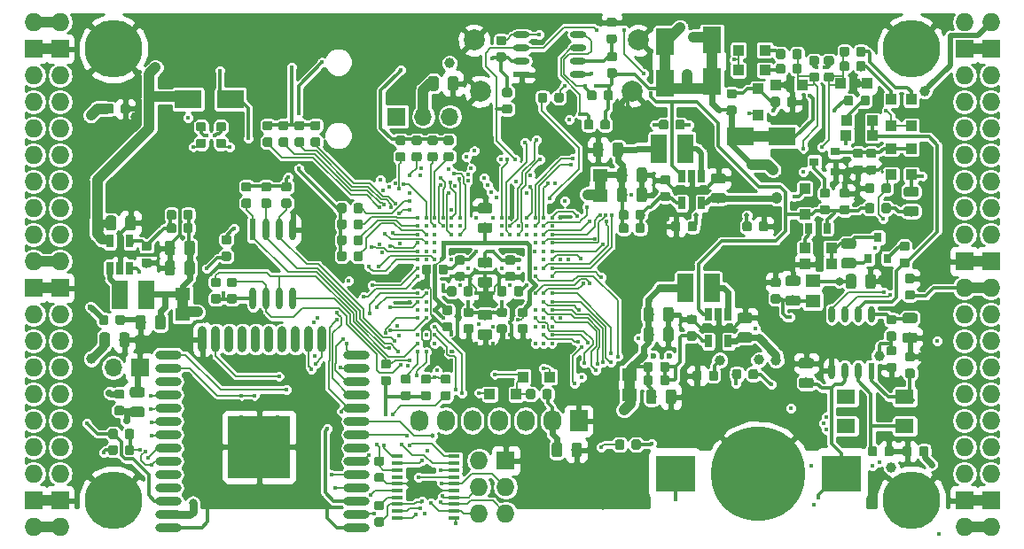
<source format=gbl>
G04 #@! TF.GenerationSoftware,KiCad,Pcbnew,5.0.0+dfsg1-2*
G04 #@! TF.CreationDate,2018-09-16T00:15:12+02:00*
G04 #@! TF.ProjectId,ulx3s,756C7833732E6B696361645F70636200,rev?*
G04 #@! TF.SameCoordinates,Original*
G04 #@! TF.FileFunction,Copper,L4,Bot,Signal*
G04 #@! TF.FilePolarity,Positive*
%FSLAX46Y46*%
G04 Gerber Fmt 4.6, Leading zero omitted, Abs format (unit mm)*
G04 Created by KiCad (PCBNEW 5.0.0+dfsg1-2) date Sun Sep 16 00:15:12 2018*
%MOMM*%
%LPD*%
G01*
G04 APERTURE LIST*
G04 #@! TA.AperFunction,EtchedComponent*
%ADD10C,1.000000*%
G04 #@! TD*
G04 #@! TA.AperFunction,SMDPad,CuDef*
%ADD11O,1.100000X0.400000*%
G04 #@! TD*
G04 #@! TA.AperFunction,SMDPad,CuDef*
%ADD12R,1.100000X0.400000*%
G04 #@! TD*
G04 #@! TA.AperFunction,Conductor*
%ADD13C,0.100000*%
G04 #@! TD*
G04 #@! TA.AperFunction,SMDPad,CuDef*
%ADD14C,0.975000*%
G04 #@! TD*
G04 #@! TA.AperFunction,SMDPad,CuDef*
%ADD15C,0.875000*%
G04 #@! TD*
G04 #@! TA.AperFunction,SMDPad,CuDef*
%ADD16R,0.900000X0.800000*%
G04 #@! TD*
G04 #@! TA.AperFunction,SMDPad,CuDef*
%ADD17R,1.000000X1.000000*%
G04 #@! TD*
G04 #@! TA.AperFunction,SMDPad,CuDef*
%ADD18R,0.700000X1.200000*%
G04 #@! TD*
G04 #@! TA.AperFunction,ComponentPad*
%ADD19C,2.000000*%
G04 #@! TD*
G04 #@! TA.AperFunction,SMDPad,CuDef*
%ADD20R,3.700000X3.500000*%
G04 #@! TD*
G04 #@! TA.AperFunction,BGAPad,CuDef*
%ADD21C,9.000000*%
G04 #@! TD*
G04 #@! TA.AperFunction,SMDPad,CuDef*
%ADD22R,1.800000X1.400000*%
G04 #@! TD*
G04 #@! TA.AperFunction,ComponentPad*
%ADD23R,1.727200X2.032000*%
G04 #@! TD*
G04 #@! TA.AperFunction,ComponentPad*
%ADD24O,1.727200X2.032000*%
G04 #@! TD*
G04 #@! TA.AperFunction,SMDPad,CuDef*
%ADD25R,0.600000X1.550000*%
G04 #@! TD*
G04 #@! TA.AperFunction,SMDPad,CuDef*
%ADD26O,0.600000X1.550000*%
G04 #@! TD*
G04 #@! TA.AperFunction,SMDPad,CuDef*
%ADD27R,1.550000X0.600000*%
G04 #@! TD*
G04 #@! TA.AperFunction,SMDPad,CuDef*
%ADD28O,1.550000X0.600000*%
G04 #@! TD*
G04 #@! TA.AperFunction,SMDPad,CuDef*
%ADD29R,0.600000X2.100000*%
G04 #@! TD*
G04 #@! TA.AperFunction,SMDPad,CuDef*
%ADD30O,0.600000X2.100000*%
G04 #@! TD*
G04 #@! TA.AperFunction,SMDPad,CuDef*
%ADD31O,2.500000X0.900000*%
G04 #@! TD*
G04 #@! TA.AperFunction,SMDPad,CuDef*
%ADD32O,0.900000X2.500000*%
G04 #@! TD*
G04 #@! TA.AperFunction,SMDPad,CuDef*
%ADD33R,6.000000X6.000000*%
G04 #@! TD*
G04 #@! TA.AperFunction,SMDPad,CuDef*
%ADD34R,1.400000X1.295000*%
G04 #@! TD*
G04 #@! TA.AperFunction,SMDPad,CuDef*
%ADD35R,2.500000X1.800000*%
G04 #@! TD*
G04 #@! TA.AperFunction,SMDPad,CuDef*
%ADD36R,1.800000X2.500000*%
G04 #@! TD*
G04 #@! TA.AperFunction,ComponentPad*
%ADD37O,1.727200X1.727200*%
G04 #@! TD*
G04 #@! TA.AperFunction,ComponentPad*
%ADD38R,1.727200X1.727200*%
G04 #@! TD*
G04 #@! TA.AperFunction,ComponentPad*
%ADD39C,5.500000*%
G04 #@! TD*
G04 #@! TA.AperFunction,BGAPad,CuDef*
%ADD40C,0.300000*%
G04 #@! TD*
G04 #@! TA.AperFunction,ComponentPad*
%ADD41R,1.700000X1.700000*%
G04 #@! TD*
G04 #@! TA.AperFunction,ComponentPad*
%ADD42O,1.700000X1.700000*%
G04 #@! TD*
G04 #@! TA.AperFunction,SMDPad,CuDef*
%ADD43R,1.500000X2.700000*%
G04 #@! TD*
G04 #@! TA.AperFunction,SMDPad,CuDef*
%ADD44R,0.670000X1.000000*%
G04 #@! TD*
G04 #@! TA.AperFunction,SMDPad,CuDef*
%ADD45R,0.800000X0.900000*%
G04 #@! TD*
G04 #@! TA.AperFunction,ViaPad*
%ADD46C,2.000000*%
G04 #@! TD*
G04 #@! TA.AperFunction,ViaPad*
%ADD47C,0.419000*%
G04 #@! TD*
G04 #@! TA.AperFunction,ViaPad*
%ADD48C,1.000000*%
G04 #@! TD*
G04 #@! TA.AperFunction,ViaPad*
%ADD49C,0.600000*%
G04 #@! TD*
G04 #@! TA.AperFunction,ViaPad*
%ADD50C,0.800000*%
G04 #@! TD*
G04 #@! TA.AperFunction,ViaPad*
%ADD51C,0.500000*%
G04 #@! TD*
G04 #@! TA.AperFunction,ViaPad*
%ADD52C,0.700000*%
G04 #@! TD*
G04 #@! TA.AperFunction,ViaPad*
%ADD53C,0.454000*%
G04 #@! TD*
G04 #@! TA.AperFunction,Conductor*
%ADD54C,0.300000*%
G04 #@! TD*
G04 #@! TA.AperFunction,Conductor*
%ADD55C,0.600000*%
G04 #@! TD*
G04 #@! TA.AperFunction,Conductor*
%ADD56C,1.000000*%
G04 #@! TD*
G04 #@! TA.AperFunction,Conductor*
%ADD57C,0.127000*%
G04 #@! TD*
G04 #@! TA.AperFunction,Conductor*
%ADD58C,0.190000*%
G04 #@! TD*
G04 #@! TA.AperFunction,Conductor*
%ADD59C,0.500000*%
G04 #@! TD*
G04 #@! TA.AperFunction,Conductor*
%ADD60C,0.700000*%
G04 #@! TD*
G04 #@! TA.AperFunction,Conductor*
%ADD61C,0.800000*%
G04 #@! TD*
G04 #@! TA.AperFunction,Conductor*
%ADD62C,0.400000*%
G04 #@! TD*
G04 #@! TA.AperFunction,Conductor*
%ADD63C,0.200000*%
G04 #@! TD*
G04 #@! TA.AperFunction,Conductor*
%ADD64C,0.254000*%
G04 #@! TD*
G04 APERTURE END LIST*
D10*
G04 #@! TO.C,RP3*
X149472000Y-77311000D02*
X149472000Y-79311000D01*
G04 #@! TO.C,RP2*
X109609000Y-88632000D02*
X109609000Y-90632000D01*
G04 #@! TO.C,RP1*
X152281000Y-96361000D02*
X152281000Y-98361000D01*
G04 #@! TO.C,D9*
X166854000Y-73630000D02*
X162854000Y-73630000D01*
G04 #@! TO.C,D52*
X160155000Y-64391000D02*
X160155000Y-68391000D01*
G04 #@! TO.C,D51*
X155710000Y-68518000D02*
X155710000Y-64518000D01*
G04 #@! TD*
D11*
G04 #@! TO.P,U6,20*
G04 #@! TO.N,FTDI_TXD*
X130135000Y-104215000D03*
G04 #@! TO.P,U6,19*
G04 #@! TO.N,FTDI_nSLEEP*
X130135000Y-104865000D03*
G04 #@! TO.P,U6,18*
G04 #@! TO.N,FTDI_TXDEN*
X130135000Y-105515000D03*
G04 #@! TO.P,U6,17*
G04 #@! TO.N,N/C*
X130135000Y-106165000D03*
G04 #@! TO.P,U6,16*
G04 #@! TO.N,GND*
X130135000Y-106815000D03*
G04 #@! TO.P,U6,15*
G04 #@! TO.N,USB5V*
X130135000Y-107465000D03*
G04 #@! TO.P,U6,14*
G04 #@! TO.N,nRESET*
X130135000Y-108115000D03*
G04 #@! TO.P,U6,13*
G04 #@! TO.N,FT2V5*
X130135000Y-108765000D03*
G04 #@! TO.P,U6,12*
G04 #@! TO.N,USB_FTDI_D-*
X130135000Y-109415000D03*
G04 #@! TO.P,U6,11*
G04 #@! TO.N,USB_FTDI_D+*
X130135000Y-110065000D03*
G04 #@! TO.P,U6,10*
G04 #@! TO.N,FTDI_nTXLED*
X135535000Y-110065000D03*
G04 #@! TO.P,U6,9*
G04 #@! TO.N,JTAG_TDO*
X135535000Y-109415000D03*
G04 #@! TO.P,U6,8*
G04 #@! TO.N,JTAG_TMS*
X135535000Y-108765000D03*
G04 #@! TO.P,U6,7*
G04 #@! TO.N,JTAG_TCK*
X135535000Y-108115000D03*
G04 #@! TO.P,U6,6*
G04 #@! TO.N,GND*
X135535000Y-107465000D03*
G04 #@! TO.P,U6,5*
G04 #@! TO.N,JTAG_TDI*
X135535000Y-106815000D03*
G04 #@! TO.P,U6,4*
G04 #@! TO.N,FTDI_RXD*
X135535000Y-106165000D03*
G04 #@! TO.P,U6,3*
G04 #@! TO.N,FT2V5*
X135535000Y-105515000D03*
G04 #@! TO.P,U6,2*
G04 #@! TO.N,FTDI_nRTS*
X135535000Y-104865000D03*
D12*
G04 #@! TO.P,U6,1*
G04 #@! TO.N,FTDI_nDTR*
X135535000Y-104215000D03*
G04 #@! TD*
D13*
G04 #@! TO.N,GND*
G04 #@! TO.C,C1*
G36*
X104908642Y-81186174D02*
X104932303Y-81189684D01*
X104955507Y-81195496D01*
X104978029Y-81203554D01*
X104999653Y-81213782D01*
X105020170Y-81226079D01*
X105039383Y-81240329D01*
X105057107Y-81256393D01*
X105073171Y-81274117D01*
X105087421Y-81293330D01*
X105099718Y-81313847D01*
X105109946Y-81335471D01*
X105118004Y-81357993D01*
X105123816Y-81381197D01*
X105127326Y-81404858D01*
X105128500Y-81428750D01*
X105128500Y-82341250D01*
X105127326Y-82365142D01*
X105123816Y-82388803D01*
X105118004Y-82412007D01*
X105109946Y-82434529D01*
X105099718Y-82456153D01*
X105087421Y-82476670D01*
X105073171Y-82495883D01*
X105057107Y-82513607D01*
X105039383Y-82529671D01*
X105020170Y-82543921D01*
X104999653Y-82556218D01*
X104978029Y-82566446D01*
X104955507Y-82574504D01*
X104932303Y-82580316D01*
X104908642Y-82583826D01*
X104884750Y-82585000D01*
X104397250Y-82585000D01*
X104373358Y-82583826D01*
X104349697Y-82580316D01*
X104326493Y-82574504D01*
X104303971Y-82566446D01*
X104282347Y-82556218D01*
X104261830Y-82543921D01*
X104242617Y-82529671D01*
X104224893Y-82513607D01*
X104208829Y-82495883D01*
X104194579Y-82476670D01*
X104182282Y-82456153D01*
X104172054Y-82434529D01*
X104163996Y-82412007D01*
X104158184Y-82388803D01*
X104154674Y-82365142D01*
X104153500Y-82341250D01*
X104153500Y-81428750D01*
X104154674Y-81404858D01*
X104158184Y-81381197D01*
X104163996Y-81357993D01*
X104172054Y-81335471D01*
X104182282Y-81313847D01*
X104194579Y-81293330D01*
X104208829Y-81274117D01*
X104224893Y-81256393D01*
X104242617Y-81240329D01*
X104261830Y-81226079D01*
X104282347Y-81213782D01*
X104303971Y-81203554D01*
X104326493Y-81195496D01*
X104349697Y-81189684D01*
X104373358Y-81186174D01*
X104397250Y-81185000D01*
X104884750Y-81185000D01*
X104908642Y-81186174D01*
X104908642Y-81186174D01*
G37*
D14*
G04 #@! TD*
G04 #@! TO.P,C1,2*
G04 #@! TO.N,GND*
X104641000Y-81885000D03*
D13*
G04 #@! TO.N,+5V*
G04 #@! TO.C,C1*
G36*
X103033642Y-81186174D02*
X103057303Y-81189684D01*
X103080507Y-81195496D01*
X103103029Y-81203554D01*
X103124653Y-81213782D01*
X103145170Y-81226079D01*
X103164383Y-81240329D01*
X103182107Y-81256393D01*
X103198171Y-81274117D01*
X103212421Y-81293330D01*
X103224718Y-81313847D01*
X103234946Y-81335471D01*
X103243004Y-81357993D01*
X103248816Y-81381197D01*
X103252326Y-81404858D01*
X103253500Y-81428750D01*
X103253500Y-82341250D01*
X103252326Y-82365142D01*
X103248816Y-82388803D01*
X103243004Y-82412007D01*
X103234946Y-82434529D01*
X103224718Y-82456153D01*
X103212421Y-82476670D01*
X103198171Y-82495883D01*
X103182107Y-82513607D01*
X103164383Y-82529671D01*
X103145170Y-82543921D01*
X103124653Y-82556218D01*
X103103029Y-82566446D01*
X103080507Y-82574504D01*
X103057303Y-82580316D01*
X103033642Y-82583826D01*
X103009750Y-82585000D01*
X102522250Y-82585000D01*
X102498358Y-82583826D01*
X102474697Y-82580316D01*
X102451493Y-82574504D01*
X102428971Y-82566446D01*
X102407347Y-82556218D01*
X102386830Y-82543921D01*
X102367617Y-82529671D01*
X102349893Y-82513607D01*
X102333829Y-82495883D01*
X102319579Y-82476670D01*
X102307282Y-82456153D01*
X102297054Y-82434529D01*
X102288996Y-82412007D01*
X102283184Y-82388803D01*
X102279674Y-82365142D01*
X102278500Y-82341250D01*
X102278500Y-81428750D01*
X102279674Y-81404858D01*
X102283184Y-81381197D01*
X102288996Y-81357993D01*
X102297054Y-81335471D01*
X102307282Y-81313847D01*
X102319579Y-81293330D01*
X102333829Y-81274117D01*
X102349893Y-81256393D01*
X102367617Y-81240329D01*
X102386830Y-81226079D01*
X102407347Y-81213782D01*
X102428971Y-81203554D01*
X102451493Y-81195496D01*
X102474697Y-81189684D01*
X102498358Y-81186174D01*
X102522250Y-81185000D01*
X103009750Y-81185000D01*
X103033642Y-81186174D01*
X103033642Y-81186174D01*
G37*
D14*
G04 #@! TD*
G04 #@! TO.P,C1,1*
G04 #@! TO.N,+5V*
X102766000Y-81885000D03*
D13*
G04 #@! TO.N,FT2V5*
G04 #@! TO.C,R9*
G36*
X128667691Y-110031053D02*
X128688926Y-110034203D01*
X128709750Y-110039419D01*
X128729962Y-110046651D01*
X128749368Y-110055830D01*
X128767781Y-110066866D01*
X128785024Y-110079654D01*
X128800930Y-110094070D01*
X128815346Y-110109976D01*
X128828134Y-110127219D01*
X128839170Y-110145632D01*
X128848349Y-110165038D01*
X128855581Y-110185250D01*
X128860797Y-110206074D01*
X128863947Y-110227309D01*
X128865000Y-110248750D01*
X128865000Y-110686250D01*
X128863947Y-110707691D01*
X128860797Y-110728926D01*
X128855581Y-110749750D01*
X128848349Y-110769962D01*
X128839170Y-110789368D01*
X128828134Y-110807781D01*
X128815346Y-110825024D01*
X128800930Y-110840930D01*
X128785024Y-110855346D01*
X128767781Y-110868134D01*
X128749368Y-110879170D01*
X128729962Y-110888349D01*
X128709750Y-110895581D01*
X128688926Y-110900797D01*
X128667691Y-110903947D01*
X128646250Y-110905000D01*
X128133750Y-110905000D01*
X128112309Y-110903947D01*
X128091074Y-110900797D01*
X128070250Y-110895581D01*
X128050038Y-110888349D01*
X128030632Y-110879170D01*
X128012219Y-110868134D01*
X127994976Y-110855346D01*
X127979070Y-110840930D01*
X127964654Y-110825024D01*
X127951866Y-110807781D01*
X127940830Y-110789368D01*
X127931651Y-110769962D01*
X127924419Y-110749750D01*
X127919203Y-110728926D01*
X127916053Y-110707691D01*
X127915000Y-110686250D01*
X127915000Y-110248750D01*
X127916053Y-110227309D01*
X127919203Y-110206074D01*
X127924419Y-110185250D01*
X127931651Y-110165038D01*
X127940830Y-110145632D01*
X127951866Y-110127219D01*
X127964654Y-110109976D01*
X127979070Y-110094070D01*
X127994976Y-110079654D01*
X128012219Y-110066866D01*
X128030632Y-110055830D01*
X128050038Y-110046651D01*
X128070250Y-110039419D01*
X128091074Y-110034203D01*
X128112309Y-110031053D01*
X128133750Y-110030000D01*
X128646250Y-110030000D01*
X128667691Y-110031053D01*
X128667691Y-110031053D01*
G37*
D15*
G04 #@! TD*
G04 #@! TO.P,R9,2*
G04 #@! TO.N,FT2V5*
X128390000Y-110467500D03*
D13*
G04 #@! TO.N,nRESET*
G04 #@! TO.C,R9*
G36*
X128667691Y-108456053D02*
X128688926Y-108459203D01*
X128709750Y-108464419D01*
X128729962Y-108471651D01*
X128749368Y-108480830D01*
X128767781Y-108491866D01*
X128785024Y-108504654D01*
X128800930Y-108519070D01*
X128815346Y-108534976D01*
X128828134Y-108552219D01*
X128839170Y-108570632D01*
X128848349Y-108590038D01*
X128855581Y-108610250D01*
X128860797Y-108631074D01*
X128863947Y-108652309D01*
X128865000Y-108673750D01*
X128865000Y-109111250D01*
X128863947Y-109132691D01*
X128860797Y-109153926D01*
X128855581Y-109174750D01*
X128848349Y-109194962D01*
X128839170Y-109214368D01*
X128828134Y-109232781D01*
X128815346Y-109250024D01*
X128800930Y-109265930D01*
X128785024Y-109280346D01*
X128767781Y-109293134D01*
X128749368Y-109304170D01*
X128729962Y-109313349D01*
X128709750Y-109320581D01*
X128688926Y-109325797D01*
X128667691Y-109328947D01*
X128646250Y-109330000D01*
X128133750Y-109330000D01*
X128112309Y-109328947D01*
X128091074Y-109325797D01*
X128070250Y-109320581D01*
X128050038Y-109313349D01*
X128030632Y-109304170D01*
X128012219Y-109293134D01*
X127994976Y-109280346D01*
X127979070Y-109265930D01*
X127964654Y-109250024D01*
X127951866Y-109232781D01*
X127940830Y-109214368D01*
X127931651Y-109194962D01*
X127924419Y-109174750D01*
X127919203Y-109153926D01*
X127916053Y-109132691D01*
X127915000Y-109111250D01*
X127915000Y-108673750D01*
X127916053Y-108652309D01*
X127919203Y-108631074D01*
X127924419Y-108610250D01*
X127931651Y-108590038D01*
X127940830Y-108570632D01*
X127951866Y-108552219D01*
X127964654Y-108534976D01*
X127979070Y-108519070D01*
X127994976Y-108504654D01*
X128012219Y-108491866D01*
X128030632Y-108480830D01*
X128050038Y-108471651D01*
X128070250Y-108464419D01*
X128091074Y-108459203D01*
X128112309Y-108456053D01*
X128133750Y-108455000D01*
X128646250Y-108455000D01*
X128667691Y-108456053D01*
X128667691Y-108456053D01*
G37*
D15*
G04 #@! TD*
G04 #@! TO.P,R9,1*
G04 #@! TO.N,nRESET*
X128390000Y-108892500D03*
D13*
G04 #@! TO.N,FTDI_TXDEN*
G04 #@! TO.C,R56*
G36*
X128667691Y-104222053D02*
X128688926Y-104225203D01*
X128709750Y-104230419D01*
X128729962Y-104237651D01*
X128749368Y-104246830D01*
X128767781Y-104257866D01*
X128785024Y-104270654D01*
X128800930Y-104285070D01*
X128815346Y-104300976D01*
X128828134Y-104318219D01*
X128839170Y-104336632D01*
X128848349Y-104356038D01*
X128855581Y-104376250D01*
X128860797Y-104397074D01*
X128863947Y-104418309D01*
X128865000Y-104439750D01*
X128865000Y-104877250D01*
X128863947Y-104898691D01*
X128860797Y-104919926D01*
X128855581Y-104940750D01*
X128848349Y-104960962D01*
X128839170Y-104980368D01*
X128828134Y-104998781D01*
X128815346Y-105016024D01*
X128800930Y-105031930D01*
X128785024Y-105046346D01*
X128767781Y-105059134D01*
X128749368Y-105070170D01*
X128729962Y-105079349D01*
X128709750Y-105086581D01*
X128688926Y-105091797D01*
X128667691Y-105094947D01*
X128646250Y-105096000D01*
X128133750Y-105096000D01*
X128112309Y-105094947D01*
X128091074Y-105091797D01*
X128070250Y-105086581D01*
X128050038Y-105079349D01*
X128030632Y-105070170D01*
X128012219Y-105059134D01*
X127994976Y-105046346D01*
X127979070Y-105031930D01*
X127964654Y-105016024D01*
X127951866Y-104998781D01*
X127940830Y-104980368D01*
X127931651Y-104960962D01*
X127924419Y-104940750D01*
X127919203Y-104919926D01*
X127916053Y-104898691D01*
X127915000Y-104877250D01*
X127915000Y-104439750D01*
X127916053Y-104418309D01*
X127919203Y-104397074D01*
X127924419Y-104376250D01*
X127931651Y-104356038D01*
X127940830Y-104336632D01*
X127951866Y-104318219D01*
X127964654Y-104300976D01*
X127979070Y-104285070D01*
X127994976Y-104270654D01*
X128012219Y-104257866D01*
X128030632Y-104246830D01*
X128050038Y-104237651D01*
X128070250Y-104230419D01*
X128091074Y-104225203D01*
X128112309Y-104222053D01*
X128133750Y-104221000D01*
X128646250Y-104221000D01*
X128667691Y-104222053D01*
X128667691Y-104222053D01*
G37*
D15*
G04 #@! TD*
G04 #@! TO.P,R56,2*
G04 #@! TO.N,FTDI_TXDEN*
X128390000Y-104658500D03*
D13*
G04 #@! TO.N,GND*
G04 #@! TO.C,R56*
G36*
X128667691Y-105797053D02*
X128688926Y-105800203D01*
X128709750Y-105805419D01*
X128729962Y-105812651D01*
X128749368Y-105821830D01*
X128767781Y-105832866D01*
X128785024Y-105845654D01*
X128800930Y-105860070D01*
X128815346Y-105875976D01*
X128828134Y-105893219D01*
X128839170Y-105911632D01*
X128848349Y-105931038D01*
X128855581Y-105951250D01*
X128860797Y-105972074D01*
X128863947Y-105993309D01*
X128865000Y-106014750D01*
X128865000Y-106452250D01*
X128863947Y-106473691D01*
X128860797Y-106494926D01*
X128855581Y-106515750D01*
X128848349Y-106535962D01*
X128839170Y-106555368D01*
X128828134Y-106573781D01*
X128815346Y-106591024D01*
X128800930Y-106606930D01*
X128785024Y-106621346D01*
X128767781Y-106634134D01*
X128749368Y-106645170D01*
X128729962Y-106654349D01*
X128709750Y-106661581D01*
X128688926Y-106666797D01*
X128667691Y-106669947D01*
X128646250Y-106671000D01*
X128133750Y-106671000D01*
X128112309Y-106669947D01*
X128091074Y-106666797D01*
X128070250Y-106661581D01*
X128050038Y-106654349D01*
X128030632Y-106645170D01*
X128012219Y-106634134D01*
X127994976Y-106621346D01*
X127979070Y-106606930D01*
X127964654Y-106591024D01*
X127951866Y-106573781D01*
X127940830Y-106555368D01*
X127931651Y-106535962D01*
X127924419Y-106515750D01*
X127919203Y-106494926D01*
X127916053Y-106473691D01*
X127915000Y-106452250D01*
X127915000Y-106014750D01*
X127916053Y-105993309D01*
X127919203Y-105972074D01*
X127924419Y-105951250D01*
X127931651Y-105931038D01*
X127940830Y-105911632D01*
X127951866Y-105893219D01*
X127964654Y-105875976D01*
X127979070Y-105860070D01*
X127994976Y-105845654D01*
X128012219Y-105832866D01*
X128030632Y-105821830D01*
X128050038Y-105812651D01*
X128070250Y-105805419D01*
X128091074Y-105800203D01*
X128112309Y-105797053D01*
X128133750Y-105796000D01*
X128646250Y-105796000D01*
X128667691Y-105797053D01*
X128667691Y-105797053D01*
G37*
D15*
G04 #@! TD*
G04 #@! TO.P,R56,1*
G04 #@! TO.N,GND*
X128390000Y-106233500D03*
D13*
G04 #@! TO.N,PROG_DONE*
G04 #@! TO.C,R55*
G36*
X135017691Y-97966053D02*
X135038926Y-97969203D01*
X135059750Y-97974419D01*
X135079962Y-97981651D01*
X135099368Y-97990830D01*
X135117781Y-98001866D01*
X135135024Y-98014654D01*
X135150930Y-98029070D01*
X135165346Y-98044976D01*
X135178134Y-98062219D01*
X135189170Y-98080632D01*
X135198349Y-98100038D01*
X135205581Y-98120250D01*
X135210797Y-98141074D01*
X135213947Y-98162309D01*
X135215000Y-98183750D01*
X135215000Y-98621250D01*
X135213947Y-98642691D01*
X135210797Y-98663926D01*
X135205581Y-98684750D01*
X135198349Y-98704962D01*
X135189170Y-98724368D01*
X135178134Y-98742781D01*
X135165346Y-98760024D01*
X135150930Y-98775930D01*
X135135024Y-98790346D01*
X135117781Y-98803134D01*
X135099368Y-98814170D01*
X135079962Y-98823349D01*
X135059750Y-98830581D01*
X135038926Y-98835797D01*
X135017691Y-98838947D01*
X134996250Y-98840000D01*
X134483750Y-98840000D01*
X134462309Y-98838947D01*
X134441074Y-98835797D01*
X134420250Y-98830581D01*
X134400038Y-98823349D01*
X134380632Y-98814170D01*
X134362219Y-98803134D01*
X134344976Y-98790346D01*
X134329070Y-98775930D01*
X134314654Y-98760024D01*
X134301866Y-98742781D01*
X134290830Y-98724368D01*
X134281651Y-98704962D01*
X134274419Y-98684750D01*
X134269203Y-98663926D01*
X134266053Y-98642691D01*
X134265000Y-98621250D01*
X134265000Y-98183750D01*
X134266053Y-98162309D01*
X134269203Y-98141074D01*
X134274419Y-98120250D01*
X134281651Y-98100038D01*
X134290830Y-98080632D01*
X134301866Y-98062219D01*
X134314654Y-98044976D01*
X134329070Y-98029070D01*
X134344976Y-98014654D01*
X134362219Y-98001866D01*
X134380632Y-97990830D01*
X134400038Y-97981651D01*
X134420250Y-97974419D01*
X134441074Y-97969203D01*
X134462309Y-97966053D01*
X134483750Y-97965000D01*
X134996250Y-97965000D01*
X135017691Y-97966053D01*
X135017691Y-97966053D01*
G37*
D15*
G04 #@! TD*
G04 #@! TO.P,R55,2*
G04 #@! TO.N,PROG_DONE*
X134740000Y-98402500D03*
D13*
G04 #@! TO.N,/flash/FPGA_DONE*
G04 #@! TO.C,R55*
G36*
X135017691Y-96391053D02*
X135038926Y-96394203D01*
X135059750Y-96399419D01*
X135079962Y-96406651D01*
X135099368Y-96415830D01*
X135117781Y-96426866D01*
X135135024Y-96439654D01*
X135150930Y-96454070D01*
X135165346Y-96469976D01*
X135178134Y-96487219D01*
X135189170Y-96505632D01*
X135198349Y-96525038D01*
X135205581Y-96545250D01*
X135210797Y-96566074D01*
X135213947Y-96587309D01*
X135215000Y-96608750D01*
X135215000Y-97046250D01*
X135213947Y-97067691D01*
X135210797Y-97088926D01*
X135205581Y-97109750D01*
X135198349Y-97129962D01*
X135189170Y-97149368D01*
X135178134Y-97167781D01*
X135165346Y-97185024D01*
X135150930Y-97200930D01*
X135135024Y-97215346D01*
X135117781Y-97228134D01*
X135099368Y-97239170D01*
X135079962Y-97248349D01*
X135059750Y-97255581D01*
X135038926Y-97260797D01*
X135017691Y-97263947D01*
X134996250Y-97265000D01*
X134483750Y-97265000D01*
X134462309Y-97263947D01*
X134441074Y-97260797D01*
X134420250Y-97255581D01*
X134400038Y-97248349D01*
X134380632Y-97239170D01*
X134362219Y-97228134D01*
X134344976Y-97215346D01*
X134329070Y-97200930D01*
X134314654Y-97185024D01*
X134301866Y-97167781D01*
X134290830Y-97149368D01*
X134281651Y-97129962D01*
X134274419Y-97109750D01*
X134269203Y-97088926D01*
X134266053Y-97067691D01*
X134265000Y-97046250D01*
X134265000Y-96608750D01*
X134266053Y-96587309D01*
X134269203Y-96566074D01*
X134274419Y-96545250D01*
X134281651Y-96525038D01*
X134290830Y-96505632D01*
X134301866Y-96487219D01*
X134314654Y-96469976D01*
X134329070Y-96454070D01*
X134344976Y-96439654D01*
X134362219Y-96426866D01*
X134380632Y-96415830D01*
X134400038Y-96406651D01*
X134420250Y-96399419D01*
X134441074Y-96394203D01*
X134462309Y-96391053D01*
X134483750Y-96390000D01*
X134996250Y-96390000D01*
X135017691Y-96391053D01*
X135017691Y-96391053D01*
G37*
D15*
G04 #@! TD*
G04 #@! TO.P,R55,1*
G04 #@! TO.N,/flash/FPGA_DONE*
X134740000Y-96827500D03*
D13*
G04 #@! TO.N,/flash/FPGA_DONE*
G04 #@! TO.C,R32*
G36*
X133112691Y-96391053D02*
X133133926Y-96394203D01*
X133154750Y-96399419D01*
X133174962Y-96406651D01*
X133194368Y-96415830D01*
X133212781Y-96426866D01*
X133230024Y-96439654D01*
X133245930Y-96454070D01*
X133260346Y-96469976D01*
X133273134Y-96487219D01*
X133284170Y-96505632D01*
X133293349Y-96525038D01*
X133300581Y-96545250D01*
X133305797Y-96566074D01*
X133308947Y-96587309D01*
X133310000Y-96608750D01*
X133310000Y-97046250D01*
X133308947Y-97067691D01*
X133305797Y-97088926D01*
X133300581Y-97109750D01*
X133293349Y-97129962D01*
X133284170Y-97149368D01*
X133273134Y-97167781D01*
X133260346Y-97185024D01*
X133245930Y-97200930D01*
X133230024Y-97215346D01*
X133212781Y-97228134D01*
X133194368Y-97239170D01*
X133174962Y-97248349D01*
X133154750Y-97255581D01*
X133133926Y-97260797D01*
X133112691Y-97263947D01*
X133091250Y-97265000D01*
X132578750Y-97265000D01*
X132557309Y-97263947D01*
X132536074Y-97260797D01*
X132515250Y-97255581D01*
X132495038Y-97248349D01*
X132475632Y-97239170D01*
X132457219Y-97228134D01*
X132439976Y-97215346D01*
X132424070Y-97200930D01*
X132409654Y-97185024D01*
X132396866Y-97167781D01*
X132385830Y-97149368D01*
X132376651Y-97129962D01*
X132369419Y-97109750D01*
X132364203Y-97088926D01*
X132361053Y-97067691D01*
X132360000Y-97046250D01*
X132360000Y-96608750D01*
X132361053Y-96587309D01*
X132364203Y-96566074D01*
X132369419Y-96545250D01*
X132376651Y-96525038D01*
X132385830Y-96505632D01*
X132396866Y-96487219D01*
X132409654Y-96469976D01*
X132424070Y-96454070D01*
X132439976Y-96439654D01*
X132457219Y-96426866D01*
X132475632Y-96415830D01*
X132495038Y-96406651D01*
X132515250Y-96399419D01*
X132536074Y-96394203D01*
X132557309Y-96391053D01*
X132578750Y-96390000D01*
X133091250Y-96390000D01*
X133112691Y-96391053D01*
X133112691Y-96391053D01*
G37*
D15*
G04 #@! TD*
G04 #@! TO.P,R32,2*
G04 #@! TO.N,/flash/FPGA_DONE*
X132835000Y-96827500D03*
D13*
G04 #@! TO.N,+3V3*
G04 #@! TO.C,R32*
G36*
X133112691Y-97966053D02*
X133133926Y-97969203D01*
X133154750Y-97974419D01*
X133174962Y-97981651D01*
X133194368Y-97990830D01*
X133212781Y-98001866D01*
X133230024Y-98014654D01*
X133245930Y-98029070D01*
X133260346Y-98044976D01*
X133273134Y-98062219D01*
X133284170Y-98080632D01*
X133293349Y-98100038D01*
X133300581Y-98120250D01*
X133305797Y-98141074D01*
X133308947Y-98162309D01*
X133310000Y-98183750D01*
X133310000Y-98621250D01*
X133308947Y-98642691D01*
X133305797Y-98663926D01*
X133300581Y-98684750D01*
X133293349Y-98704962D01*
X133284170Y-98724368D01*
X133273134Y-98742781D01*
X133260346Y-98760024D01*
X133245930Y-98775930D01*
X133230024Y-98790346D01*
X133212781Y-98803134D01*
X133194368Y-98814170D01*
X133174962Y-98823349D01*
X133154750Y-98830581D01*
X133133926Y-98835797D01*
X133112691Y-98838947D01*
X133091250Y-98840000D01*
X132578750Y-98840000D01*
X132557309Y-98838947D01*
X132536074Y-98835797D01*
X132515250Y-98830581D01*
X132495038Y-98823349D01*
X132475632Y-98814170D01*
X132457219Y-98803134D01*
X132439976Y-98790346D01*
X132424070Y-98775930D01*
X132409654Y-98760024D01*
X132396866Y-98742781D01*
X132385830Y-98724368D01*
X132376651Y-98704962D01*
X132369419Y-98684750D01*
X132364203Y-98663926D01*
X132361053Y-98642691D01*
X132360000Y-98621250D01*
X132360000Y-98183750D01*
X132361053Y-98162309D01*
X132364203Y-98141074D01*
X132369419Y-98120250D01*
X132376651Y-98100038D01*
X132385830Y-98080632D01*
X132396866Y-98062219D01*
X132409654Y-98044976D01*
X132424070Y-98029070D01*
X132439976Y-98014654D01*
X132457219Y-98001866D01*
X132475632Y-97990830D01*
X132495038Y-97981651D01*
X132515250Y-97974419D01*
X132536074Y-97969203D01*
X132557309Y-97966053D01*
X132578750Y-97965000D01*
X133091250Y-97965000D01*
X133112691Y-97966053D01*
X133112691Y-97966053D01*
G37*
D15*
G04 #@! TD*
G04 #@! TO.P,R32,1*
G04 #@! TO.N,+3V3*
X132835000Y-98402500D03*
D13*
G04 #@! TO.N,/flash/FPGA_INITN*
G04 #@! TO.C,R33*
G36*
X131207691Y-96391053D02*
X131228926Y-96394203D01*
X131249750Y-96399419D01*
X131269962Y-96406651D01*
X131289368Y-96415830D01*
X131307781Y-96426866D01*
X131325024Y-96439654D01*
X131340930Y-96454070D01*
X131355346Y-96469976D01*
X131368134Y-96487219D01*
X131379170Y-96505632D01*
X131388349Y-96525038D01*
X131395581Y-96545250D01*
X131400797Y-96566074D01*
X131403947Y-96587309D01*
X131405000Y-96608750D01*
X131405000Y-97046250D01*
X131403947Y-97067691D01*
X131400797Y-97088926D01*
X131395581Y-97109750D01*
X131388349Y-97129962D01*
X131379170Y-97149368D01*
X131368134Y-97167781D01*
X131355346Y-97185024D01*
X131340930Y-97200930D01*
X131325024Y-97215346D01*
X131307781Y-97228134D01*
X131289368Y-97239170D01*
X131269962Y-97248349D01*
X131249750Y-97255581D01*
X131228926Y-97260797D01*
X131207691Y-97263947D01*
X131186250Y-97265000D01*
X130673750Y-97265000D01*
X130652309Y-97263947D01*
X130631074Y-97260797D01*
X130610250Y-97255581D01*
X130590038Y-97248349D01*
X130570632Y-97239170D01*
X130552219Y-97228134D01*
X130534976Y-97215346D01*
X130519070Y-97200930D01*
X130504654Y-97185024D01*
X130491866Y-97167781D01*
X130480830Y-97149368D01*
X130471651Y-97129962D01*
X130464419Y-97109750D01*
X130459203Y-97088926D01*
X130456053Y-97067691D01*
X130455000Y-97046250D01*
X130455000Y-96608750D01*
X130456053Y-96587309D01*
X130459203Y-96566074D01*
X130464419Y-96545250D01*
X130471651Y-96525038D01*
X130480830Y-96505632D01*
X130491866Y-96487219D01*
X130504654Y-96469976D01*
X130519070Y-96454070D01*
X130534976Y-96439654D01*
X130552219Y-96426866D01*
X130570632Y-96415830D01*
X130590038Y-96406651D01*
X130610250Y-96399419D01*
X130631074Y-96394203D01*
X130652309Y-96391053D01*
X130673750Y-96390000D01*
X131186250Y-96390000D01*
X131207691Y-96391053D01*
X131207691Y-96391053D01*
G37*
D15*
G04 #@! TD*
G04 #@! TO.P,R33,2*
G04 #@! TO.N,/flash/FPGA_INITN*
X130930000Y-96827500D03*
D13*
G04 #@! TO.N,+3V3*
G04 #@! TO.C,R33*
G36*
X131207691Y-97966053D02*
X131228926Y-97969203D01*
X131249750Y-97974419D01*
X131269962Y-97981651D01*
X131289368Y-97990830D01*
X131307781Y-98001866D01*
X131325024Y-98014654D01*
X131340930Y-98029070D01*
X131355346Y-98044976D01*
X131368134Y-98062219D01*
X131379170Y-98080632D01*
X131388349Y-98100038D01*
X131395581Y-98120250D01*
X131400797Y-98141074D01*
X131403947Y-98162309D01*
X131405000Y-98183750D01*
X131405000Y-98621250D01*
X131403947Y-98642691D01*
X131400797Y-98663926D01*
X131395581Y-98684750D01*
X131388349Y-98704962D01*
X131379170Y-98724368D01*
X131368134Y-98742781D01*
X131355346Y-98760024D01*
X131340930Y-98775930D01*
X131325024Y-98790346D01*
X131307781Y-98803134D01*
X131289368Y-98814170D01*
X131269962Y-98823349D01*
X131249750Y-98830581D01*
X131228926Y-98835797D01*
X131207691Y-98838947D01*
X131186250Y-98840000D01*
X130673750Y-98840000D01*
X130652309Y-98838947D01*
X130631074Y-98835797D01*
X130610250Y-98830581D01*
X130590038Y-98823349D01*
X130570632Y-98814170D01*
X130552219Y-98803134D01*
X130534976Y-98790346D01*
X130519070Y-98775930D01*
X130504654Y-98760024D01*
X130491866Y-98742781D01*
X130480830Y-98724368D01*
X130471651Y-98704962D01*
X130464419Y-98684750D01*
X130459203Y-98663926D01*
X130456053Y-98642691D01*
X130455000Y-98621250D01*
X130455000Y-98183750D01*
X130456053Y-98162309D01*
X130459203Y-98141074D01*
X130464419Y-98120250D01*
X130471651Y-98100038D01*
X130480830Y-98080632D01*
X130491866Y-98062219D01*
X130504654Y-98044976D01*
X130519070Y-98029070D01*
X130534976Y-98014654D01*
X130552219Y-98001866D01*
X130570632Y-97990830D01*
X130590038Y-97981651D01*
X130610250Y-97974419D01*
X130631074Y-97969203D01*
X130652309Y-97966053D01*
X130673750Y-97965000D01*
X131186250Y-97965000D01*
X131207691Y-97966053D01*
X131207691Y-97966053D01*
G37*
D15*
G04 #@! TD*
G04 #@! TO.P,R33,1*
G04 #@! TO.N,+3V3*
X130930000Y-98402500D03*
D13*
G04 #@! TO.N,/flash/FLASH_MOSI*
G04 #@! TO.C,R27*
G36*
X129302691Y-94951053D02*
X129323926Y-94954203D01*
X129344750Y-94959419D01*
X129364962Y-94966651D01*
X129384368Y-94975830D01*
X129402781Y-94986866D01*
X129420024Y-94999654D01*
X129435930Y-95014070D01*
X129450346Y-95029976D01*
X129463134Y-95047219D01*
X129474170Y-95065632D01*
X129483349Y-95085038D01*
X129490581Y-95105250D01*
X129495797Y-95126074D01*
X129498947Y-95147309D01*
X129500000Y-95168750D01*
X129500000Y-95606250D01*
X129498947Y-95627691D01*
X129495797Y-95648926D01*
X129490581Y-95669750D01*
X129483349Y-95689962D01*
X129474170Y-95709368D01*
X129463134Y-95727781D01*
X129450346Y-95745024D01*
X129435930Y-95760930D01*
X129420024Y-95775346D01*
X129402781Y-95788134D01*
X129384368Y-95799170D01*
X129364962Y-95808349D01*
X129344750Y-95815581D01*
X129323926Y-95820797D01*
X129302691Y-95823947D01*
X129281250Y-95825000D01*
X128768750Y-95825000D01*
X128747309Y-95823947D01*
X128726074Y-95820797D01*
X128705250Y-95815581D01*
X128685038Y-95808349D01*
X128665632Y-95799170D01*
X128647219Y-95788134D01*
X128629976Y-95775346D01*
X128614070Y-95760930D01*
X128599654Y-95745024D01*
X128586866Y-95727781D01*
X128575830Y-95709368D01*
X128566651Y-95689962D01*
X128559419Y-95669750D01*
X128554203Y-95648926D01*
X128551053Y-95627691D01*
X128550000Y-95606250D01*
X128550000Y-95168750D01*
X128551053Y-95147309D01*
X128554203Y-95126074D01*
X128559419Y-95105250D01*
X128566651Y-95085038D01*
X128575830Y-95065632D01*
X128586866Y-95047219D01*
X128599654Y-95029976D01*
X128614070Y-95014070D01*
X128629976Y-94999654D01*
X128647219Y-94986866D01*
X128665632Y-94975830D01*
X128685038Y-94966651D01*
X128705250Y-94959419D01*
X128726074Y-94954203D01*
X128747309Y-94951053D01*
X128768750Y-94950000D01*
X129281250Y-94950000D01*
X129302691Y-94951053D01*
X129302691Y-94951053D01*
G37*
D15*
G04 #@! TD*
G04 #@! TO.P,R27,2*
G04 #@! TO.N,/flash/FLASH_MOSI*
X129025000Y-95387500D03*
D13*
G04 #@! TO.N,+3V3*
G04 #@! TO.C,R27*
G36*
X129302691Y-96526053D02*
X129323926Y-96529203D01*
X129344750Y-96534419D01*
X129364962Y-96541651D01*
X129384368Y-96550830D01*
X129402781Y-96561866D01*
X129420024Y-96574654D01*
X129435930Y-96589070D01*
X129450346Y-96604976D01*
X129463134Y-96622219D01*
X129474170Y-96640632D01*
X129483349Y-96660038D01*
X129490581Y-96680250D01*
X129495797Y-96701074D01*
X129498947Y-96722309D01*
X129500000Y-96743750D01*
X129500000Y-97181250D01*
X129498947Y-97202691D01*
X129495797Y-97223926D01*
X129490581Y-97244750D01*
X129483349Y-97264962D01*
X129474170Y-97284368D01*
X129463134Y-97302781D01*
X129450346Y-97320024D01*
X129435930Y-97335930D01*
X129420024Y-97350346D01*
X129402781Y-97363134D01*
X129384368Y-97374170D01*
X129364962Y-97383349D01*
X129344750Y-97390581D01*
X129323926Y-97395797D01*
X129302691Y-97398947D01*
X129281250Y-97400000D01*
X128768750Y-97400000D01*
X128747309Y-97398947D01*
X128726074Y-97395797D01*
X128705250Y-97390581D01*
X128685038Y-97383349D01*
X128665632Y-97374170D01*
X128647219Y-97363134D01*
X128629976Y-97350346D01*
X128614070Y-97335930D01*
X128599654Y-97320024D01*
X128586866Y-97302781D01*
X128575830Y-97284368D01*
X128566651Y-97264962D01*
X128559419Y-97244750D01*
X128554203Y-97223926D01*
X128551053Y-97202691D01*
X128550000Y-97181250D01*
X128550000Y-96743750D01*
X128551053Y-96722309D01*
X128554203Y-96701074D01*
X128559419Y-96680250D01*
X128566651Y-96660038D01*
X128575830Y-96640632D01*
X128586866Y-96622219D01*
X128599654Y-96604976D01*
X128614070Y-96589070D01*
X128629976Y-96574654D01*
X128647219Y-96561866D01*
X128665632Y-96550830D01*
X128685038Y-96541651D01*
X128705250Y-96534419D01*
X128726074Y-96529203D01*
X128747309Y-96526053D01*
X128768750Y-96525000D01*
X129281250Y-96525000D01*
X129302691Y-96526053D01*
X129302691Y-96526053D01*
G37*
D15*
G04 #@! TD*
G04 #@! TO.P,R27,1*
G04 #@! TO.N,+3V3*
X129025000Y-96962500D03*
D13*
G04 #@! TO.N,USB_FPGA_D+*
G04 #@! TO.C,R40*
G36*
X168533691Y-65264053D02*
X168554926Y-65267203D01*
X168575750Y-65272419D01*
X168595962Y-65279651D01*
X168615368Y-65288830D01*
X168633781Y-65299866D01*
X168651024Y-65312654D01*
X168666930Y-65327070D01*
X168681346Y-65342976D01*
X168694134Y-65360219D01*
X168705170Y-65378632D01*
X168714349Y-65398038D01*
X168721581Y-65418250D01*
X168726797Y-65439074D01*
X168729947Y-65460309D01*
X168731000Y-65481750D01*
X168731000Y-65994250D01*
X168729947Y-66015691D01*
X168726797Y-66036926D01*
X168721581Y-66057750D01*
X168714349Y-66077962D01*
X168705170Y-66097368D01*
X168694134Y-66115781D01*
X168681346Y-66133024D01*
X168666930Y-66148930D01*
X168651024Y-66163346D01*
X168633781Y-66176134D01*
X168615368Y-66187170D01*
X168595962Y-66196349D01*
X168575750Y-66203581D01*
X168554926Y-66208797D01*
X168533691Y-66211947D01*
X168512250Y-66213000D01*
X168074750Y-66213000D01*
X168053309Y-66211947D01*
X168032074Y-66208797D01*
X168011250Y-66203581D01*
X167991038Y-66196349D01*
X167971632Y-66187170D01*
X167953219Y-66176134D01*
X167935976Y-66163346D01*
X167920070Y-66148930D01*
X167905654Y-66133024D01*
X167892866Y-66115781D01*
X167881830Y-66097368D01*
X167872651Y-66077962D01*
X167865419Y-66057750D01*
X167860203Y-66036926D01*
X167857053Y-66015691D01*
X167856000Y-65994250D01*
X167856000Y-65481750D01*
X167857053Y-65460309D01*
X167860203Y-65439074D01*
X167865419Y-65418250D01*
X167872651Y-65398038D01*
X167881830Y-65378632D01*
X167892866Y-65360219D01*
X167905654Y-65342976D01*
X167920070Y-65327070D01*
X167935976Y-65312654D01*
X167953219Y-65299866D01*
X167971632Y-65288830D01*
X167991038Y-65279651D01*
X168011250Y-65272419D01*
X168032074Y-65267203D01*
X168053309Y-65264053D01*
X168074750Y-65263000D01*
X168512250Y-65263000D01*
X168533691Y-65264053D01*
X168533691Y-65264053D01*
G37*
D15*
G04 #@! TD*
G04 #@! TO.P,R40,2*
G04 #@! TO.N,USB_FPGA_D+*
X168293500Y-65738000D03*
D13*
G04 #@! TO.N,Net-(D24-Pad1)*
G04 #@! TO.C,R40*
G36*
X166958691Y-65264053D02*
X166979926Y-65267203D01*
X167000750Y-65272419D01*
X167020962Y-65279651D01*
X167040368Y-65288830D01*
X167058781Y-65299866D01*
X167076024Y-65312654D01*
X167091930Y-65327070D01*
X167106346Y-65342976D01*
X167119134Y-65360219D01*
X167130170Y-65378632D01*
X167139349Y-65398038D01*
X167146581Y-65418250D01*
X167151797Y-65439074D01*
X167154947Y-65460309D01*
X167156000Y-65481750D01*
X167156000Y-65994250D01*
X167154947Y-66015691D01*
X167151797Y-66036926D01*
X167146581Y-66057750D01*
X167139349Y-66077962D01*
X167130170Y-66097368D01*
X167119134Y-66115781D01*
X167106346Y-66133024D01*
X167091930Y-66148930D01*
X167076024Y-66163346D01*
X167058781Y-66176134D01*
X167040368Y-66187170D01*
X167020962Y-66196349D01*
X167000750Y-66203581D01*
X166979926Y-66208797D01*
X166958691Y-66211947D01*
X166937250Y-66213000D01*
X166499750Y-66213000D01*
X166478309Y-66211947D01*
X166457074Y-66208797D01*
X166436250Y-66203581D01*
X166416038Y-66196349D01*
X166396632Y-66187170D01*
X166378219Y-66176134D01*
X166360976Y-66163346D01*
X166345070Y-66148930D01*
X166330654Y-66133024D01*
X166317866Y-66115781D01*
X166306830Y-66097368D01*
X166297651Y-66077962D01*
X166290419Y-66057750D01*
X166285203Y-66036926D01*
X166282053Y-66015691D01*
X166281000Y-65994250D01*
X166281000Y-65481750D01*
X166282053Y-65460309D01*
X166285203Y-65439074D01*
X166290419Y-65418250D01*
X166297651Y-65398038D01*
X166306830Y-65378632D01*
X166317866Y-65360219D01*
X166330654Y-65342976D01*
X166345070Y-65327070D01*
X166360976Y-65312654D01*
X166378219Y-65299866D01*
X166396632Y-65288830D01*
X166416038Y-65279651D01*
X166436250Y-65272419D01*
X166457074Y-65267203D01*
X166478309Y-65264053D01*
X166499750Y-65263000D01*
X166937250Y-65263000D01*
X166958691Y-65264053D01*
X166958691Y-65264053D01*
G37*
D15*
G04 #@! TD*
G04 #@! TO.P,R40,1*
G04 #@! TO.N,Net-(D24-Pad1)*
X166718500Y-65738000D03*
D13*
G04 #@! TO.N,WIFI_EN*
G04 #@! TO.C,R34*
G36*
X104779691Y-103126053D02*
X104800926Y-103129203D01*
X104821750Y-103134419D01*
X104841962Y-103141651D01*
X104861368Y-103150830D01*
X104879781Y-103161866D01*
X104897024Y-103174654D01*
X104912930Y-103189070D01*
X104927346Y-103204976D01*
X104940134Y-103222219D01*
X104951170Y-103240632D01*
X104960349Y-103260038D01*
X104967581Y-103280250D01*
X104972797Y-103301074D01*
X104975947Y-103322309D01*
X104977000Y-103343750D01*
X104977000Y-103856250D01*
X104975947Y-103877691D01*
X104972797Y-103898926D01*
X104967581Y-103919750D01*
X104960349Y-103939962D01*
X104951170Y-103959368D01*
X104940134Y-103977781D01*
X104927346Y-103995024D01*
X104912930Y-104010930D01*
X104897024Y-104025346D01*
X104879781Y-104038134D01*
X104861368Y-104049170D01*
X104841962Y-104058349D01*
X104821750Y-104065581D01*
X104800926Y-104070797D01*
X104779691Y-104073947D01*
X104758250Y-104075000D01*
X104320750Y-104075000D01*
X104299309Y-104073947D01*
X104278074Y-104070797D01*
X104257250Y-104065581D01*
X104237038Y-104058349D01*
X104217632Y-104049170D01*
X104199219Y-104038134D01*
X104181976Y-104025346D01*
X104166070Y-104010930D01*
X104151654Y-103995024D01*
X104138866Y-103977781D01*
X104127830Y-103959368D01*
X104118651Y-103939962D01*
X104111419Y-103919750D01*
X104106203Y-103898926D01*
X104103053Y-103877691D01*
X104102000Y-103856250D01*
X104102000Y-103343750D01*
X104103053Y-103322309D01*
X104106203Y-103301074D01*
X104111419Y-103280250D01*
X104118651Y-103260038D01*
X104127830Y-103240632D01*
X104138866Y-103222219D01*
X104151654Y-103204976D01*
X104166070Y-103189070D01*
X104181976Y-103174654D01*
X104199219Y-103161866D01*
X104217632Y-103150830D01*
X104237038Y-103141651D01*
X104257250Y-103134419D01*
X104278074Y-103129203D01*
X104299309Y-103126053D01*
X104320750Y-103125000D01*
X104758250Y-103125000D01*
X104779691Y-103126053D01*
X104779691Y-103126053D01*
G37*
D15*
G04 #@! TD*
G04 #@! TO.P,R34,2*
G04 #@! TO.N,WIFI_EN*
X104539500Y-103600000D03*
D13*
G04 #@! TO.N,+3V3*
G04 #@! TO.C,R34*
G36*
X103204691Y-103126053D02*
X103225926Y-103129203D01*
X103246750Y-103134419D01*
X103266962Y-103141651D01*
X103286368Y-103150830D01*
X103304781Y-103161866D01*
X103322024Y-103174654D01*
X103337930Y-103189070D01*
X103352346Y-103204976D01*
X103365134Y-103222219D01*
X103376170Y-103240632D01*
X103385349Y-103260038D01*
X103392581Y-103280250D01*
X103397797Y-103301074D01*
X103400947Y-103322309D01*
X103402000Y-103343750D01*
X103402000Y-103856250D01*
X103400947Y-103877691D01*
X103397797Y-103898926D01*
X103392581Y-103919750D01*
X103385349Y-103939962D01*
X103376170Y-103959368D01*
X103365134Y-103977781D01*
X103352346Y-103995024D01*
X103337930Y-104010930D01*
X103322024Y-104025346D01*
X103304781Y-104038134D01*
X103286368Y-104049170D01*
X103266962Y-104058349D01*
X103246750Y-104065581D01*
X103225926Y-104070797D01*
X103204691Y-104073947D01*
X103183250Y-104075000D01*
X102745750Y-104075000D01*
X102724309Y-104073947D01*
X102703074Y-104070797D01*
X102682250Y-104065581D01*
X102662038Y-104058349D01*
X102642632Y-104049170D01*
X102624219Y-104038134D01*
X102606976Y-104025346D01*
X102591070Y-104010930D01*
X102576654Y-103995024D01*
X102563866Y-103977781D01*
X102552830Y-103959368D01*
X102543651Y-103939962D01*
X102536419Y-103919750D01*
X102531203Y-103898926D01*
X102528053Y-103877691D01*
X102527000Y-103856250D01*
X102527000Y-103343750D01*
X102528053Y-103322309D01*
X102531203Y-103301074D01*
X102536419Y-103280250D01*
X102543651Y-103260038D01*
X102552830Y-103240632D01*
X102563866Y-103222219D01*
X102576654Y-103204976D01*
X102591070Y-103189070D01*
X102606976Y-103174654D01*
X102624219Y-103161866D01*
X102642632Y-103150830D01*
X102662038Y-103141651D01*
X102682250Y-103134419D01*
X102703074Y-103129203D01*
X102724309Y-103126053D01*
X102745750Y-103125000D01*
X103183250Y-103125000D01*
X103204691Y-103126053D01*
X103204691Y-103126053D01*
G37*
D15*
G04 #@! TD*
G04 #@! TO.P,R34,1*
G04 #@! TO.N,+3V3*
X102964500Y-103600000D03*
D13*
G04 #@! TO.N,/wifi/WIFIEN*
G04 #@! TO.C,R35*
G36*
X103204691Y-101586053D02*
X103225926Y-101589203D01*
X103246750Y-101594419D01*
X103266962Y-101601651D01*
X103286368Y-101610830D01*
X103304781Y-101621866D01*
X103322024Y-101634654D01*
X103337930Y-101649070D01*
X103352346Y-101664976D01*
X103365134Y-101682219D01*
X103376170Y-101700632D01*
X103385349Y-101720038D01*
X103392581Y-101740250D01*
X103397797Y-101761074D01*
X103400947Y-101782309D01*
X103402000Y-101803750D01*
X103402000Y-102316250D01*
X103400947Y-102337691D01*
X103397797Y-102358926D01*
X103392581Y-102379750D01*
X103385349Y-102399962D01*
X103376170Y-102419368D01*
X103365134Y-102437781D01*
X103352346Y-102455024D01*
X103337930Y-102470930D01*
X103322024Y-102485346D01*
X103304781Y-102498134D01*
X103286368Y-102509170D01*
X103266962Y-102518349D01*
X103246750Y-102525581D01*
X103225926Y-102530797D01*
X103204691Y-102533947D01*
X103183250Y-102535000D01*
X102745750Y-102535000D01*
X102724309Y-102533947D01*
X102703074Y-102530797D01*
X102682250Y-102525581D01*
X102662038Y-102518349D01*
X102642632Y-102509170D01*
X102624219Y-102498134D01*
X102606976Y-102485346D01*
X102591070Y-102470930D01*
X102576654Y-102455024D01*
X102563866Y-102437781D01*
X102552830Y-102419368D01*
X102543651Y-102399962D01*
X102536419Y-102379750D01*
X102531203Y-102358926D01*
X102528053Y-102337691D01*
X102527000Y-102316250D01*
X102527000Y-101803750D01*
X102528053Y-101782309D01*
X102531203Y-101761074D01*
X102536419Y-101740250D01*
X102543651Y-101720038D01*
X102552830Y-101700632D01*
X102563866Y-101682219D01*
X102576654Y-101664976D01*
X102591070Y-101649070D01*
X102606976Y-101634654D01*
X102624219Y-101621866D01*
X102642632Y-101610830D01*
X102662038Y-101601651D01*
X102682250Y-101594419D01*
X102703074Y-101589203D01*
X102724309Y-101586053D01*
X102745750Y-101585000D01*
X103183250Y-101585000D01*
X103204691Y-101586053D01*
X103204691Y-101586053D01*
G37*
D15*
G04 #@! TD*
G04 #@! TO.P,R35,2*
G04 #@! TO.N,/wifi/WIFIEN*
X102964500Y-102060000D03*
D13*
G04 #@! TO.N,WIFI_EN*
G04 #@! TO.C,R35*
G36*
X104779691Y-101586053D02*
X104800926Y-101589203D01*
X104821750Y-101594419D01*
X104841962Y-101601651D01*
X104861368Y-101610830D01*
X104879781Y-101621866D01*
X104897024Y-101634654D01*
X104912930Y-101649070D01*
X104927346Y-101664976D01*
X104940134Y-101682219D01*
X104951170Y-101700632D01*
X104960349Y-101720038D01*
X104967581Y-101740250D01*
X104972797Y-101761074D01*
X104975947Y-101782309D01*
X104977000Y-101803750D01*
X104977000Y-102316250D01*
X104975947Y-102337691D01*
X104972797Y-102358926D01*
X104967581Y-102379750D01*
X104960349Y-102399962D01*
X104951170Y-102419368D01*
X104940134Y-102437781D01*
X104927346Y-102455024D01*
X104912930Y-102470930D01*
X104897024Y-102485346D01*
X104879781Y-102498134D01*
X104861368Y-102509170D01*
X104841962Y-102518349D01*
X104821750Y-102525581D01*
X104800926Y-102530797D01*
X104779691Y-102533947D01*
X104758250Y-102535000D01*
X104320750Y-102535000D01*
X104299309Y-102533947D01*
X104278074Y-102530797D01*
X104257250Y-102525581D01*
X104237038Y-102518349D01*
X104217632Y-102509170D01*
X104199219Y-102498134D01*
X104181976Y-102485346D01*
X104166070Y-102470930D01*
X104151654Y-102455024D01*
X104138866Y-102437781D01*
X104127830Y-102419368D01*
X104118651Y-102399962D01*
X104111419Y-102379750D01*
X104106203Y-102358926D01*
X104103053Y-102337691D01*
X104102000Y-102316250D01*
X104102000Y-101803750D01*
X104103053Y-101782309D01*
X104106203Y-101761074D01*
X104111419Y-101740250D01*
X104118651Y-101720038D01*
X104127830Y-101700632D01*
X104138866Y-101682219D01*
X104151654Y-101664976D01*
X104166070Y-101649070D01*
X104181976Y-101634654D01*
X104199219Y-101621866D01*
X104217632Y-101610830D01*
X104237038Y-101601651D01*
X104257250Y-101594419D01*
X104278074Y-101589203D01*
X104299309Y-101586053D01*
X104320750Y-101585000D01*
X104758250Y-101585000D01*
X104779691Y-101586053D01*
X104779691Y-101586053D01*
G37*
D15*
G04 #@! TD*
G04 #@! TO.P,R35,1*
G04 #@! TO.N,WIFI_EN*
X104539500Y-102060000D03*
D13*
G04 #@! TO.N,GND*
G04 #@! TO.C,C15*
G36*
X105756142Y-97588174D02*
X105779803Y-97591684D01*
X105803007Y-97597496D01*
X105825529Y-97605554D01*
X105847153Y-97615782D01*
X105867670Y-97628079D01*
X105886883Y-97642329D01*
X105904607Y-97658393D01*
X105920671Y-97676117D01*
X105934921Y-97695330D01*
X105947218Y-97715847D01*
X105957446Y-97737471D01*
X105965504Y-97759993D01*
X105971316Y-97783197D01*
X105974826Y-97806858D01*
X105976000Y-97830750D01*
X105976000Y-98318250D01*
X105974826Y-98342142D01*
X105971316Y-98365803D01*
X105965504Y-98389007D01*
X105957446Y-98411529D01*
X105947218Y-98433153D01*
X105934921Y-98453670D01*
X105920671Y-98472883D01*
X105904607Y-98490607D01*
X105886883Y-98506671D01*
X105867670Y-98520921D01*
X105847153Y-98533218D01*
X105825529Y-98543446D01*
X105803007Y-98551504D01*
X105779803Y-98557316D01*
X105756142Y-98560826D01*
X105732250Y-98562000D01*
X104819750Y-98562000D01*
X104795858Y-98560826D01*
X104772197Y-98557316D01*
X104748993Y-98551504D01*
X104726471Y-98543446D01*
X104704847Y-98533218D01*
X104684330Y-98520921D01*
X104665117Y-98506671D01*
X104647393Y-98490607D01*
X104631329Y-98472883D01*
X104617079Y-98453670D01*
X104604782Y-98433153D01*
X104594554Y-98411529D01*
X104586496Y-98389007D01*
X104580684Y-98365803D01*
X104577174Y-98342142D01*
X104576000Y-98318250D01*
X104576000Y-97830750D01*
X104577174Y-97806858D01*
X104580684Y-97783197D01*
X104586496Y-97759993D01*
X104594554Y-97737471D01*
X104604782Y-97715847D01*
X104617079Y-97695330D01*
X104631329Y-97676117D01*
X104647393Y-97658393D01*
X104665117Y-97642329D01*
X104684330Y-97628079D01*
X104704847Y-97615782D01*
X104726471Y-97605554D01*
X104748993Y-97597496D01*
X104772197Y-97591684D01*
X104795858Y-97588174D01*
X104819750Y-97587000D01*
X105732250Y-97587000D01*
X105756142Y-97588174D01*
X105756142Y-97588174D01*
G37*
D14*
G04 #@! TD*
G04 #@! TO.P,C15,2*
G04 #@! TO.N,GND*
X105276000Y-98074500D03*
D13*
G04 #@! TO.N,/sdcard/SD3V3*
G04 #@! TO.C,C15*
G36*
X105756142Y-99463174D02*
X105779803Y-99466684D01*
X105803007Y-99472496D01*
X105825529Y-99480554D01*
X105847153Y-99490782D01*
X105867670Y-99503079D01*
X105886883Y-99517329D01*
X105904607Y-99533393D01*
X105920671Y-99551117D01*
X105934921Y-99570330D01*
X105947218Y-99590847D01*
X105957446Y-99612471D01*
X105965504Y-99634993D01*
X105971316Y-99658197D01*
X105974826Y-99681858D01*
X105976000Y-99705750D01*
X105976000Y-100193250D01*
X105974826Y-100217142D01*
X105971316Y-100240803D01*
X105965504Y-100264007D01*
X105957446Y-100286529D01*
X105947218Y-100308153D01*
X105934921Y-100328670D01*
X105920671Y-100347883D01*
X105904607Y-100365607D01*
X105886883Y-100381671D01*
X105867670Y-100395921D01*
X105847153Y-100408218D01*
X105825529Y-100418446D01*
X105803007Y-100426504D01*
X105779803Y-100432316D01*
X105756142Y-100435826D01*
X105732250Y-100437000D01*
X104819750Y-100437000D01*
X104795858Y-100435826D01*
X104772197Y-100432316D01*
X104748993Y-100426504D01*
X104726471Y-100418446D01*
X104704847Y-100408218D01*
X104684330Y-100395921D01*
X104665117Y-100381671D01*
X104647393Y-100365607D01*
X104631329Y-100347883D01*
X104617079Y-100328670D01*
X104604782Y-100308153D01*
X104594554Y-100286529D01*
X104586496Y-100264007D01*
X104580684Y-100240803D01*
X104577174Y-100217142D01*
X104576000Y-100193250D01*
X104576000Y-99705750D01*
X104577174Y-99681858D01*
X104580684Y-99658197D01*
X104586496Y-99634993D01*
X104594554Y-99612471D01*
X104604782Y-99590847D01*
X104617079Y-99570330D01*
X104631329Y-99551117D01*
X104647393Y-99533393D01*
X104665117Y-99517329D01*
X104684330Y-99503079D01*
X104704847Y-99490782D01*
X104726471Y-99480554D01*
X104748993Y-99472496D01*
X104772197Y-99466684D01*
X104795858Y-99463174D01*
X104819750Y-99462000D01*
X105732250Y-99462000D01*
X105756142Y-99463174D01*
X105756142Y-99463174D01*
G37*
D14*
G04 #@! TD*
G04 #@! TO.P,C15,1*
G04 #@! TO.N,/sdcard/SD3V3*
X105276000Y-99949500D03*
D13*
G04 #@! TO.N,+3V3*
G04 #@! TO.C,R38*
G36*
X103854191Y-97806053D02*
X103875426Y-97809203D01*
X103896250Y-97814419D01*
X103916462Y-97821651D01*
X103935868Y-97830830D01*
X103954281Y-97841866D01*
X103971524Y-97854654D01*
X103987430Y-97869070D01*
X104001846Y-97884976D01*
X104014634Y-97902219D01*
X104025670Y-97920632D01*
X104034849Y-97940038D01*
X104042081Y-97960250D01*
X104047297Y-97981074D01*
X104050447Y-98002309D01*
X104051500Y-98023750D01*
X104051500Y-98461250D01*
X104050447Y-98482691D01*
X104047297Y-98503926D01*
X104042081Y-98524750D01*
X104034849Y-98544962D01*
X104025670Y-98564368D01*
X104014634Y-98582781D01*
X104001846Y-98600024D01*
X103987430Y-98615930D01*
X103971524Y-98630346D01*
X103954281Y-98643134D01*
X103935868Y-98654170D01*
X103916462Y-98663349D01*
X103896250Y-98670581D01*
X103875426Y-98675797D01*
X103854191Y-98678947D01*
X103832750Y-98680000D01*
X103320250Y-98680000D01*
X103298809Y-98678947D01*
X103277574Y-98675797D01*
X103256750Y-98670581D01*
X103236538Y-98663349D01*
X103217132Y-98654170D01*
X103198719Y-98643134D01*
X103181476Y-98630346D01*
X103165570Y-98615930D01*
X103151154Y-98600024D01*
X103138366Y-98582781D01*
X103127330Y-98564368D01*
X103118151Y-98544962D01*
X103110919Y-98524750D01*
X103105703Y-98503926D01*
X103102553Y-98482691D01*
X103101500Y-98461250D01*
X103101500Y-98023750D01*
X103102553Y-98002309D01*
X103105703Y-97981074D01*
X103110919Y-97960250D01*
X103118151Y-97940038D01*
X103127330Y-97920632D01*
X103138366Y-97902219D01*
X103151154Y-97884976D01*
X103165570Y-97869070D01*
X103181476Y-97854654D01*
X103198719Y-97841866D01*
X103217132Y-97830830D01*
X103236538Y-97821651D01*
X103256750Y-97814419D01*
X103277574Y-97809203D01*
X103298809Y-97806053D01*
X103320250Y-97805000D01*
X103832750Y-97805000D01*
X103854191Y-97806053D01*
X103854191Y-97806053D01*
G37*
D15*
G04 #@! TD*
G04 #@! TO.P,R38,2*
G04 #@! TO.N,+3V3*
X103576500Y-98242500D03*
D13*
G04 #@! TO.N,/sdcard/SD3V3*
G04 #@! TO.C,R38*
G36*
X103854191Y-99381053D02*
X103875426Y-99384203D01*
X103896250Y-99389419D01*
X103916462Y-99396651D01*
X103935868Y-99405830D01*
X103954281Y-99416866D01*
X103971524Y-99429654D01*
X103987430Y-99444070D01*
X104001846Y-99459976D01*
X104014634Y-99477219D01*
X104025670Y-99495632D01*
X104034849Y-99515038D01*
X104042081Y-99535250D01*
X104047297Y-99556074D01*
X104050447Y-99577309D01*
X104051500Y-99598750D01*
X104051500Y-100036250D01*
X104050447Y-100057691D01*
X104047297Y-100078926D01*
X104042081Y-100099750D01*
X104034849Y-100119962D01*
X104025670Y-100139368D01*
X104014634Y-100157781D01*
X104001846Y-100175024D01*
X103987430Y-100190930D01*
X103971524Y-100205346D01*
X103954281Y-100218134D01*
X103935868Y-100229170D01*
X103916462Y-100238349D01*
X103896250Y-100245581D01*
X103875426Y-100250797D01*
X103854191Y-100253947D01*
X103832750Y-100255000D01*
X103320250Y-100255000D01*
X103298809Y-100253947D01*
X103277574Y-100250797D01*
X103256750Y-100245581D01*
X103236538Y-100238349D01*
X103217132Y-100229170D01*
X103198719Y-100218134D01*
X103181476Y-100205346D01*
X103165570Y-100190930D01*
X103151154Y-100175024D01*
X103138366Y-100157781D01*
X103127330Y-100139368D01*
X103118151Y-100119962D01*
X103110919Y-100099750D01*
X103105703Y-100078926D01*
X103102553Y-100057691D01*
X103101500Y-100036250D01*
X103101500Y-99598750D01*
X103102553Y-99577309D01*
X103105703Y-99556074D01*
X103110919Y-99535250D01*
X103118151Y-99515038D01*
X103127330Y-99495632D01*
X103138366Y-99477219D01*
X103151154Y-99459976D01*
X103165570Y-99444070D01*
X103181476Y-99429654D01*
X103198719Y-99416866D01*
X103217132Y-99405830D01*
X103236538Y-99396651D01*
X103256750Y-99389419D01*
X103277574Y-99384203D01*
X103298809Y-99381053D01*
X103320250Y-99380000D01*
X103832750Y-99380000D01*
X103854191Y-99381053D01*
X103854191Y-99381053D01*
G37*
D15*
G04 #@! TD*
G04 #@! TO.P,R38,1*
G04 #@! TO.N,/sdcard/SD3V3*
X103576500Y-99817500D03*
D13*
G04 #@! TO.N,GND*
G04 #@! TO.C,C21*
G36*
X104322142Y-92362174D02*
X104345803Y-92365684D01*
X104369007Y-92371496D01*
X104391529Y-92379554D01*
X104413153Y-92389782D01*
X104433670Y-92402079D01*
X104452883Y-92416329D01*
X104470607Y-92432393D01*
X104486671Y-92450117D01*
X104500921Y-92469330D01*
X104513218Y-92489847D01*
X104523446Y-92511471D01*
X104531504Y-92533993D01*
X104537316Y-92557197D01*
X104540826Y-92580858D01*
X104542000Y-92604750D01*
X104542000Y-93517250D01*
X104540826Y-93541142D01*
X104537316Y-93564803D01*
X104531504Y-93588007D01*
X104523446Y-93610529D01*
X104513218Y-93632153D01*
X104500921Y-93652670D01*
X104486671Y-93671883D01*
X104470607Y-93689607D01*
X104452883Y-93705671D01*
X104433670Y-93719921D01*
X104413153Y-93732218D01*
X104391529Y-93742446D01*
X104369007Y-93750504D01*
X104345803Y-93756316D01*
X104322142Y-93759826D01*
X104298250Y-93761000D01*
X103810750Y-93761000D01*
X103786858Y-93759826D01*
X103763197Y-93756316D01*
X103739993Y-93750504D01*
X103717471Y-93742446D01*
X103695847Y-93732218D01*
X103675330Y-93719921D01*
X103656117Y-93705671D01*
X103638393Y-93689607D01*
X103622329Y-93671883D01*
X103608079Y-93652670D01*
X103595782Y-93632153D01*
X103585554Y-93610529D01*
X103577496Y-93588007D01*
X103571684Y-93564803D01*
X103568174Y-93541142D01*
X103567000Y-93517250D01*
X103567000Y-92604750D01*
X103568174Y-92580858D01*
X103571684Y-92557197D01*
X103577496Y-92533993D01*
X103585554Y-92511471D01*
X103595782Y-92489847D01*
X103608079Y-92469330D01*
X103622329Y-92450117D01*
X103638393Y-92432393D01*
X103656117Y-92416329D01*
X103675330Y-92402079D01*
X103695847Y-92389782D01*
X103717471Y-92379554D01*
X103739993Y-92371496D01*
X103763197Y-92365684D01*
X103786858Y-92362174D01*
X103810750Y-92361000D01*
X104298250Y-92361000D01*
X104322142Y-92362174D01*
X104322142Y-92362174D01*
G37*
D14*
G04 #@! TD*
G04 #@! TO.P,C21,2*
G04 #@! TO.N,GND*
X104054500Y-93061000D03*
D13*
G04 #@! TO.N,+3V3*
G04 #@! TO.C,C21*
G36*
X102447142Y-92362174D02*
X102470803Y-92365684D01*
X102494007Y-92371496D01*
X102516529Y-92379554D01*
X102538153Y-92389782D01*
X102558670Y-92402079D01*
X102577883Y-92416329D01*
X102595607Y-92432393D01*
X102611671Y-92450117D01*
X102625921Y-92469330D01*
X102638218Y-92489847D01*
X102648446Y-92511471D01*
X102656504Y-92533993D01*
X102662316Y-92557197D01*
X102665826Y-92580858D01*
X102667000Y-92604750D01*
X102667000Y-93517250D01*
X102665826Y-93541142D01*
X102662316Y-93564803D01*
X102656504Y-93588007D01*
X102648446Y-93610529D01*
X102638218Y-93632153D01*
X102625921Y-93652670D01*
X102611671Y-93671883D01*
X102595607Y-93689607D01*
X102577883Y-93705671D01*
X102558670Y-93719921D01*
X102538153Y-93732218D01*
X102516529Y-93742446D01*
X102494007Y-93750504D01*
X102470803Y-93756316D01*
X102447142Y-93759826D01*
X102423250Y-93761000D01*
X101935750Y-93761000D01*
X101911858Y-93759826D01*
X101888197Y-93756316D01*
X101864993Y-93750504D01*
X101842471Y-93742446D01*
X101820847Y-93732218D01*
X101800330Y-93719921D01*
X101781117Y-93705671D01*
X101763393Y-93689607D01*
X101747329Y-93671883D01*
X101733079Y-93652670D01*
X101720782Y-93632153D01*
X101710554Y-93610529D01*
X101702496Y-93588007D01*
X101696684Y-93564803D01*
X101693174Y-93541142D01*
X101692000Y-93517250D01*
X101692000Y-92604750D01*
X101693174Y-92580858D01*
X101696684Y-92557197D01*
X101702496Y-92533993D01*
X101710554Y-92511471D01*
X101720782Y-92489847D01*
X101733079Y-92469330D01*
X101747329Y-92450117D01*
X101763393Y-92432393D01*
X101781117Y-92416329D01*
X101800330Y-92402079D01*
X101820847Y-92389782D01*
X101842471Y-92379554D01*
X101864993Y-92371496D01*
X101888197Y-92365684D01*
X101911858Y-92362174D01*
X101935750Y-92361000D01*
X102423250Y-92361000D01*
X102447142Y-92362174D01*
X102447142Y-92362174D01*
G37*
D14*
G04 #@! TD*
G04 #@! TO.P,C21,1*
G04 #@! TO.N,+3V3*
X102179500Y-93061000D03*
D13*
G04 #@! TO.N,GND*
G04 #@! TO.C,C49*
G36*
X103890691Y-90682053D02*
X103911926Y-90685203D01*
X103932750Y-90690419D01*
X103952962Y-90697651D01*
X103972368Y-90706830D01*
X103990781Y-90717866D01*
X104008024Y-90730654D01*
X104023930Y-90745070D01*
X104038346Y-90760976D01*
X104051134Y-90778219D01*
X104062170Y-90796632D01*
X104071349Y-90816038D01*
X104078581Y-90836250D01*
X104083797Y-90857074D01*
X104086947Y-90878309D01*
X104088000Y-90899750D01*
X104088000Y-91412250D01*
X104086947Y-91433691D01*
X104083797Y-91454926D01*
X104078581Y-91475750D01*
X104071349Y-91495962D01*
X104062170Y-91515368D01*
X104051134Y-91533781D01*
X104038346Y-91551024D01*
X104023930Y-91566930D01*
X104008024Y-91581346D01*
X103990781Y-91594134D01*
X103972368Y-91605170D01*
X103952962Y-91614349D01*
X103932750Y-91621581D01*
X103911926Y-91626797D01*
X103890691Y-91629947D01*
X103869250Y-91631000D01*
X103431750Y-91631000D01*
X103410309Y-91629947D01*
X103389074Y-91626797D01*
X103368250Y-91621581D01*
X103348038Y-91614349D01*
X103328632Y-91605170D01*
X103310219Y-91594134D01*
X103292976Y-91581346D01*
X103277070Y-91566930D01*
X103262654Y-91551024D01*
X103249866Y-91533781D01*
X103238830Y-91515368D01*
X103229651Y-91495962D01*
X103222419Y-91475750D01*
X103217203Y-91454926D01*
X103214053Y-91433691D01*
X103213000Y-91412250D01*
X103213000Y-90899750D01*
X103214053Y-90878309D01*
X103217203Y-90857074D01*
X103222419Y-90836250D01*
X103229651Y-90816038D01*
X103238830Y-90796632D01*
X103249866Y-90778219D01*
X103262654Y-90760976D01*
X103277070Y-90745070D01*
X103292976Y-90730654D01*
X103310219Y-90717866D01*
X103328632Y-90706830D01*
X103348038Y-90697651D01*
X103368250Y-90690419D01*
X103389074Y-90685203D01*
X103410309Y-90682053D01*
X103431750Y-90681000D01*
X103869250Y-90681000D01*
X103890691Y-90682053D01*
X103890691Y-90682053D01*
G37*
D15*
G04 #@! TD*
G04 #@! TO.P,C49,2*
G04 #@! TO.N,GND*
X103650500Y-91156000D03*
D13*
G04 #@! TO.N,2V5_3V3*
G04 #@! TO.C,C49*
G36*
X102315691Y-90682053D02*
X102336926Y-90685203D01*
X102357750Y-90690419D01*
X102377962Y-90697651D01*
X102397368Y-90706830D01*
X102415781Y-90717866D01*
X102433024Y-90730654D01*
X102448930Y-90745070D01*
X102463346Y-90760976D01*
X102476134Y-90778219D01*
X102487170Y-90796632D01*
X102496349Y-90816038D01*
X102503581Y-90836250D01*
X102508797Y-90857074D01*
X102511947Y-90878309D01*
X102513000Y-90899750D01*
X102513000Y-91412250D01*
X102511947Y-91433691D01*
X102508797Y-91454926D01*
X102503581Y-91475750D01*
X102496349Y-91495962D01*
X102487170Y-91515368D01*
X102476134Y-91533781D01*
X102463346Y-91551024D01*
X102448930Y-91566930D01*
X102433024Y-91581346D01*
X102415781Y-91594134D01*
X102397368Y-91605170D01*
X102377962Y-91614349D01*
X102357750Y-91621581D01*
X102336926Y-91626797D01*
X102315691Y-91629947D01*
X102294250Y-91631000D01*
X101856750Y-91631000D01*
X101835309Y-91629947D01*
X101814074Y-91626797D01*
X101793250Y-91621581D01*
X101773038Y-91614349D01*
X101753632Y-91605170D01*
X101735219Y-91594134D01*
X101717976Y-91581346D01*
X101702070Y-91566930D01*
X101687654Y-91551024D01*
X101674866Y-91533781D01*
X101663830Y-91515368D01*
X101654651Y-91495962D01*
X101647419Y-91475750D01*
X101642203Y-91454926D01*
X101639053Y-91433691D01*
X101638000Y-91412250D01*
X101638000Y-90899750D01*
X101639053Y-90878309D01*
X101642203Y-90857074D01*
X101647419Y-90836250D01*
X101654651Y-90816038D01*
X101663830Y-90796632D01*
X101674866Y-90778219D01*
X101687654Y-90760976D01*
X101702070Y-90745070D01*
X101717976Y-90730654D01*
X101735219Y-90717866D01*
X101753632Y-90706830D01*
X101773038Y-90697651D01*
X101793250Y-90690419D01*
X101814074Y-90685203D01*
X101835309Y-90682053D01*
X101856750Y-90681000D01*
X102294250Y-90681000D01*
X102315691Y-90682053D01*
X102315691Y-90682053D01*
G37*
D15*
G04 #@! TD*
G04 #@! TO.P,C49,1*
G04 #@! TO.N,2V5_3V3*
X102075500Y-91156000D03*
D13*
G04 #@! TO.N,GND*
G04 #@! TO.C,C23*
G36*
X105876142Y-90693174D02*
X105899803Y-90696684D01*
X105923007Y-90702496D01*
X105945529Y-90710554D01*
X105967153Y-90720782D01*
X105987670Y-90733079D01*
X106006883Y-90747329D01*
X106024607Y-90763393D01*
X106040671Y-90781117D01*
X106054921Y-90800330D01*
X106067218Y-90820847D01*
X106077446Y-90842471D01*
X106085504Y-90864993D01*
X106091316Y-90888197D01*
X106094826Y-90911858D01*
X106096000Y-90935750D01*
X106096000Y-91848250D01*
X106094826Y-91872142D01*
X106091316Y-91895803D01*
X106085504Y-91919007D01*
X106077446Y-91941529D01*
X106067218Y-91963153D01*
X106054921Y-91983670D01*
X106040671Y-92002883D01*
X106024607Y-92020607D01*
X106006883Y-92036671D01*
X105987670Y-92050921D01*
X105967153Y-92063218D01*
X105945529Y-92073446D01*
X105923007Y-92081504D01*
X105899803Y-92087316D01*
X105876142Y-92090826D01*
X105852250Y-92092000D01*
X105364750Y-92092000D01*
X105340858Y-92090826D01*
X105317197Y-92087316D01*
X105293993Y-92081504D01*
X105271471Y-92073446D01*
X105249847Y-92063218D01*
X105229330Y-92050921D01*
X105210117Y-92036671D01*
X105192393Y-92020607D01*
X105176329Y-92002883D01*
X105162079Y-91983670D01*
X105149782Y-91963153D01*
X105139554Y-91941529D01*
X105131496Y-91919007D01*
X105125684Y-91895803D01*
X105122174Y-91872142D01*
X105121000Y-91848250D01*
X105121000Y-90935750D01*
X105122174Y-90911858D01*
X105125684Y-90888197D01*
X105131496Y-90864993D01*
X105139554Y-90842471D01*
X105149782Y-90820847D01*
X105162079Y-90800330D01*
X105176329Y-90781117D01*
X105192393Y-90763393D01*
X105210117Y-90747329D01*
X105229330Y-90733079D01*
X105249847Y-90720782D01*
X105271471Y-90710554D01*
X105293993Y-90702496D01*
X105317197Y-90696684D01*
X105340858Y-90693174D01*
X105364750Y-90692000D01*
X105852250Y-90692000D01*
X105876142Y-90693174D01*
X105876142Y-90693174D01*
G37*
D14*
G04 #@! TD*
G04 #@! TO.P,C23,2*
G04 #@! TO.N,GND*
X105608500Y-91392000D03*
D13*
G04 #@! TO.N,/power/P2V5*
G04 #@! TO.C,C23*
G36*
X107751142Y-90693174D02*
X107774803Y-90696684D01*
X107798007Y-90702496D01*
X107820529Y-90710554D01*
X107842153Y-90720782D01*
X107862670Y-90733079D01*
X107881883Y-90747329D01*
X107899607Y-90763393D01*
X107915671Y-90781117D01*
X107929921Y-90800330D01*
X107942218Y-90820847D01*
X107952446Y-90842471D01*
X107960504Y-90864993D01*
X107966316Y-90888197D01*
X107969826Y-90911858D01*
X107971000Y-90935750D01*
X107971000Y-91848250D01*
X107969826Y-91872142D01*
X107966316Y-91895803D01*
X107960504Y-91919007D01*
X107952446Y-91941529D01*
X107942218Y-91963153D01*
X107929921Y-91983670D01*
X107915671Y-92002883D01*
X107899607Y-92020607D01*
X107881883Y-92036671D01*
X107862670Y-92050921D01*
X107842153Y-92063218D01*
X107820529Y-92073446D01*
X107798007Y-92081504D01*
X107774803Y-92087316D01*
X107751142Y-92090826D01*
X107727250Y-92092000D01*
X107239750Y-92092000D01*
X107215858Y-92090826D01*
X107192197Y-92087316D01*
X107168993Y-92081504D01*
X107146471Y-92073446D01*
X107124847Y-92063218D01*
X107104330Y-92050921D01*
X107085117Y-92036671D01*
X107067393Y-92020607D01*
X107051329Y-92002883D01*
X107037079Y-91983670D01*
X107024782Y-91963153D01*
X107014554Y-91941529D01*
X107006496Y-91919007D01*
X107000684Y-91895803D01*
X106997174Y-91872142D01*
X106996000Y-91848250D01*
X106996000Y-90935750D01*
X106997174Y-90911858D01*
X107000684Y-90888197D01*
X107006496Y-90864993D01*
X107014554Y-90842471D01*
X107024782Y-90820847D01*
X107037079Y-90800330D01*
X107051329Y-90781117D01*
X107067393Y-90763393D01*
X107085117Y-90747329D01*
X107104330Y-90733079D01*
X107124847Y-90720782D01*
X107146471Y-90710554D01*
X107168993Y-90702496D01*
X107192197Y-90696684D01*
X107215858Y-90693174D01*
X107239750Y-90692000D01*
X107727250Y-90692000D01*
X107751142Y-90693174D01*
X107751142Y-90693174D01*
G37*
D14*
G04 #@! TD*
G04 #@! TO.P,C23,1*
G04 #@! TO.N,/power/P2V5*
X107483500Y-91392000D03*
D13*
G04 #@! TO.N,/power/FB2*
G04 #@! TO.C,RB2*
G36*
X106442691Y-83691053D02*
X106463926Y-83694203D01*
X106484750Y-83699419D01*
X106504962Y-83706651D01*
X106524368Y-83715830D01*
X106542781Y-83726866D01*
X106560024Y-83739654D01*
X106575930Y-83754070D01*
X106590346Y-83769976D01*
X106603134Y-83787219D01*
X106614170Y-83805632D01*
X106623349Y-83825038D01*
X106630581Y-83845250D01*
X106635797Y-83866074D01*
X106638947Y-83887309D01*
X106640000Y-83908750D01*
X106640000Y-84346250D01*
X106638947Y-84367691D01*
X106635797Y-84388926D01*
X106630581Y-84409750D01*
X106623349Y-84429962D01*
X106614170Y-84449368D01*
X106603134Y-84467781D01*
X106590346Y-84485024D01*
X106575930Y-84500930D01*
X106560024Y-84515346D01*
X106542781Y-84528134D01*
X106524368Y-84539170D01*
X106504962Y-84548349D01*
X106484750Y-84555581D01*
X106463926Y-84560797D01*
X106442691Y-84563947D01*
X106421250Y-84565000D01*
X105908750Y-84565000D01*
X105887309Y-84563947D01*
X105866074Y-84560797D01*
X105845250Y-84555581D01*
X105825038Y-84548349D01*
X105805632Y-84539170D01*
X105787219Y-84528134D01*
X105769976Y-84515346D01*
X105754070Y-84500930D01*
X105739654Y-84485024D01*
X105726866Y-84467781D01*
X105715830Y-84449368D01*
X105706651Y-84429962D01*
X105699419Y-84409750D01*
X105694203Y-84388926D01*
X105691053Y-84367691D01*
X105690000Y-84346250D01*
X105690000Y-83908750D01*
X105691053Y-83887309D01*
X105694203Y-83866074D01*
X105699419Y-83845250D01*
X105706651Y-83825038D01*
X105715830Y-83805632D01*
X105726866Y-83787219D01*
X105739654Y-83769976D01*
X105754070Y-83754070D01*
X105769976Y-83739654D01*
X105787219Y-83726866D01*
X105805632Y-83715830D01*
X105825038Y-83706651D01*
X105845250Y-83699419D01*
X105866074Y-83694203D01*
X105887309Y-83691053D01*
X105908750Y-83690000D01*
X106421250Y-83690000D01*
X106442691Y-83691053D01*
X106442691Y-83691053D01*
G37*
D15*
G04 #@! TD*
G04 #@! TO.P,RB2,2*
G04 #@! TO.N,/power/FB2*
X106165000Y-84127500D03*
D13*
G04 #@! TO.N,GND*
G04 #@! TO.C,RB2*
G36*
X106442691Y-85266053D02*
X106463926Y-85269203D01*
X106484750Y-85274419D01*
X106504962Y-85281651D01*
X106524368Y-85290830D01*
X106542781Y-85301866D01*
X106560024Y-85314654D01*
X106575930Y-85329070D01*
X106590346Y-85344976D01*
X106603134Y-85362219D01*
X106614170Y-85380632D01*
X106623349Y-85400038D01*
X106630581Y-85420250D01*
X106635797Y-85441074D01*
X106638947Y-85462309D01*
X106640000Y-85483750D01*
X106640000Y-85921250D01*
X106638947Y-85942691D01*
X106635797Y-85963926D01*
X106630581Y-85984750D01*
X106623349Y-86004962D01*
X106614170Y-86024368D01*
X106603134Y-86042781D01*
X106590346Y-86060024D01*
X106575930Y-86075930D01*
X106560024Y-86090346D01*
X106542781Y-86103134D01*
X106524368Y-86114170D01*
X106504962Y-86123349D01*
X106484750Y-86130581D01*
X106463926Y-86135797D01*
X106442691Y-86138947D01*
X106421250Y-86140000D01*
X105908750Y-86140000D01*
X105887309Y-86138947D01*
X105866074Y-86135797D01*
X105845250Y-86130581D01*
X105825038Y-86123349D01*
X105805632Y-86114170D01*
X105787219Y-86103134D01*
X105769976Y-86090346D01*
X105754070Y-86075930D01*
X105739654Y-86060024D01*
X105726866Y-86042781D01*
X105715830Y-86024368D01*
X105706651Y-86004962D01*
X105699419Y-85984750D01*
X105694203Y-85963926D01*
X105691053Y-85942691D01*
X105690000Y-85921250D01*
X105690000Y-85483750D01*
X105691053Y-85462309D01*
X105694203Y-85441074D01*
X105699419Y-85420250D01*
X105706651Y-85400038D01*
X105715830Y-85380632D01*
X105726866Y-85362219D01*
X105739654Y-85344976D01*
X105754070Y-85329070D01*
X105769976Y-85314654D01*
X105787219Y-85301866D01*
X105805632Y-85290830D01*
X105825038Y-85281651D01*
X105845250Y-85274419D01*
X105866074Y-85269203D01*
X105887309Y-85266053D01*
X105908750Y-85265000D01*
X106421250Y-85265000D01*
X106442691Y-85266053D01*
X106442691Y-85266053D01*
G37*
D15*
G04 #@! TD*
G04 #@! TO.P,RB2,1*
G04 #@! TO.N,GND*
X106165000Y-85702500D03*
D13*
G04 #@! TO.N,GND*
G04 #@! TO.C,C12*
G36*
X108670142Y-85486174D02*
X108693803Y-85489684D01*
X108717007Y-85495496D01*
X108739529Y-85503554D01*
X108761153Y-85513782D01*
X108781670Y-85526079D01*
X108800883Y-85540329D01*
X108818607Y-85556393D01*
X108834671Y-85574117D01*
X108848921Y-85593330D01*
X108861218Y-85613847D01*
X108871446Y-85635471D01*
X108879504Y-85657993D01*
X108885316Y-85681197D01*
X108888826Y-85704858D01*
X108890000Y-85728750D01*
X108890000Y-86641250D01*
X108888826Y-86665142D01*
X108885316Y-86688803D01*
X108879504Y-86712007D01*
X108871446Y-86734529D01*
X108861218Y-86756153D01*
X108848921Y-86776670D01*
X108834671Y-86795883D01*
X108818607Y-86813607D01*
X108800883Y-86829671D01*
X108781670Y-86843921D01*
X108761153Y-86856218D01*
X108739529Y-86866446D01*
X108717007Y-86874504D01*
X108693803Y-86880316D01*
X108670142Y-86883826D01*
X108646250Y-86885000D01*
X108158750Y-86885000D01*
X108134858Y-86883826D01*
X108111197Y-86880316D01*
X108087993Y-86874504D01*
X108065471Y-86866446D01*
X108043847Y-86856218D01*
X108023330Y-86843921D01*
X108004117Y-86829671D01*
X107986393Y-86813607D01*
X107970329Y-86795883D01*
X107956079Y-86776670D01*
X107943782Y-86756153D01*
X107933554Y-86734529D01*
X107925496Y-86712007D01*
X107919684Y-86688803D01*
X107916174Y-86665142D01*
X107915000Y-86641250D01*
X107915000Y-85728750D01*
X107916174Y-85704858D01*
X107919684Y-85681197D01*
X107925496Y-85657993D01*
X107933554Y-85635471D01*
X107943782Y-85613847D01*
X107956079Y-85593330D01*
X107970329Y-85574117D01*
X107986393Y-85556393D01*
X108004117Y-85540329D01*
X108023330Y-85526079D01*
X108043847Y-85513782D01*
X108065471Y-85503554D01*
X108087993Y-85495496D01*
X108111197Y-85489684D01*
X108134858Y-85486174D01*
X108158750Y-85485000D01*
X108646250Y-85485000D01*
X108670142Y-85486174D01*
X108670142Y-85486174D01*
G37*
D14*
G04 #@! TD*
G04 #@! TO.P,C12,2*
G04 #@! TO.N,GND*
X108402500Y-86185000D03*
D13*
G04 #@! TO.N,/power/P2V5*
G04 #@! TO.C,C12*
G36*
X110545142Y-85486174D02*
X110568803Y-85489684D01*
X110592007Y-85495496D01*
X110614529Y-85503554D01*
X110636153Y-85513782D01*
X110656670Y-85526079D01*
X110675883Y-85540329D01*
X110693607Y-85556393D01*
X110709671Y-85574117D01*
X110723921Y-85593330D01*
X110736218Y-85613847D01*
X110746446Y-85635471D01*
X110754504Y-85657993D01*
X110760316Y-85681197D01*
X110763826Y-85704858D01*
X110765000Y-85728750D01*
X110765000Y-86641250D01*
X110763826Y-86665142D01*
X110760316Y-86688803D01*
X110754504Y-86712007D01*
X110746446Y-86734529D01*
X110736218Y-86756153D01*
X110723921Y-86776670D01*
X110709671Y-86795883D01*
X110693607Y-86813607D01*
X110675883Y-86829671D01*
X110656670Y-86843921D01*
X110636153Y-86856218D01*
X110614529Y-86866446D01*
X110592007Y-86874504D01*
X110568803Y-86880316D01*
X110545142Y-86883826D01*
X110521250Y-86885000D01*
X110033750Y-86885000D01*
X110009858Y-86883826D01*
X109986197Y-86880316D01*
X109962993Y-86874504D01*
X109940471Y-86866446D01*
X109918847Y-86856218D01*
X109898330Y-86843921D01*
X109879117Y-86829671D01*
X109861393Y-86813607D01*
X109845329Y-86795883D01*
X109831079Y-86776670D01*
X109818782Y-86756153D01*
X109808554Y-86734529D01*
X109800496Y-86712007D01*
X109794684Y-86688803D01*
X109791174Y-86665142D01*
X109790000Y-86641250D01*
X109790000Y-85728750D01*
X109791174Y-85704858D01*
X109794684Y-85681197D01*
X109800496Y-85657993D01*
X109808554Y-85635471D01*
X109818782Y-85613847D01*
X109831079Y-85593330D01*
X109845329Y-85574117D01*
X109861393Y-85556393D01*
X109879117Y-85540329D01*
X109898330Y-85526079D01*
X109918847Y-85513782D01*
X109940471Y-85503554D01*
X109962993Y-85495496D01*
X109986197Y-85489684D01*
X110009858Y-85486174D01*
X110033750Y-85485000D01*
X110521250Y-85485000D01*
X110545142Y-85486174D01*
X110545142Y-85486174D01*
G37*
D14*
G04 #@! TD*
G04 #@! TO.P,C12,1*
G04 #@! TO.N,/power/P2V5*
X110277500Y-86185000D03*
D13*
G04 #@! TO.N,GND*
G04 #@! TO.C,C11*
G36*
X108670142Y-83581174D02*
X108693803Y-83584684D01*
X108717007Y-83590496D01*
X108739529Y-83598554D01*
X108761153Y-83608782D01*
X108781670Y-83621079D01*
X108800883Y-83635329D01*
X108818607Y-83651393D01*
X108834671Y-83669117D01*
X108848921Y-83688330D01*
X108861218Y-83708847D01*
X108871446Y-83730471D01*
X108879504Y-83752993D01*
X108885316Y-83776197D01*
X108888826Y-83799858D01*
X108890000Y-83823750D01*
X108890000Y-84736250D01*
X108888826Y-84760142D01*
X108885316Y-84783803D01*
X108879504Y-84807007D01*
X108871446Y-84829529D01*
X108861218Y-84851153D01*
X108848921Y-84871670D01*
X108834671Y-84890883D01*
X108818607Y-84908607D01*
X108800883Y-84924671D01*
X108781670Y-84938921D01*
X108761153Y-84951218D01*
X108739529Y-84961446D01*
X108717007Y-84969504D01*
X108693803Y-84975316D01*
X108670142Y-84978826D01*
X108646250Y-84980000D01*
X108158750Y-84980000D01*
X108134858Y-84978826D01*
X108111197Y-84975316D01*
X108087993Y-84969504D01*
X108065471Y-84961446D01*
X108043847Y-84951218D01*
X108023330Y-84938921D01*
X108004117Y-84924671D01*
X107986393Y-84908607D01*
X107970329Y-84890883D01*
X107956079Y-84871670D01*
X107943782Y-84851153D01*
X107933554Y-84829529D01*
X107925496Y-84807007D01*
X107919684Y-84783803D01*
X107916174Y-84760142D01*
X107915000Y-84736250D01*
X107915000Y-83823750D01*
X107916174Y-83799858D01*
X107919684Y-83776197D01*
X107925496Y-83752993D01*
X107933554Y-83730471D01*
X107943782Y-83708847D01*
X107956079Y-83688330D01*
X107970329Y-83669117D01*
X107986393Y-83651393D01*
X108004117Y-83635329D01*
X108023330Y-83621079D01*
X108043847Y-83608782D01*
X108065471Y-83598554D01*
X108087993Y-83590496D01*
X108111197Y-83584684D01*
X108134858Y-83581174D01*
X108158750Y-83580000D01*
X108646250Y-83580000D01*
X108670142Y-83581174D01*
X108670142Y-83581174D01*
G37*
D14*
G04 #@! TD*
G04 #@! TO.P,C11,2*
G04 #@! TO.N,GND*
X108402500Y-84280000D03*
D13*
G04 #@! TO.N,/power/P2V5*
G04 #@! TO.C,C11*
G36*
X110545142Y-83581174D02*
X110568803Y-83584684D01*
X110592007Y-83590496D01*
X110614529Y-83598554D01*
X110636153Y-83608782D01*
X110656670Y-83621079D01*
X110675883Y-83635329D01*
X110693607Y-83651393D01*
X110709671Y-83669117D01*
X110723921Y-83688330D01*
X110736218Y-83708847D01*
X110746446Y-83730471D01*
X110754504Y-83752993D01*
X110760316Y-83776197D01*
X110763826Y-83799858D01*
X110765000Y-83823750D01*
X110765000Y-84736250D01*
X110763826Y-84760142D01*
X110760316Y-84783803D01*
X110754504Y-84807007D01*
X110746446Y-84829529D01*
X110736218Y-84851153D01*
X110723921Y-84871670D01*
X110709671Y-84890883D01*
X110693607Y-84908607D01*
X110675883Y-84924671D01*
X110656670Y-84938921D01*
X110636153Y-84951218D01*
X110614529Y-84961446D01*
X110592007Y-84969504D01*
X110568803Y-84975316D01*
X110545142Y-84978826D01*
X110521250Y-84980000D01*
X110033750Y-84980000D01*
X110009858Y-84978826D01*
X109986197Y-84975316D01*
X109962993Y-84969504D01*
X109940471Y-84961446D01*
X109918847Y-84951218D01*
X109898330Y-84938921D01*
X109879117Y-84924671D01*
X109861393Y-84908607D01*
X109845329Y-84890883D01*
X109831079Y-84871670D01*
X109818782Y-84851153D01*
X109808554Y-84829529D01*
X109800496Y-84807007D01*
X109794684Y-84783803D01*
X109791174Y-84760142D01*
X109790000Y-84736250D01*
X109790000Y-83823750D01*
X109791174Y-83799858D01*
X109794684Y-83776197D01*
X109800496Y-83752993D01*
X109808554Y-83730471D01*
X109818782Y-83708847D01*
X109831079Y-83688330D01*
X109845329Y-83669117D01*
X109861393Y-83651393D01*
X109879117Y-83635329D01*
X109898330Y-83621079D01*
X109918847Y-83608782D01*
X109940471Y-83598554D01*
X109962993Y-83590496D01*
X109986197Y-83584684D01*
X110009858Y-83581174D01*
X110033750Y-83580000D01*
X110521250Y-83580000D01*
X110545142Y-83581174D01*
X110545142Y-83581174D01*
G37*
D14*
G04 #@! TD*
G04 #@! TO.P,C11,1*
G04 #@! TO.N,/power/P2V5*
X110277500Y-84280000D03*
D13*
G04 #@! TO.N,/power/FB2*
G04 #@! TO.C,RA2*
G36*
X108792691Y-81901053D02*
X108813926Y-81904203D01*
X108834750Y-81909419D01*
X108854962Y-81916651D01*
X108874368Y-81925830D01*
X108892781Y-81936866D01*
X108910024Y-81949654D01*
X108925930Y-81964070D01*
X108940346Y-81979976D01*
X108953134Y-81997219D01*
X108964170Y-82015632D01*
X108973349Y-82035038D01*
X108980581Y-82055250D01*
X108985797Y-82076074D01*
X108988947Y-82097309D01*
X108990000Y-82118750D01*
X108990000Y-82631250D01*
X108988947Y-82652691D01*
X108985797Y-82673926D01*
X108980581Y-82694750D01*
X108973349Y-82714962D01*
X108964170Y-82734368D01*
X108953134Y-82752781D01*
X108940346Y-82770024D01*
X108925930Y-82785930D01*
X108910024Y-82800346D01*
X108892781Y-82813134D01*
X108874368Y-82824170D01*
X108854962Y-82833349D01*
X108834750Y-82840581D01*
X108813926Y-82845797D01*
X108792691Y-82848947D01*
X108771250Y-82850000D01*
X108333750Y-82850000D01*
X108312309Y-82848947D01*
X108291074Y-82845797D01*
X108270250Y-82840581D01*
X108250038Y-82833349D01*
X108230632Y-82824170D01*
X108212219Y-82813134D01*
X108194976Y-82800346D01*
X108179070Y-82785930D01*
X108164654Y-82770024D01*
X108151866Y-82752781D01*
X108140830Y-82734368D01*
X108131651Y-82714962D01*
X108124419Y-82694750D01*
X108119203Y-82673926D01*
X108116053Y-82652691D01*
X108115000Y-82631250D01*
X108115000Y-82118750D01*
X108116053Y-82097309D01*
X108119203Y-82076074D01*
X108124419Y-82055250D01*
X108131651Y-82035038D01*
X108140830Y-82015632D01*
X108151866Y-81997219D01*
X108164654Y-81979976D01*
X108179070Y-81964070D01*
X108194976Y-81949654D01*
X108212219Y-81936866D01*
X108230632Y-81925830D01*
X108250038Y-81916651D01*
X108270250Y-81909419D01*
X108291074Y-81904203D01*
X108312309Y-81901053D01*
X108333750Y-81900000D01*
X108771250Y-81900000D01*
X108792691Y-81901053D01*
X108792691Y-81901053D01*
G37*
D15*
G04 #@! TD*
G04 #@! TO.P,RA2,2*
G04 #@! TO.N,/power/FB2*
X108552500Y-82375000D03*
D13*
G04 #@! TO.N,/power/P2V5*
G04 #@! TO.C,RA2*
G36*
X110367691Y-81901053D02*
X110388926Y-81904203D01*
X110409750Y-81909419D01*
X110429962Y-81916651D01*
X110449368Y-81925830D01*
X110467781Y-81936866D01*
X110485024Y-81949654D01*
X110500930Y-81964070D01*
X110515346Y-81979976D01*
X110528134Y-81997219D01*
X110539170Y-82015632D01*
X110548349Y-82035038D01*
X110555581Y-82055250D01*
X110560797Y-82076074D01*
X110563947Y-82097309D01*
X110565000Y-82118750D01*
X110565000Y-82631250D01*
X110563947Y-82652691D01*
X110560797Y-82673926D01*
X110555581Y-82694750D01*
X110548349Y-82714962D01*
X110539170Y-82734368D01*
X110528134Y-82752781D01*
X110515346Y-82770024D01*
X110500930Y-82785930D01*
X110485024Y-82800346D01*
X110467781Y-82813134D01*
X110449368Y-82824170D01*
X110429962Y-82833349D01*
X110409750Y-82840581D01*
X110388926Y-82845797D01*
X110367691Y-82848947D01*
X110346250Y-82850000D01*
X109908750Y-82850000D01*
X109887309Y-82848947D01*
X109866074Y-82845797D01*
X109845250Y-82840581D01*
X109825038Y-82833349D01*
X109805632Y-82824170D01*
X109787219Y-82813134D01*
X109769976Y-82800346D01*
X109754070Y-82785930D01*
X109739654Y-82770024D01*
X109726866Y-82752781D01*
X109715830Y-82734368D01*
X109706651Y-82714962D01*
X109699419Y-82694750D01*
X109694203Y-82673926D01*
X109691053Y-82652691D01*
X109690000Y-82631250D01*
X109690000Y-82118750D01*
X109691053Y-82097309D01*
X109694203Y-82076074D01*
X109699419Y-82055250D01*
X109706651Y-82035038D01*
X109715830Y-82015632D01*
X109726866Y-81997219D01*
X109739654Y-81979976D01*
X109754070Y-81964070D01*
X109769976Y-81949654D01*
X109787219Y-81936866D01*
X109805632Y-81925830D01*
X109825038Y-81916651D01*
X109845250Y-81909419D01*
X109866074Y-81904203D01*
X109887309Y-81901053D01*
X109908750Y-81900000D01*
X110346250Y-81900000D01*
X110367691Y-81901053D01*
X110367691Y-81901053D01*
G37*
D15*
G04 #@! TD*
G04 #@! TO.P,RA2,1*
G04 #@! TO.N,/power/P2V5*
X110127500Y-82375000D03*
D13*
G04 #@! TO.N,/power/FB2*
G04 #@! TO.C,C10*
G36*
X108792691Y-80631053D02*
X108813926Y-80634203D01*
X108834750Y-80639419D01*
X108854962Y-80646651D01*
X108874368Y-80655830D01*
X108892781Y-80666866D01*
X108910024Y-80679654D01*
X108925930Y-80694070D01*
X108940346Y-80709976D01*
X108953134Y-80727219D01*
X108964170Y-80745632D01*
X108973349Y-80765038D01*
X108980581Y-80785250D01*
X108985797Y-80806074D01*
X108988947Y-80827309D01*
X108990000Y-80848750D01*
X108990000Y-81361250D01*
X108988947Y-81382691D01*
X108985797Y-81403926D01*
X108980581Y-81424750D01*
X108973349Y-81444962D01*
X108964170Y-81464368D01*
X108953134Y-81482781D01*
X108940346Y-81500024D01*
X108925930Y-81515930D01*
X108910024Y-81530346D01*
X108892781Y-81543134D01*
X108874368Y-81554170D01*
X108854962Y-81563349D01*
X108834750Y-81570581D01*
X108813926Y-81575797D01*
X108792691Y-81578947D01*
X108771250Y-81580000D01*
X108333750Y-81580000D01*
X108312309Y-81578947D01*
X108291074Y-81575797D01*
X108270250Y-81570581D01*
X108250038Y-81563349D01*
X108230632Y-81554170D01*
X108212219Y-81543134D01*
X108194976Y-81530346D01*
X108179070Y-81515930D01*
X108164654Y-81500024D01*
X108151866Y-81482781D01*
X108140830Y-81464368D01*
X108131651Y-81444962D01*
X108124419Y-81424750D01*
X108119203Y-81403926D01*
X108116053Y-81382691D01*
X108115000Y-81361250D01*
X108115000Y-80848750D01*
X108116053Y-80827309D01*
X108119203Y-80806074D01*
X108124419Y-80785250D01*
X108131651Y-80765038D01*
X108140830Y-80745632D01*
X108151866Y-80727219D01*
X108164654Y-80709976D01*
X108179070Y-80694070D01*
X108194976Y-80679654D01*
X108212219Y-80666866D01*
X108230632Y-80655830D01*
X108250038Y-80646651D01*
X108270250Y-80639419D01*
X108291074Y-80634203D01*
X108312309Y-80631053D01*
X108333750Y-80630000D01*
X108771250Y-80630000D01*
X108792691Y-80631053D01*
X108792691Y-80631053D01*
G37*
D15*
G04 #@! TD*
G04 #@! TO.P,C10,2*
G04 #@! TO.N,/power/FB2*
X108552500Y-81105000D03*
D13*
G04 #@! TO.N,/power/P2V5*
G04 #@! TO.C,C10*
G36*
X110367691Y-80631053D02*
X110388926Y-80634203D01*
X110409750Y-80639419D01*
X110429962Y-80646651D01*
X110449368Y-80655830D01*
X110467781Y-80666866D01*
X110485024Y-80679654D01*
X110500930Y-80694070D01*
X110515346Y-80709976D01*
X110528134Y-80727219D01*
X110539170Y-80745632D01*
X110548349Y-80765038D01*
X110555581Y-80785250D01*
X110560797Y-80806074D01*
X110563947Y-80827309D01*
X110565000Y-80848750D01*
X110565000Y-81361250D01*
X110563947Y-81382691D01*
X110560797Y-81403926D01*
X110555581Y-81424750D01*
X110548349Y-81444962D01*
X110539170Y-81464368D01*
X110528134Y-81482781D01*
X110515346Y-81500024D01*
X110500930Y-81515930D01*
X110485024Y-81530346D01*
X110467781Y-81543134D01*
X110449368Y-81554170D01*
X110429962Y-81563349D01*
X110409750Y-81570581D01*
X110388926Y-81575797D01*
X110367691Y-81578947D01*
X110346250Y-81580000D01*
X109908750Y-81580000D01*
X109887309Y-81578947D01*
X109866074Y-81575797D01*
X109845250Y-81570581D01*
X109825038Y-81563349D01*
X109805632Y-81554170D01*
X109787219Y-81543134D01*
X109769976Y-81530346D01*
X109754070Y-81515930D01*
X109739654Y-81500024D01*
X109726866Y-81482781D01*
X109715830Y-81464368D01*
X109706651Y-81444962D01*
X109699419Y-81424750D01*
X109694203Y-81403926D01*
X109691053Y-81382691D01*
X109690000Y-81361250D01*
X109690000Y-80848750D01*
X109691053Y-80827309D01*
X109694203Y-80806074D01*
X109699419Y-80785250D01*
X109706651Y-80765038D01*
X109715830Y-80745632D01*
X109726866Y-80727219D01*
X109739654Y-80709976D01*
X109754070Y-80694070D01*
X109769976Y-80679654D01*
X109787219Y-80666866D01*
X109805632Y-80655830D01*
X109825038Y-80646651D01*
X109845250Y-80639419D01*
X109866074Y-80634203D01*
X109887309Y-80631053D01*
X109908750Y-80630000D01*
X110346250Y-80630000D01*
X110367691Y-80631053D01*
X110367691Y-80631053D01*
G37*
D15*
G04 #@! TD*
G04 #@! TO.P,C10,1*
G04 #@! TO.N,/power/P2V5*
X110127500Y-81105000D03*
D13*
G04 #@! TO.N,/flash/FLASH_SCK*
G04 #@! TO.C,R29*
G36*
X113061691Y-87120053D02*
X113082926Y-87123203D01*
X113103750Y-87128419D01*
X113123962Y-87135651D01*
X113143368Y-87144830D01*
X113161781Y-87155866D01*
X113179024Y-87168654D01*
X113194930Y-87183070D01*
X113209346Y-87198976D01*
X113222134Y-87216219D01*
X113233170Y-87234632D01*
X113242349Y-87254038D01*
X113249581Y-87274250D01*
X113254797Y-87295074D01*
X113257947Y-87316309D01*
X113259000Y-87337750D01*
X113259000Y-87775250D01*
X113257947Y-87796691D01*
X113254797Y-87817926D01*
X113249581Y-87838750D01*
X113242349Y-87858962D01*
X113233170Y-87878368D01*
X113222134Y-87896781D01*
X113209346Y-87914024D01*
X113194930Y-87929930D01*
X113179024Y-87944346D01*
X113161781Y-87957134D01*
X113143368Y-87968170D01*
X113123962Y-87977349D01*
X113103750Y-87984581D01*
X113082926Y-87989797D01*
X113061691Y-87992947D01*
X113040250Y-87994000D01*
X112527750Y-87994000D01*
X112506309Y-87992947D01*
X112485074Y-87989797D01*
X112464250Y-87984581D01*
X112444038Y-87977349D01*
X112424632Y-87968170D01*
X112406219Y-87957134D01*
X112388976Y-87944346D01*
X112373070Y-87929930D01*
X112358654Y-87914024D01*
X112345866Y-87896781D01*
X112334830Y-87878368D01*
X112325651Y-87858962D01*
X112318419Y-87838750D01*
X112313203Y-87817926D01*
X112310053Y-87796691D01*
X112309000Y-87775250D01*
X112309000Y-87337750D01*
X112310053Y-87316309D01*
X112313203Y-87295074D01*
X112318419Y-87274250D01*
X112325651Y-87254038D01*
X112334830Y-87234632D01*
X112345866Y-87216219D01*
X112358654Y-87198976D01*
X112373070Y-87183070D01*
X112388976Y-87168654D01*
X112406219Y-87155866D01*
X112424632Y-87144830D01*
X112444038Y-87135651D01*
X112464250Y-87128419D01*
X112485074Y-87123203D01*
X112506309Y-87120053D01*
X112527750Y-87119000D01*
X113040250Y-87119000D01*
X113061691Y-87120053D01*
X113061691Y-87120053D01*
G37*
D15*
G04 #@! TD*
G04 #@! TO.P,R29,2*
G04 #@! TO.N,/flash/FLASH_SCK*
X112784000Y-87556500D03*
D13*
G04 #@! TO.N,+3V3*
G04 #@! TO.C,R29*
G36*
X113061691Y-88695053D02*
X113082926Y-88698203D01*
X113103750Y-88703419D01*
X113123962Y-88710651D01*
X113143368Y-88719830D01*
X113161781Y-88730866D01*
X113179024Y-88743654D01*
X113194930Y-88758070D01*
X113209346Y-88773976D01*
X113222134Y-88791219D01*
X113233170Y-88809632D01*
X113242349Y-88829038D01*
X113249581Y-88849250D01*
X113254797Y-88870074D01*
X113257947Y-88891309D01*
X113259000Y-88912750D01*
X113259000Y-89350250D01*
X113257947Y-89371691D01*
X113254797Y-89392926D01*
X113249581Y-89413750D01*
X113242349Y-89433962D01*
X113233170Y-89453368D01*
X113222134Y-89471781D01*
X113209346Y-89489024D01*
X113194930Y-89504930D01*
X113179024Y-89519346D01*
X113161781Y-89532134D01*
X113143368Y-89543170D01*
X113123962Y-89552349D01*
X113103750Y-89559581D01*
X113082926Y-89564797D01*
X113061691Y-89567947D01*
X113040250Y-89569000D01*
X112527750Y-89569000D01*
X112506309Y-89567947D01*
X112485074Y-89564797D01*
X112464250Y-89559581D01*
X112444038Y-89552349D01*
X112424632Y-89543170D01*
X112406219Y-89532134D01*
X112388976Y-89519346D01*
X112373070Y-89504930D01*
X112358654Y-89489024D01*
X112345866Y-89471781D01*
X112334830Y-89453368D01*
X112325651Y-89433962D01*
X112318419Y-89413750D01*
X112313203Y-89392926D01*
X112310053Y-89371691D01*
X112309000Y-89350250D01*
X112309000Y-88912750D01*
X112310053Y-88891309D01*
X112313203Y-88870074D01*
X112318419Y-88849250D01*
X112325651Y-88829038D01*
X112334830Y-88809632D01*
X112345866Y-88791219D01*
X112358654Y-88773976D01*
X112373070Y-88758070D01*
X112388976Y-88743654D01*
X112406219Y-88730866D01*
X112424632Y-88719830D01*
X112444038Y-88710651D01*
X112464250Y-88703419D01*
X112485074Y-88698203D01*
X112506309Y-88695053D01*
X112527750Y-88694000D01*
X113040250Y-88694000D01*
X113061691Y-88695053D01*
X113061691Y-88695053D01*
G37*
D15*
G04 #@! TD*
G04 #@! TO.P,R29,1*
G04 #@! TO.N,+3V3*
X112784000Y-89131500D03*
D13*
G04 #@! TO.N,/flash/FLASH_nHOLD*
G04 #@! TO.C,R12*
G36*
X114585691Y-87120053D02*
X114606926Y-87123203D01*
X114627750Y-87128419D01*
X114647962Y-87135651D01*
X114667368Y-87144830D01*
X114685781Y-87155866D01*
X114703024Y-87168654D01*
X114718930Y-87183070D01*
X114733346Y-87198976D01*
X114746134Y-87216219D01*
X114757170Y-87234632D01*
X114766349Y-87254038D01*
X114773581Y-87274250D01*
X114778797Y-87295074D01*
X114781947Y-87316309D01*
X114783000Y-87337750D01*
X114783000Y-87775250D01*
X114781947Y-87796691D01*
X114778797Y-87817926D01*
X114773581Y-87838750D01*
X114766349Y-87858962D01*
X114757170Y-87878368D01*
X114746134Y-87896781D01*
X114733346Y-87914024D01*
X114718930Y-87929930D01*
X114703024Y-87944346D01*
X114685781Y-87957134D01*
X114667368Y-87968170D01*
X114647962Y-87977349D01*
X114627750Y-87984581D01*
X114606926Y-87989797D01*
X114585691Y-87992947D01*
X114564250Y-87994000D01*
X114051750Y-87994000D01*
X114030309Y-87992947D01*
X114009074Y-87989797D01*
X113988250Y-87984581D01*
X113968038Y-87977349D01*
X113948632Y-87968170D01*
X113930219Y-87957134D01*
X113912976Y-87944346D01*
X113897070Y-87929930D01*
X113882654Y-87914024D01*
X113869866Y-87896781D01*
X113858830Y-87878368D01*
X113849651Y-87858962D01*
X113842419Y-87838750D01*
X113837203Y-87817926D01*
X113834053Y-87796691D01*
X113833000Y-87775250D01*
X113833000Y-87337750D01*
X113834053Y-87316309D01*
X113837203Y-87295074D01*
X113842419Y-87274250D01*
X113849651Y-87254038D01*
X113858830Y-87234632D01*
X113869866Y-87216219D01*
X113882654Y-87198976D01*
X113897070Y-87183070D01*
X113912976Y-87168654D01*
X113930219Y-87155866D01*
X113948632Y-87144830D01*
X113968038Y-87135651D01*
X113988250Y-87128419D01*
X114009074Y-87123203D01*
X114030309Y-87120053D01*
X114051750Y-87119000D01*
X114564250Y-87119000D01*
X114585691Y-87120053D01*
X114585691Y-87120053D01*
G37*
D15*
G04 #@! TD*
G04 #@! TO.P,R12,2*
G04 #@! TO.N,/flash/FLASH_nHOLD*
X114308000Y-87556500D03*
D13*
G04 #@! TO.N,+3V3*
G04 #@! TO.C,R12*
G36*
X114585691Y-88695053D02*
X114606926Y-88698203D01*
X114627750Y-88703419D01*
X114647962Y-88710651D01*
X114667368Y-88719830D01*
X114685781Y-88730866D01*
X114703024Y-88743654D01*
X114718930Y-88758070D01*
X114733346Y-88773976D01*
X114746134Y-88791219D01*
X114757170Y-88809632D01*
X114766349Y-88829038D01*
X114773581Y-88849250D01*
X114778797Y-88870074D01*
X114781947Y-88891309D01*
X114783000Y-88912750D01*
X114783000Y-89350250D01*
X114781947Y-89371691D01*
X114778797Y-89392926D01*
X114773581Y-89413750D01*
X114766349Y-89433962D01*
X114757170Y-89453368D01*
X114746134Y-89471781D01*
X114733346Y-89489024D01*
X114718930Y-89504930D01*
X114703024Y-89519346D01*
X114685781Y-89532134D01*
X114667368Y-89543170D01*
X114647962Y-89552349D01*
X114627750Y-89559581D01*
X114606926Y-89564797D01*
X114585691Y-89567947D01*
X114564250Y-89569000D01*
X114051750Y-89569000D01*
X114030309Y-89567947D01*
X114009074Y-89564797D01*
X113988250Y-89559581D01*
X113968038Y-89552349D01*
X113948632Y-89543170D01*
X113930219Y-89532134D01*
X113912976Y-89519346D01*
X113897070Y-89504930D01*
X113882654Y-89489024D01*
X113869866Y-89471781D01*
X113858830Y-89453368D01*
X113849651Y-89433962D01*
X113842419Y-89413750D01*
X113837203Y-89392926D01*
X113834053Y-89371691D01*
X113833000Y-89350250D01*
X113833000Y-88912750D01*
X113834053Y-88891309D01*
X113837203Y-88870074D01*
X113842419Y-88849250D01*
X113849651Y-88829038D01*
X113858830Y-88809632D01*
X113869866Y-88791219D01*
X113882654Y-88773976D01*
X113897070Y-88758070D01*
X113912976Y-88743654D01*
X113930219Y-88730866D01*
X113948632Y-88719830D01*
X113968038Y-88710651D01*
X113988250Y-88703419D01*
X114009074Y-88698203D01*
X114030309Y-88695053D01*
X114051750Y-88694000D01*
X114564250Y-88694000D01*
X114585691Y-88695053D01*
X114585691Y-88695053D01*
G37*
D15*
G04 #@! TD*
G04 #@! TO.P,R12,1*
G04 #@! TO.N,+3V3*
X114308000Y-89131500D03*
D13*
G04 #@! TO.N,/blinkey/BTNPUL*
G04 #@! TO.C,R7*
G36*
X114062691Y-84631053D02*
X114083926Y-84634203D01*
X114104750Y-84639419D01*
X114124962Y-84646651D01*
X114144368Y-84655830D01*
X114162781Y-84666866D01*
X114180024Y-84679654D01*
X114195930Y-84694070D01*
X114210346Y-84709976D01*
X114223134Y-84727219D01*
X114234170Y-84745632D01*
X114243349Y-84765038D01*
X114250581Y-84785250D01*
X114255797Y-84806074D01*
X114258947Y-84827309D01*
X114260000Y-84848750D01*
X114260000Y-85286250D01*
X114258947Y-85307691D01*
X114255797Y-85328926D01*
X114250581Y-85349750D01*
X114243349Y-85369962D01*
X114234170Y-85389368D01*
X114223134Y-85407781D01*
X114210346Y-85425024D01*
X114195930Y-85440930D01*
X114180024Y-85455346D01*
X114162781Y-85468134D01*
X114144368Y-85479170D01*
X114124962Y-85488349D01*
X114104750Y-85495581D01*
X114083926Y-85500797D01*
X114062691Y-85503947D01*
X114041250Y-85505000D01*
X113528750Y-85505000D01*
X113507309Y-85503947D01*
X113486074Y-85500797D01*
X113465250Y-85495581D01*
X113445038Y-85488349D01*
X113425632Y-85479170D01*
X113407219Y-85468134D01*
X113389976Y-85455346D01*
X113374070Y-85440930D01*
X113359654Y-85425024D01*
X113346866Y-85407781D01*
X113335830Y-85389368D01*
X113326651Y-85369962D01*
X113319419Y-85349750D01*
X113314203Y-85328926D01*
X113311053Y-85307691D01*
X113310000Y-85286250D01*
X113310000Y-84848750D01*
X113311053Y-84827309D01*
X113314203Y-84806074D01*
X113319419Y-84785250D01*
X113326651Y-84765038D01*
X113335830Y-84745632D01*
X113346866Y-84727219D01*
X113359654Y-84709976D01*
X113374070Y-84694070D01*
X113389976Y-84679654D01*
X113407219Y-84666866D01*
X113425632Y-84655830D01*
X113445038Y-84646651D01*
X113465250Y-84639419D01*
X113486074Y-84634203D01*
X113507309Y-84631053D01*
X113528750Y-84630000D01*
X114041250Y-84630000D01*
X114062691Y-84631053D01*
X114062691Y-84631053D01*
G37*
D15*
G04 #@! TD*
G04 #@! TO.P,R7,2*
G04 #@! TO.N,/blinkey/BTNPUL*
X113785000Y-85067500D03*
D13*
G04 #@! TO.N,+3V3*
G04 #@! TO.C,R7*
G36*
X114062691Y-83056053D02*
X114083926Y-83059203D01*
X114104750Y-83064419D01*
X114124962Y-83071651D01*
X114144368Y-83080830D01*
X114162781Y-83091866D01*
X114180024Y-83104654D01*
X114195930Y-83119070D01*
X114210346Y-83134976D01*
X114223134Y-83152219D01*
X114234170Y-83170632D01*
X114243349Y-83190038D01*
X114250581Y-83210250D01*
X114255797Y-83231074D01*
X114258947Y-83252309D01*
X114260000Y-83273750D01*
X114260000Y-83711250D01*
X114258947Y-83732691D01*
X114255797Y-83753926D01*
X114250581Y-83774750D01*
X114243349Y-83794962D01*
X114234170Y-83814368D01*
X114223134Y-83832781D01*
X114210346Y-83850024D01*
X114195930Y-83865930D01*
X114180024Y-83880346D01*
X114162781Y-83893134D01*
X114144368Y-83904170D01*
X114124962Y-83913349D01*
X114104750Y-83920581D01*
X114083926Y-83925797D01*
X114062691Y-83928947D01*
X114041250Y-83930000D01*
X113528750Y-83930000D01*
X113507309Y-83928947D01*
X113486074Y-83925797D01*
X113465250Y-83920581D01*
X113445038Y-83913349D01*
X113425632Y-83904170D01*
X113407219Y-83893134D01*
X113389976Y-83880346D01*
X113374070Y-83865930D01*
X113359654Y-83850024D01*
X113346866Y-83832781D01*
X113335830Y-83814368D01*
X113326651Y-83794962D01*
X113319419Y-83774750D01*
X113314203Y-83753926D01*
X113311053Y-83732691D01*
X113310000Y-83711250D01*
X113310000Y-83273750D01*
X113311053Y-83252309D01*
X113314203Y-83231074D01*
X113319419Y-83210250D01*
X113326651Y-83190038D01*
X113335830Y-83170632D01*
X113346866Y-83152219D01*
X113359654Y-83134976D01*
X113374070Y-83119070D01*
X113389976Y-83104654D01*
X113407219Y-83091866D01*
X113425632Y-83080830D01*
X113445038Y-83071651D01*
X113465250Y-83064419D01*
X113486074Y-83059203D01*
X113507309Y-83056053D01*
X113528750Y-83055000D01*
X114041250Y-83055000D01*
X114062691Y-83056053D01*
X114062691Y-83056053D01*
G37*
D15*
G04 #@! TD*
G04 #@! TO.P,R7,1*
G04 #@! TO.N,+3V3*
X113785000Y-83492500D03*
D13*
G04 #@! TO.N,/flash/FLASH_nCS*
G04 #@! TO.C,R30*
G36*
X115967691Y-79569053D02*
X115988926Y-79572203D01*
X116009750Y-79577419D01*
X116029962Y-79584651D01*
X116049368Y-79593830D01*
X116067781Y-79604866D01*
X116085024Y-79617654D01*
X116100930Y-79632070D01*
X116115346Y-79647976D01*
X116128134Y-79665219D01*
X116139170Y-79683632D01*
X116148349Y-79703038D01*
X116155581Y-79723250D01*
X116160797Y-79744074D01*
X116163947Y-79765309D01*
X116165000Y-79786750D01*
X116165000Y-80224250D01*
X116163947Y-80245691D01*
X116160797Y-80266926D01*
X116155581Y-80287750D01*
X116148349Y-80307962D01*
X116139170Y-80327368D01*
X116128134Y-80345781D01*
X116115346Y-80363024D01*
X116100930Y-80378930D01*
X116085024Y-80393346D01*
X116067781Y-80406134D01*
X116049368Y-80417170D01*
X116029962Y-80426349D01*
X116009750Y-80433581D01*
X115988926Y-80438797D01*
X115967691Y-80441947D01*
X115946250Y-80443000D01*
X115433750Y-80443000D01*
X115412309Y-80441947D01*
X115391074Y-80438797D01*
X115370250Y-80433581D01*
X115350038Y-80426349D01*
X115330632Y-80417170D01*
X115312219Y-80406134D01*
X115294976Y-80393346D01*
X115279070Y-80378930D01*
X115264654Y-80363024D01*
X115251866Y-80345781D01*
X115240830Y-80327368D01*
X115231651Y-80307962D01*
X115224419Y-80287750D01*
X115219203Y-80266926D01*
X115216053Y-80245691D01*
X115215000Y-80224250D01*
X115215000Y-79786750D01*
X115216053Y-79765309D01*
X115219203Y-79744074D01*
X115224419Y-79723250D01*
X115231651Y-79703038D01*
X115240830Y-79683632D01*
X115251866Y-79665219D01*
X115264654Y-79647976D01*
X115279070Y-79632070D01*
X115294976Y-79617654D01*
X115312219Y-79604866D01*
X115330632Y-79593830D01*
X115350038Y-79584651D01*
X115370250Y-79577419D01*
X115391074Y-79572203D01*
X115412309Y-79569053D01*
X115433750Y-79568000D01*
X115946250Y-79568000D01*
X115967691Y-79569053D01*
X115967691Y-79569053D01*
G37*
D15*
G04 #@! TD*
G04 #@! TO.P,R30,2*
G04 #@! TO.N,/flash/FLASH_nCS*
X115690000Y-80005500D03*
D13*
G04 #@! TO.N,+3V3*
G04 #@! TO.C,R30*
G36*
X115967691Y-77994053D02*
X115988926Y-77997203D01*
X116009750Y-78002419D01*
X116029962Y-78009651D01*
X116049368Y-78018830D01*
X116067781Y-78029866D01*
X116085024Y-78042654D01*
X116100930Y-78057070D01*
X116115346Y-78072976D01*
X116128134Y-78090219D01*
X116139170Y-78108632D01*
X116148349Y-78128038D01*
X116155581Y-78148250D01*
X116160797Y-78169074D01*
X116163947Y-78190309D01*
X116165000Y-78211750D01*
X116165000Y-78649250D01*
X116163947Y-78670691D01*
X116160797Y-78691926D01*
X116155581Y-78712750D01*
X116148349Y-78732962D01*
X116139170Y-78752368D01*
X116128134Y-78770781D01*
X116115346Y-78788024D01*
X116100930Y-78803930D01*
X116085024Y-78818346D01*
X116067781Y-78831134D01*
X116049368Y-78842170D01*
X116029962Y-78851349D01*
X116009750Y-78858581D01*
X115988926Y-78863797D01*
X115967691Y-78866947D01*
X115946250Y-78868000D01*
X115433750Y-78868000D01*
X115412309Y-78866947D01*
X115391074Y-78863797D01*
X115370250Y-78858581D01*
X115350038Y-78851349D01*
X115330632Y-78842170D01*
X115312219Y-78831134D01*
X115294976Y-78818346D01*
X115279070Y-78803930D01*
X115264654Y-78788024D01*
X115251866Y-78770781D01*
X115240830Y-78752368D01*
X115231651Y-78732962D01*
X115224419Y-78712750D01*
X115219203Y-78691926D01*
X115216053Y-78670691D01*
X115215000Y-78649250D01*
X115215000Y-78211750D01*
X115216053Y-78190309D01*
X115219203Y-78169074D01*
X115224419Y-78148250D01*
X115231651Y-78128038D01*
X115240830Y-78108632D01*
X115251866Y-78090219D01*
X115264654Y-78072976D01*
X115279070Y-78057070D01*
X115294976Y-78042654D01*
X115312219Y-78029866D01*
X115330632Y-78018830D01*
X115350038Y-78009651D01*
X115370250Y-78002419D01*
X115391074Y-77997203D01*
X115412309Y-77994053D01*
X115433750Y-77993000D01*
X115946250Y-77993000D01*
X115967691Y-77994053D01*
X115967691Y-77994053D01*
G37*
D15*
G04 #@! TD*
G04 #@! TO.P,R30,1*
G04 #@! TO.N,+3V3*
X115690000Y-78430500D03*
D13*
G04 #@! TO.N,/flash/FLASH_MISO*
G04 #@! TO.C,R28*
G36*
X117872691Y-79569053D02*
X117893926Y-79572203D01*
X117914750Y-79577419D01*
X117934962Y-79584651D01*
X117954368Y-79593830D01*
X117972781Y-79604866D01*
X117990024Y-79617654D01*
X118005930Y-79632070D01*
X118020346Y-79647976D01*
X118033134Y-79665219D01*
X118044170Y-79683632D01*
X118053349Y-79703038D01*
X118060581Y-79723250D01*
X118065797Y-79744074D01*
X118068947Y-79765309D01*
X118070000Y-79786750D01*
X118070000Y-80224250D01*
X118068947Y-80245691D01*
X118065797Y-80266926D01*
X118060581Y-80287750D01*
X118053349Y-80307962D01*
X118044170Y-80327368D01*
X118033134Y-80345781D01*
X118020346Y-80363024D01*
X118005930Y-80378930D01*
X117990024Y-80393346D01*
X117972781Y-80406134D01*
X117954368Y-80417170D01*
X117934962Y-80426349D01*
X117914750Y-80433581D01*
X117893926Y-80438797D01*
X117872691Y-80441947D01*
X117851250Y-80443000D01*
X117338750Y-80443000D01*
X117317309Y-80441947D01*
X117296074Y-80438797D01*
X117275250Y-80433581D01*
X117255038Y-80426349D01*
X117235632Y-80417170D01*
X117217219Y-80406134D01*
X117199976Y-80393346D01*
X117184070Y-80378930D01*
X117169654Y-80363024D01*
X117156866Y-80345781D01*
X117145830Y-80327368D01*
X117136651Y-80307962D01*
X117129419Y-80287750D01*
X117124203Y-80266926D01*
X117121053Y-80245691D01*
X117120000Y-80224250D01*
X117120000Y-79786750D01*
X117121053Y-79765309D01*
X117124203Y-79744074D01*
X117129419Y-79723250D01*
X117136651Y-79703038D01*
X117145830Y-79683632D01*
X117156866Y-79665219D01*
X117169654Y-79647976D01*
X117184070Y-79632070D01*
X117199976Y-79617654D01*
X117217219Y-79604866D01*
X117235632Y-79593830D01*
X117255038Y-79584651D01*
X117275250Y-79577419D01*
X117296074Y-79572203D01*
X117317309Y-79569053D01*
X117338750Y-79568000D01*
X117851250Y-79568000D01*
X117872691Y-79569053D01*
X117872691Y-79569053D01*
G37*
D15*
G04 #@! TD*
G04 #@! TO.P,R28,2*
G04 #@! TO.N,/flash/FLASH_MISO*
X117595000Y-80005500D03*
D13*
G04 #@! TO.N,+3V3*
G04 #@! TO.C,R28*
G36*
X117872691Y-77994053D02*
X117893926Y-77997203D01*
X117914750Y-78002419D01*
X117934962Y-78009651D01*
X117954368Y-78018830D01*
X117972781Y-78029866D01*
X117990024Y-78042654D01*
X118005930Y-78057070D01*
X118020346Y-78072976D01*
X118033134Y-78090219D01*
X118044170Y-78108632D01*
X118053349Y-78128038D01*
X118060581Y-78148250D01*
X118065797Y-78169074D01*
X118068947Y-78190309D01*
X118070000Y-78211750D01*
X118070000Y-78649250D01*
X118068947Y-78670691D01*
X118065797Y-78691926D01*
X118060581Y-78712750D01*
X118053349Y-78732962D01*
X118044170Y-78752368D01*
X118033134Y-78770781D01*
X118020346Y-78788024D01*
X118005930Y-78803930D01*
X117990024Y-78818346D01*
X117972781Y-78831134D01*
X117954368Y-78842170D01*
X117934962Y-78851349D01*
X117914750Y-78858581D01*
X117893926Y-78863797D01*
X117872691Y-78866947D01*
X117851250Y-78868000D01*
X117338750Y-78868000D01*
X117317309Y-78866947D01*
X117296074Y-78863797D01*
X117275250Y-78858581D01*
X117255038Y-78851349D01*
X117235632Y-78842170D01*
X117217219Y-78831134D01*
X117199976Y-78818346D01*
X117184070Y-78803930D01*
X117169654Y-78788024D01*
X117156866Y-78770781D01*
X117145830Y-78752368D01*
X117136651Y-78732962D01*
X117129419Y-78712750D01*
X117124203Y-78691926D01*
X117121053Y-78670691D01*
X117120000Y-78649250D01*
X117120000Y-78211750D01*
X117121053Y-78190309D01*
X117124203Y-78169074D01*
X117129419Y-78148250D01*
X117136651Y-78128038D01*
X117145830Y-78108632D01*
X117156866Y-78090219D01*
X117169654Y-78072976D01*
X117184070Y-78057070D01*
X117199976Y-78042654D01*
X117217219Y-78029866D01*
X117235632Y-78018830D01*
X117255038Y-78009651D01*
X117275250Y-78002419D01*
X117296074Y-77997203D01*
X117317309Y-77994053D01*
X117338750Y-77993000D01*
X117851250Y-77993000D01*
X117872691Y-77994053D01*
X117872691Y-77994053D01*
G37*
D15*
G04 #@! TD*
G04 #@! TO.P,R28,1*
G04 #@! TO.N,+3V3*
X117595000Y-78430500D03*
D13*
G04 #@! TO.N,/flash/FLASH_nWP*
G04 #@! TO.C,R11*
G36*
X119792691Y-79569053D02*
X119813926Y-79572203D01*
X119834750Y-79577419D01*
X119854962Y-79584651D01*
X119874368Y-79593830D01*
X119892781Y-79604866D01*
X119910024Y-79617654D01*
X119925930Y-79632070D01*
X119940346Y-79647976D01*
X119953134Y-79665219D01*
X119964170Y-79683632D01*
X119973349Y-79703038D01*
X119980581Y-79723250D01*
X119985797Y-79744074D01*
X119988947Y-79765309D01*
X119990000Y-79786750D01*
X119990000Y-80224250D01*
X119988947Y-80245691D01*
X119985797Y-80266926D01*
X119980581Y-80287750D01*
X119973349Y-80307962D01*
X119964170Y-80327368D01*
X119953134Y-80345781D01*
X119940346Y-80363024D01*
X119925930Y-80378930D01*
X119910024Y-80393346D01*
X119892781Y-80406134D01*
X119874368Y-80417170D01*
X119854962Y-80426349D01*
X119834750Y-80433581D01*
X119813926Y-80438797D01*
X119792691Y-80441947D01*
X119771250Y-80443000D01*
X119258750Y-80443000D01*
X119237309Y-80441947D01*
X119216074Y-80438797D01*
X119195250Y-80433581D01*
X119175038Y-80426349D01*
X119155632Y-80417170D01*
X119137219Y-80406134D01*
X119119976Y-80393346D01*
X119104070Y-80378930D01*
X119089654Y-80363024D01*
X119076866Y-80345781D01*
X119065830Y-80327368D01*
X119056651Y-80307962D01*
X119049419Y-80287750D01*
X119044203Y-80266926D01*
X119041053Y-80245691D01*
X119040000Y-80224250D01*
X119040000Y-79786750D01*
X119041053Y-79765309D01*
X119044203Y-79744074D01*
X119049419Y-79723250D01*
X119056651Y-79703038D01*
X119065830Y-79683632D01*
X119076866Y-79665219D01*
X119089654Y-79647976D01*
X119104070Y-79632070D01*
X119119976Y-79617654D01*
X119137219Y-79604866D01*
X119155632Y-79593830D01*
X119175038Y-79584651D01*
X119195250Y-79577419D01*
X119216074Y-79572203D01*
X119237309Y-79569053D01*
X119258750Y-79568000D01*
X119771250Y-79568000D01*
X119792691Y-79569053D01*
X119792691Y-79569053D01*
G37*
D15*
G04 #@! TD*
G04 #@! TO.P,R11,2*
G04 #@! TO.N,/flash/FLASH_nWP*
X119515000Y-80005500D03*
D13*
G04 #@! TO.N,+3V3*
G04 #@! TO.C,R11*
G36*
X119792691Y-77994053D02*
X119813926Y-77997203D01*
X119834750Y-78002419D01*
X119854962Y-78009651D01*
X119874368Y-78018830D01*
X119892781Y-78029866D01*
X119910024Y-78042654D01*
X119925930Y-78057070D01*
X119940346Y-78072976D01*
X119953134Y-78090219D01*
X119964170Y-78108632D01*
X119973349Y-78128038D01*
X119980581Y-78148250D01*
X119985797Y-78169074D01*
X119988947Y-78190309D01*
X119990000Y-78211750D01*
X119990000Y-78649250D01*
X119988947Y-78670691D01*
X119985797Y-78691926D01*
X119980581Y-78712750D01*
X119973349Y-78732962D01*
X119964170Y-78752368D01*
X119953134Y-78770781D01*
X119940346Y-78788024D01*
X119925930Y-78803930D01*
X119910024Y-78818346D01*
X119892781Y-78831134D01*
X119874368Y-78842170D01*
X119854962Y-78851349D01*
X119834750Y-78858581D01*
X119813926Y-78863797D01*
X119792691Y-78866947D01*
X119771250Y-78868000D01*
X119258750Y-78868000D01*
X119237309Y-78866947D01*
X119216074Y-78863797D01*
X119195250Y-78858581D01*
X119175038Y-78851349D01*
X119155632Y-78842170D01*
X119137219Y-78831134D01*
X119119976Y-78818346D01*
X119104070Y-78803930D01*
X119089654Y-78788024D01*
X119076866Y-78770781D01*
X119065830Y-78752368D01*
X119056651Y-78732962D01*
X119049419Y-78712750D01*
X119044203Y-78691926D01*
X119041053Y-78670691D01*
X119040000Y-78649250D01*
X119040000Y-78211750D01*
X119041053Y-78190309D01*
X119044203Y-78169074D01*
X119049419Y-78148250D01*
X119056651Y-78128038D01*
X119065830Y-78108632D01*
X119076866Y-78090219D01*
X119089654Y-78072976D01*
X119104070Y-78057070D01*
X119119976Y-78042654D01*
X119137219Y-78029866D01*
X119155632Y-78018830D01*
X119175038Y-78009651D01*
X119195250Y-78002419D01*
X119216074Y-77997203D01*
X119237309Y-77994053D01*
X119258750Y-77993000D01*
X119771250Y-77993000D01*
X119792691Y-77994053D01*
X119792691Y-77994053D01*
G37*
D15*
G04 #@! TD*
G04 #@! TO.P,R11,1*
G04 #@! TO.N,+3V3*
X119515000Y-78430500D03*
D13*
G04 #@! TO.N,/analog/AUDIO_L*
G04 #@! TO.C,R17*
G36*
X125048691Y-79996053D02*
X125069926Y-79999203D01*
X125090750Y-80004419D01*
X125110962Y-80011651D01*
X125130368Y-80020830D01*
X125148781Y-80031866D01*
X125166024Y-80044654D01*
X125181930Y-80059070D01*
X125196346Y-80074976D01*
X125209134Y-80092219D01*
X125220170Y-80110632D01*
X125229349Y-80130038D01*
X125236581Y-80150250D01*
X125241797Y-80171074D01*
X125244947Y-80192309D01*
X125246000Y-80213750D01*
X125246000Y-80726250D01*
X125244947Y-80747691D01*
X125241797Y-80768926D01*
X125236581Y-80789750D01*
X125229349Y-80809962D01*
X125220170Y-80829368D01*
X125209134Y-80847781D01*
X125196346Y-80865024D01*
X125181930Y-80880930D01*
X125166024Y-80895346D01*
X125148781Y-80908134D01*
X125130368Y-80919170D01*
X125110962Y-80928349D01*
X125090750Y-80935581D01*
X125069926Y-80940797D01*
X125048691Y-80943947D01*
X125027250Y-80945000D01*
X124589750Y-80945000D01*
X124568309Y-80943947D01*
X124547074Y-80940797D01*
X124526250Y-80935581D01*
X124506038Y-80928349D01*
X124486632Y-80919170D01*
X124468219Y-80908134D01*
X124450976Y-80895346D01*
X124435070Y-80880930D01*
X124420654Y-80865024D01*
X124407866Y-80847781D01*
X124396830Y-80829368D01*
X124387651Y-80809962D01*
X124380419Y-80789750D01*
X124375203Y-80768926D01*
X124372053Y-80747691D01*
X124371000Y-80726250D01*
X124371000Y-80213750D01*
X124372053Y-80192309D01*
X124375203Y-80171074D01*
X124380419Y-80150250D01*
X124387651Y-80130038D01*
X124396830Y-80110632D01*
X124407866Y-80092219D01*
X124420654Y-80074976D01*
X124435070Y-80059070D01*
X124450976Y-80044654D01*
X124468219Y-80031866D01*
X124486632Y-80020830D01*
X124506038Y-80011651D01*
X124526250Y-80004419D01*
X124547074Y-79999203D01*
X124568309Y-79996053D01*
X124589750Y-79995000D01*
X125027250Y-79995000D01*
X125048691Y-79996053D01*
X125048691Y-79996053D01*
G37*
D15*
G04 #@! TD*
G04 #@! TO.P,R17,2*
G04 #@! TO.N,/analog/AUDIO_L*
X124808500Y-80470000D03*
D13*
G04 #@! TO.N,AUDIO_L3*
G04 #@! TO.C,R17*
G36*
X126623691Y-79996053D02*
X126644926Y-79999203D01*
X126665750Y-80004419D01*
X126685962Y-80011651D01*
X126705368Y-80020830D01*
X126723781Y-80031866D01*
X126741024Y-80044654D01*
X126756930Y-80059070D01*
X126771346Y-80074976D01*
X126784134Y-80092219D01*
X126795170Y-80110632D01*
X126804349Y-80130038D01*
X126811581Y-80150250D01*
X126816797Y-80171074D01*
X126819947Y-80192309D01*
X126821000Y-80213750D01*
X126821000Y-80726250D01*
X126819947Y-80747691D01*
X126816797Y-80768926D01*
X126811581Y-80789750D01*
X126804349Y-80809962D01*
X126795170Y-80829368D01*
X126784134Y-80847781D01*
X126771346Y-80865024D01*
X126756930Y-80880930D01*
X126741024Y-80895346D01*
X126723781Y-80908134D01*
X126705368Y-80919170D01*
X126685962Y-80928349D01*
X126665750Y-80935581D01*
X126644926Y-80940797D01*
X126623691Y-80943947D01*
X126602250Y-80945000D01*
X126164750Y-80945000D01*
X126143309Y-80943947D01*
X126122074Y-80940797D01*
X126101250Y-80935581D01*
X126081038Y-80928349D01*
X126061632Y-80919170D01*
X126043219Y-80908134D01*
X126025976Y-80895346D01*
X126010070Y-80880930D01*
X125995654Y-80865024D01*
X125982866Y-80847781D01*
X125971830Y-80829368D01*
X125962651Y-80809962D01*
X125955419Y-80789750D01*
X125950203Y-80768926D01*
X125947053Y-80747691D01*
X125946000Y-80726250D01*
X125946000Y-80213750D01*
X125947053Y-80192309D01*
X125950203Y-80171074D01*
X125955419Y-80150250D01*
X125962651Y-80130038D01*
X125971830Y-80110632D01*
X125982866Y-80092219D01*
X125995654Y-80074976D01*
X126010070Y-80059070D01*
X126025976Y-80044654D01*
X126043219Y-80031866D01*
X126061632Y-80020830D01*
X126081038Y-80011651D01*
X126101250Y-80004419D01*
X126122074Y-79999203D01*
X126143309Y-79996053D01*
X126164750Y-79995000D01*
X126602250Y-79995000D01*
X126623691Y-79996053D01*
X126623691Y-79996053D01*
G37*
D15*
G04 #@! TD*
G04 #@! TO.P,R17,1*
G04 #@! TO.N,AUDIO_L3*
X126383500Y-80470000D03*
D13*
G04 #@! TO.N,/analog/AUDIO_L*
G04 #@! TO.C,R16*
G36*
X125048691Y-81538053D02*
X125069926Y-81541203D01*
X125090750Y-81546419D01*
X125110962Y-81553651D01*
X125130368Y-81562830D01*
X125148781Y-81573866D01*
X125166024Y-81586654D01*
X125181930Y-81601070D01*
X125196346Y-81616976D01*
X125209134Y-81634219D01*
X125220170Y-81652632D01*
X125229349Y-81672038D01*
X125236581Y-81692250D01*
X125241797Y-81713074D01*
X125244947Y-81734309D01*
X125246000Y-81755750D01*
X125246000Y-82268250D01*
X125244947Y-82289691D01*
X125241797Y-82310926D01*
X125236581Y-82331750D01*
X125229349Y-82351962D01*
X125220170Y-82371368D01*
X125209134Y-82389781D01*
X125196346Y-82407024D01*
X125181930Y-82422930D01*
X125166024Y-82437346D01*
X125148781Y-82450134D01*
X125130368Y-82461170D01*
X125110962Y-82470349D01*
X125090750Y-82477581D01*
X125069926Y-82482797D01*
X125048691Y-82485947D01*
X125027250Y-82487000D01*
X124589750Y-82487000D01*
X124568309Y-82485947D01*
X124547074Y-82482797D01*
X124526250Y-82477581D01*
X124506038Y-82470349D01*
X124486632Y-82461170D01*
X124468219Y-82450134D01*
X124450976Y-82437346D01*
X124435070Y-82422930D01*
X124420654Y-82407024D01*
X124407866Y-82389781D01*
X124396830Y-82371368D01*
X124387651Y-82351962D01*
X124380419Y-82331750D01*
X124375203Y-82310926D01*
X124372053Y-82289691D01*
X124371000Y-82268250D01*
X124371000Y-81755750D01*
X124372053Y-81734309D01*
X124375203Y-81713074D01*
X124380419Y-81692250D01*
X124387651Y-81672038D01*
X124396830Y-81652632D01*
X124407866Y-81634219D01*
X124420654Y-81616976D01*
X124435070Y-81601070D01*
X124450976Y-81586654D01*
X124468219Y-81573866D01*
X124486632Y-81562830D01*
X124506038Y-81553651D01*
X124526250Y-81546419D01*
X124547074Y-81541203D01*
X124568309Y-81538053D01*
X124589750Y-81537000D01*
X125027250Y-81537000D01*
X125048691Y-81538053D01*
X125048691Y-81538053D01*
G37*
D15*
G04 #@! TD*
G04 #@! TO.P,R16,2*
G04 #@! TO.N,/analog/AUDIO_L*
X124808500Y-82012000D03*
D13*
G04 #@! TO.N,AUDIO_L2*
G04 #@! TO.C,R16*
G36*
X126623691Y-81538053D02*
X126644926Y-81541203D01*
X126665750Y-81546419D01*
X126685962Y-81553651D01*
X126705368Y-81562830D01*
X126723781Y-81573866D01*
X126741024Y-81586654D01*
X126756930Y-81601070D01*
X126771346Y-81616976D01*
X126784134Y-81634219D01*
X126795170Y-81652632D01*
X126804349Y-81672038D01*
X126811581Y-81692250D01*
X126816797Y-81713074D01*
X126819947Y-81734309D01*
X126821000Y-81755750D01*
X126821000Y-82268250D01*
X126819947Y-82289691D01*
X126816797Y-82310926D01*
X126811581Y-82331750D01*
X126804349Y-82351962D01*
X126795170Y-82371368D01*
X126784134Y-82389781D01*
X126771346Y-82407024D01*
X126756930Y-82422930D01*
X126741024Y-82437346D01*
X126723781Y-82450134D01*
X126705368Y-82461170D01*
X126685962Y-82470349D01*
X126665750Y-82477581D01*
X126644926Y-82482797D01*
X126623691Y-82485947D01*
X126602250Y-82487000D01*
X126164750Y-82487000D01*
X126143309Y-82485947D01*
X126122074Y-82482797D01*
X126101250Y-82477581D01*
X126081038Y-82470349D01*
X126061632Y-82461170D01*
X126043219Y-82450134D01*
X126025976Y-82437346D01*
X126010070Y-82422930D01*
X125995654Y-82407024D01*
X125982866Y-82389781D01*
X125971830Y-82371368D01*
X125962651Y-82351962D01*
X125955419Y-82331750D01*
X125950203Y-82310926D01*
X125947053Y-82289691D01*
X125946000Y-82268250D01*
X125946000Y-81755750D01*
X125947053Y-81734309D01*
X125950203Y-81713074D01*
X125955419Y-81692250D01*
X125962651Y-81672038D01*
X125971830Y-81652632D01*
X125982866Y-81634219D01*
X125995654Y-81616976D01*
X126010070Y-81601070D01*
X126025976Y-81586654D01*
X126043219Y-81573866D01*
X126061632Y-81562830D01*
X126081038Y-81553651D01*
X126101250Y-81546419D01*
X126122074Y-81541203D01*
X126143309Y-81538053D01*
X126164750Y-81537000D01*
X126602250Y-81537000D01*
X126623691Y-81538053D01*
X126623691Y-81538053D01*
G37*
D15*
G04 #@! TD*
G04 #@! TO.P,R16,1*
G04 #@! TO.N,AUDIO_L2*
X126383500Y-82012000D03*
D13*
G04 #@! TO.N,/analog/AUDIO_L*
G04 #@! TO.C,R15*
G36*
X125048691Y-83062053D02*
X125069926Y-83065203D01*
X125090750Y-83070419D01*
X125110962Y-83077651D01*
X125130368Y-83086830D01*
X125148781Y-83097866D01*
X125166024Y-83110654D01*
X125181930Y-83125070D01*
X125196346Y-83140976D01*
X125209134Y-83158219D01*
X125220170Y-83176632D01*
X125229349Y-83196038D01*
X125236581Y-83216250D01*
X125241797Y-83237074D01*
X125244947Y-83258309D01*
X125246000Y-83279750D01*
X125246000Y-83792250D01*
X125244947Y-83813691D01*
X125241797Y-83834926D01*
X125236581Y-83855750D01*
X125229349Y-83875962D01*
X125220170Y-83895368D01*
X125209134Y-83913781D01*
X125196346Y-83931024D01*
X125181930Y-83946930D01*
X125166024Y-83961346D01*
X125148781Y-83974134D01*
X125130368Y-83985170D01*
X125110962Y-83994349D01*
X125090750Y-84001581D01*
X125069926Y-84006797D01*
X125048691Y-84009947D01*
X125027250Y-84011000D01*
X124589750Y-84011000D01*
X124568309Y-84009947D01*
X124547074Y-84006797D01*
X124526250Y-84001581D01*
X124506038Y-83994349D01*
X124486632Y-83985170D01*
X124468219Y-83974134D01*
X124450976Y-83961346D01*
X124435070Y-83946930D01*
X124420654Y-83931024D01*
X124407866Y-83913781D01*
X124396830Y-83895368D01*
X124387651Y-83875962D01*
X124380419Y-83855750D01*
X124375203Y-83834926D01*
X124372053Y-83813691D01*
X124371000Y-83792250D01*
X124371000Y-83279750D01*
X124372053Y-83258309D01*
X124375203Y-83237074D01*
X124380419Y-83216250D01*
X124387651Y-83196038D01*
X124396830Y-83176632D01*
X124407866Y-83158219D01*
X124420654Y-83140976D01*
X124435070Y-83125070D01*
X124450976Y-83110654D01*
X124468219Y-83097866D01*
X124486632Y-83086830D01*
X124506038Y-83077651D01*
X124526250Y-83070419D01*
X124547074Y-83065203D01*
X124568309Y-83062053D01*
X124589750Y-83061000D01*
X125027250Y-83061000D01*
X125048691Y-83062053D01*
X125048691Y-83062053D01*
G37*
D15*
G04 #@! TD*
G04 #@! TO.P,R15,2*
G04 #@! TO.N,/analog/AUDIO_L*
X124808500Y-83536000D03*
D13*
G04 #@! TO.N,AUDIO_L1*
G04 #@! TO.C,R15*
G36*
X126623691Y-83062053D02*
X126644926Y-83065203D01*
X126665750Y-83070419D01*
X126685962Y-83077651D01*
X126705368Y-83086830D01*
X126723781Y-83097866D01*
X126741024Y-83110654D01*
X126756930Y-83125070D01*
X126771346Y-83140976D01*
X126784134Y-83158219D01*
X126795170Y-83176632D01*
X126804349Y-83196038D01*
X126811581Y-83216250D01*
X126816797Y-83237074D01*
X126819947Y-83258309D01*
X126821000Y-83279750D01*
X126821000Y-83792250D01*
X126819947Y-83813691D01*
X126816797Y-83834926D01*
X126811581Y-83855750D01*
X126804349Y-83875962D01*
X126795170Y-83895368D01*
X126784134Y-83913781D01*
X126771346Y-83931024D01*
X126756930Y-83946930D01*
X126741024Y-83961346D01*
X126723781Y-83974134D01*
X126705368Y-83985170D01*
X126685962Y-83994349D01*
X126665750Y-84001581D01*
X126644926Y-84006797D01*
X126623691Y-84009947D01*
X126602250Y-84011000D01*
X126164750Y-84011000D01*
X126143309Y-84009947D01*
X126122074Y-84006797D01*
X126101250Y-84001581D01*
X126081038Y-83994349D01*
X126061632Y-83985170D01*
X126043219Y-83974134D01*
X126025976Y-83961346D01*
X126010070Y-83946930D01*
X125995654Y-83931024D01*
X125982866Y-83913781D01*
X125971830Y-83895368D01*
X125962651Y-83875962D01*
X125955419Y-83855750D01*
X125950203Y-83834926D01*
X125947053Y-83813691D01*
X125946000Y-83792250D01*
X125946000Y-83279750D01*
X125947053Y-83258309D01*
X125950203Y-83237074D01*
X125955419Y-83216250D01*
X125962651Y-83196038D01*
X125971830Y-83176632D01*
X125982866Y-83158219D01*
X125995654Y-83140976D01*
X126010070Y-83125070D01*
X126025976Y-83110654D01*
X126043219Y-83097866D01*
X126061632Y-83086830D01*
X126081038Y-83077651D01*
X126101250Y-83070419D01*
X126122074Y-83065203D01*
X126143309Y-83062053D01*
X126164750Y-83061000D01*
X126602250Y-83061000D01*
X126623691Y-83062053D01*
X126623691Y-83062053D01*
G37*
D15*
G04 #@! TD*
G04 #@! TO.P,R15,1*
G04 #@! TO.N,AUDIO_L1*
X126383500Y-83536000D03*
D13*
G04 #@! TO.N,/analog/AUDIO_L*
G04 #@! TO.C,R14*
G36*
X125048691Y-84586053D02*
X125069926Y-84589203D01*
X125090750Y-84594419D01*
X125110962Y-84601651D01*
X125130368Y-84610830D01*
X125148781Y-84621866D01*
X125166024Y-84634654D01*
X125181930Y-84649070D01*
X125196346Y-84664976D01*
X125209134Y-84682219D01*
X125220170Y-84700632D01*
X125229349Y-84720038D01*
X125236581Y-84740250D01*
X125241797Y-84761074D01*
X125244947Y-84782309D01*
X125246000Y-84803750D01*
X125246000Y-85316250D01*
X125244947Y-85337691D01*
X125241797Y-85358926D01*
X125236581Y-85379750D01*
X125229349Y-85399962D01*
X125220170Y-85419368D01*
X125209134Y-85437781D01*
X125196346Y-85455024D01*
X125181930Y-85470930D01*
X125166024Y-85485346D01*
X125148781Y-85498134D01*
X125130368Y-85509170D01*
X125110962Y-85518349D01*
X125090750Y-85525581D01*
X125069926Y-85530797D01*
X125048691Y-85533947D01*
X125027250Y-85535000D01*
X124589750Y-85535000D01*
X124568309Y-85533947D01*
X124547074Y-85530797D01*
X124526250Y-85525581D01*
X124506038Y-85518349D01*
X124486632Y-85509170D01*
X124468219Y-85498134D01*
X124450976Y-85485346D01*
X124435070Y-85470930D01*
X124420654Y-85455024D01*
X124407866Y-85437781D01*
X124396830Y-85419368D01*
X124387651Y-85399962D01*
X124380419Y-85379750D01*
X124375203Y-85358926D01*
X124372053Y-85337691D01*
X124371000Y-85316250D01*
X124371000Y-84803750D01*
X124372053Y-84782309D01*
X124375203Y-84761074D01*
X124380419Y-84740250D01*
X124387651Y-84720038D01*
X124396830Y-84700632D01*
X124407866Y-84682219D01*
X124420654Y-84664976D01*
X124435070Y-84649070D01*
X124450976Y-84634654D01*
X124468219Y-84621866D01*
X124486632Y-84610830D01*
X124506038Y-84601651D01*
X124526250Y-84594419D01*
X124547074Y-84589203D01*
X124568309Y-84586053D01*
X124589750Y-84585000D01*
X125027250Y-84585000D01*
X125048691Y-84586053D01*
X125048691Y-84586053D01*
G37*
D15*
G04 #@! TD*
G04 #@! TO.P,R14,2*
G04 #@! TO.N,/analog/AUDIO_L*
X124808500Y-85060000D03*
D13*
G04 #@! TO.N,AUDIO_L0*
G04 #@! TO.C,R14*
G36*
X126623691Y-84586053D02*
X126644926Y-84589203D01*
X126665750Y-84594419D01*
X126685962Y-84601651D01*
X126705368Y-84610830D01*
X126723781Y-84621866D01*
X126741024Y-84634654D01*
X126756930Y-84649070D01*
X126771346Y-84664976D01*
X126784134Y-84682219D01*
X126795170Y-84700632D01*
X126804349Y-84720038D01*
X126811581Y-84740250D01*
X126816797Y-84761074D01*
X126819947Y-84782309D01*
X126821000Y-84803750D01*
X126821000Y-85316250D01*
X126819947Y-85337691D01*
X126816797Y-85358926D01*
X126811581Y-85379750D01*
X126804349Y-85399962D01*
X126795170Y-85419368D01*
X126784134Y-85437781D01*
X126771346Y-85455024D01*
X126756930Y-85470930D01*
X126741024Y-85485346D01*
X126723781Y-85498134D01*
X126705368Y-85509170D01*
X126685962Y-85518349D01*
X126665750Y-85525581D01*
X126644926Y-85530797D01*
X126623691Y-85533947D01*
X126602250Y-85535000D01*
X126164750Y-85535000D01*
X126143309Y-85533947D01*
X126122074Y-85530797D01*
X126101250Y-85525581D01*
X126081038Y-85518349D01*
X126061632Y-85509170D01*
X126043219Y-85498134D01*
X126025976Y-85485346D01*
X126010070Y-85470930D01*
X125995654Y-85455024D01*
X125982866Y-85437781D01*
X125971830Y-85419368D01*
X125962651Y-85399962D01*
X125955419Y-85379750D01*
X125950203Y-85358926D01*
X125947053Y-85337691D01*
X125946000Y-85316250D01*
X125946000Y-84803750D01*
X125947053Y-84782309D01*
X125950203Y-84761074D01*
X125955419Y-84740250D01*
X125962651Y-84720038D01*
X125971830Y-84700632D01*
X125982866Y-84682219D01*
X125995654Y-84664976D01*
X126010070Y-84649070D01*
X126025976Y-84634654D01*
X126043219Y-84621866D01*
X126061632Y-84610830D01*
X126081038Y-84601651D01*
X126101250Y-84594419D01*
X126122074Y-84589203D01*
X126143309Y-84586053D01*
X126164750Y-84585000D01*
X126602250Y-84585000D01*
X126623691Y-84586053D01*
X126623691Y-84586053D01*
G37*
D15*
G04 #@! TD*
G04 #@! TO.P,R14,1*
G04 #@! TO.N,AUDIO_L0*
X126383500Y-85060000D03*
D13*
G04 #@! TO.N,GND*
G04 #@! TO.C,C48*
G36*
X104398691Y-70489053D02*
X104419926Y-70492203D01*
X104440750Y-70497419D01*
X104460962Y-70504651D01*
X104480368Y-70513830D01*
X104498781Y-70524866D01*
X104516024Y-70537654D01*
X104531930Y-70552070D01*
X104546346Y-70567976D01*
X104559134Y-70585219D01*
X104570170Y-70603632D01*
X104579349Y-70623038D01*
X104586581Y-70643250D01*
X104591797Y-70664074D01*
X104594947Y-70685309D01*
X104596000Y-70706750D01*
X104596000Y-71219250D01*
X104594947Y-71240691D01*
X104591797Y-71261926D01*
X104586581Y-71282750D01*
X104579349Y-71302962D01*
X104570170Y-71322368D01*
X104559134Y-71340781D01*
X104546346Y-71358024D01*
X104531930Y-71373930D01*
X104516024Y-71388346D01*
X104498781Y-71401134D01*
X104480368Y-71412170D01*
X104460962Y-71421349D01*
X104440750Y-71428581D01*
X104419926Y-71433797D01*
X104398691Y-71436947D01*
X104377250Y-71438000D01*
X103939750Y-71438000D01*
X103918309Y-71436947D01*
X103897074Y-71433797D01*
X103876250Y-71428581D01*
X103856038Y-71421349D01*
X103836632Y-71412170D01*
X103818219Y-71401134D01*
X103800976Y-71388346D01*
X103785070Y-71373930D01*
X103770654Y-71358024D01*
X103757866Y-71340781D01*
X103746830Y-71322368D01*
X103737651Y-71302962D01*
X103730419Y-71282750D01*
X103725203Y-71261926D01*
X103722053Y-71240691D01*
X103721000Y-71219250D01*
X103721000Y-70706750D01*
X103722053Y-70685309D01*
X103725203Y-70664074D01*
X103730419Y-70643250D01*
X103737651Y-70623038D01*
X103746830Y-70603632D01*
X103757866Y-70585219D01*
X103770654Y-70567976D01*
X103785070Y-70552070D01*
X103800976Y-70537654D01*
X103818219Y-70524866D01*
X103836632Y-70513830D01*
X103856038Y-70504651D01*
X103876250Y-70497419D01*
X103897074Y-70492203D01*
X103918309Y-70489053D01*
X103939750Y-70488000D01*
X104377250Y-70488000D01*
X104398691Y-70489053D01*
X104398691Y-70489053D01*
G37*
D15*
G04 #@! TD*
G04 #@! TO.P,C48,2*
G04 #@! TO.N,GND*
X104158500Y-70963000D03*
D13*
G04 #@! TO.N,2V5_3V3*
G04 #@! TO.C,C48*
G36*
X102823691Y-70489053D02*
X102844926Y-70492203D01*
X102865750Y-70497419D01*
X102885962Y-70504651D01*
X102905368Y-70513830D01*
X102923781Y-70524866D01*
X102941024Y-70537654D01*
X102956930Y-70552070D01*
X102971346Y-70567976D01*
X102984134Y-70585219D01*
X102995170Y-70603632D01*
X103004349Y-70623038D01*
X103011581Y-70643250D01*
X103016797Y-70664074D01*
X103019947Y-70685309D01*
X103021000Y-70706750D01*
X103021000Y-71219250D01*
X103019947Y-71240691D01*
X103016797Y-71261926D01*
X103011581Y-71282750D01*
X103004349Y-71302962D01*
X102995170Y-71322368D01*
X102984134Y-71340781D01*
X102971346Y-71358024D01*
X102956930Y-71373930D01*
X102941024Y-71388346D01*
X102923781Y-71401134D01*
X102905368Y-71412170D01*
X102885962Y-71421349D01*
X102865750Y-71428581D01*
X102844926Y-71433797D01*
X102823691Y-71436947D01*
X102802250Y-71438000D01*
X102364750Y-71438000D01*
X102343309Y-71436947D01*
X102322074Y-71433797D01*
X102301250Y-71428581D01*
X102281038Y-71421349D01*
X102261632Y-71412170D01*
X102243219Y-71401134D01*
X102225976Y-71388346D01*
X102210070Y-71373930D01*
X102195654Y-71358024D01*
X102182866Y-71340781D01*
X102171830Y-71322368D01*
X102162651Y-71302962D01*
X102155419Y-71282750D01*
X102150203Y-71261926D01*
X102147053Y-71240691D01*
X102146000Y-71219250D01*
X102146000Y-70706750D01*
X102147053Y-70685309D01*
X102150203Y-70664074D01*
X102155419Y-70643250D01*
X102162651Y-70623038D01*
X102171830Y-70603632D01*
X102182866Y-70585219D01*
X102195654Y-70567976D01*
X102210070Y-70552070D01*
X102225976Y-70537654D01*
X102243219Y-70524866D01*
X102261632Y-70513830D01*
X102281038Y-70504651D01*
X102301250Y-70497419D01*
X102322074Y-70492203D01*
X102343309Y-70489053D01*
X102364750Y-70488000D01*
X102802250Y-70488000D01*
X102823691Y-70489053D01*
X102823691Y-70489053D01*
G37*
D15*
G04 #@! TD*
G04 #@! TO.P,C48,1*
G04 #@! TO.N,2V5_3V3*
X102583500Y-70963000D03*
D13*
G04 #@! TO.N,/usb/FTD+*
G04 #@! TO.C,R50*
G36*
X111649691Y-72261053D02*
X111670926Y-72264203D01*
X111691750Y-72269419D01*
X111711962Y-72276651D01*
X111731368Y-72285830D01*
X111749781Y-72296866D01*
X111767024Y-72309654D01*
X111782930Y-72324070D01*
X111797346Y-72339976D01*
X111810134Y-72357219D01*
X111821170Y-72375632D01*
X111830349Y-72395038D01*
X111837581Y-72415250D01*
X111842797Y-72436074D01*
X111845947Y-72457309D01*
X111847000Y-72478750D01*
X111847000Y-72916250D01*
X111845947Y-72937691D01*
X111842797Y-72958926D01*
X111837581Y-72979750D01*
X111830349Y-72999962D01*
X111821170Y-73019368D01*
X111810134Y-73037781D01*
X111797346Y-73055024D01*
X111782930Y-73070930D01*
X111767024Y-73085346D01*
X111749781Y-73098134D01*
X111731368Y-73109170D01*
X111711962Y-73118349D01*
X111691750Y-73125581D01*
X111670926Y-73130797D01*
X111649691Y-73133947D01*
X111628250Y-73135000D01*
X111115750Y-73135000D01*
X111094309Y-73133947D01*
X111073074Y-73130797D01*
X111052250Y-73125581D01*
X111032038Y-73118349D01*
X111012632Y-73109170D01*
X110994219Y-73098134D01*
X110976976Y-73085346D01*
X110961070Y-73070930D01*
X110946654Y-73055024D01*
X110933866Y-73037781D01*
X110922830Y-73019368D01*
X110913651Y-72999962D01*
X110906419Y-72979750D01*
X110901203Y-72958926D01*
X110898053Y-72937691D01*
X110897000Y-72916250D01*
X110897000Y-72478750D01*
X110898053Y-72457309D01*
X110901203Y-72436074D01*
X110906419Y-72415250D01*
X110913651Y-72395038D01*
X110922830Y-72375632D01*
X110933866Y-72357219D01*
X110946654Y-72339976D01*
X110961070Y-72324070D01*
X110976976Y-72309654D01*
X110994219Y-72296866D01*
X111012632Y-72285830D01*
X111032038Y-72276651D01*
X111052250Y-72269419D01*
X111073074Y-72264203D01*
X111094309Y-72261053D01*
X111115750Y-72260000D01*
X111628250Y-72260000D01*
X111649691Y-72261053D01*
X111649691Y-72261053D01*
G37*
D15*
G04 #@! TD*
G04 #@! TO.P,R50,2*
G04 #@! TO.N,/usb/FTD+*
X111372000Y-72697500D03*
D13*
G04 #@! TO.N,USB_FTDI_D+*
G04 #@! TO.C,R50*
G36*
X111649691Y-73836053D02*
X111670926Y-73839203D01*
X111691750Y-73844419D01*
X111711962Y-73851651D01*
X111731368Y-73860830D01*
X111749781Y-73871866D01*
X111767024Y-73884654D01*
X111782930Y-73899070D01*
X111797346Y-73914976D01*
X111810134Y-73932219D01*
X111821170Y-73950632D01*
X111830349Y-73970038D01*
X111837581Y-73990250D01*
X111842797Y-74011074D01*
X111845947Y-74032309D01*
X111847000Y-74053750D01*
X111847000Y-74491250D01*
X111845947Y-74512691D01*
X111842797Y-74533926D01*
X111837581Y-74554750D01*
X111830349Y-74574962D01*
X111821170Y-74594368D01*
X111810134Y-74612781D01*
X111797346Y-74630024D01*
X111782930Y-74645930D01*
X111767024Y-74660346D01*
X111749781Y-74673134D01*
X111731368Y-74684170D01*
X111711962Y-74693349D01*
X111691750Y-74700581D01*
X111670926Y-74705797D01*
X111649691Y-74708947D01*
X111628250Y-74710000D01*
X111115750Y-74710000D01*
X111094309Y-74708947D01*
X111073074Y-74705797D01*
X111052250Y-74700581D01*
X111032038Y-74693349D01*
X111012632Y-74684170D01*
X110994219Y-74673134D01*
X110976976Y-74660346D01*
X110961070Y-74645930D01*
X110946654Y-74630024D01*
X110933866Y-74612781D01*
X110922830Y-74594368D01*
X110913651Y-74574962D01*
X110906419Y-74554750D01*
X110901203Y-74533926D01*
X110898053Y-74512691D01*
X110897000Y-74491250D01*
X110897000Y-74053750D01*
X110898053Y-74032309D01*
X110901203Y-74011074D01*
X110906419Y-73990250D01*
X110913651Y-73970038D01*
X110922830Y-73950632D01*
X110933866Y-73932219D01*
X110946654Y-73914976D01*
X110961070Y-73899070D01*
X110976976Y-73884654D01*
X110994219Y-73871866D01*
X111012632Y-73860830D01*
X111032038Y-73851651D01*
X111052250Y-73844419D01*
X111073074Y-73839203D01*
X111094309Y-73836053D01*
X111115750Y-73835000D01*
X111628250Y-73835000D01*
X111649691Y-73836053D01*
X111649691Y-73836053D01*
G37*
D15*
G04 #@! TD*
G04 #@! TO.P,R50,1*
G04 #@! TO.N,USB_FTDI_D+*
X111372000Y-74272500D03*
D13*
G04 #@! TO.N,/usb/FTD-*
G04 #@! TO.C,R49*
G36*
X113554691Y-72261053D02*
X113575926Y-72264203D01*
X113596750Y-72269419D01*
X113616962Y-72276651D01*
X113636368Y-72285830D01*
X113654781Y-72296866D01*
X113672024Y-72309654D01*
X113687930Y-72324070D01*
X113702346Y-72339976D01*
X113715134Y-72357219D01*
X113726170Y-72375632D01*
X113735349Y-72395038D01*
X113742581Y-72415250D01*
X113747797Y-72436074D01*
X113750947Y-72457309D01*
X113752000Y-72478750D01*
X113752000Y-72916250D01*
X113750947Y-72937691D01*
X113747797Y-72958926D01*
X113742581Y-72979750D01*
X113735349Y-72999962D01*
X113726170Y-73019368D01*
X113715134Y-73037781D01*
X113702346Y-73055024D01*
X113687930Y-73070930D01*
X113672024Y-73085346D01*
X113654781Y-73098134D01*
X113636368Y-73109170D01*
X113616962Y-73118349D01*
X113596750Y-73125581D01*
X113575926Y-73130797D01*
X113554691Y-73133947D01*
X113533250Y-73135000D01*
X113020750Y-73135000D01*
X112999309Y-73133947D01*
X112978074Y-73130797D01*
X112957250Y-73125581D01*
X112937038Y-73118349D01*
X112917632Y-73109170D01*
X112899219Y-73098134D01*
X112881976Y-73085346D01*
X112866070Y-73070930D01*
X112851654Y-73055024D01*
X112838866Y-73037781D01*
X112827830Y-73019368D01*
X112818651Y-72999962D01*
X112811419Y-72979750D01*
X112806203Y-72958926D01*
X112803053Y-72937691D01*
X112802000Y-72916250D01*
X112802000Y-72478750D01*
X112803053Y-72457309D01*
X112806203Y-72436074D01*
X112811419Y-72415250D01*
X112818651Y-72395038D01*
X112827830Y-72375632D01*
X112838866Y-72357219D01*
X112851654Y-72339976D01*
X112866070Y-72324070D01*
X112881976Y-72309654D01*
X112899219Y-72296866D01*
X112917632Y-72285830D01*
X112937038Y-72276651D01*
X112957250Y-72269419D01*
X112978074Y-72264203D01*
X112999309Y-72261053D01*
X113020750Y-72260000D01*
X113533250Y-72260000D01*
X113554691Y-72261053D01*
X113554691Y-72261053D01*
G37*
D15*
G04 #@! TD*
G04 #@! TO.P,R49,2*
G04 #@! TO.N,/usb/FTD-*
X113277000Y-72697500D03*
D13*
G04 #@! TO.N,USB_FTDI_D-*
G04 #@! TO.C,R49*
G36*
X113554691Y-73836053D02*
X113575926Y-73839203D01*
X113596750Y-73844419D01*
X113616962Y-73851651D01*
X113636368Y-73860830D01*
X113654781Y-73871866D01*
X113672024Y-73884654D01*
X113687930Y-73899070D01*
X113702346Y-73914976D01*
X113715134Y-73932219D01*
X113726170Y-73950632D01*
X113735349Y-73970038D01*
X113742581Y-73990250D01*
X113747797Y-74011074D01*
X113750947Y-74032309D01*
X113752000Y-74053750D01*
X113752000Y-74491250D01*
X113750947Y-74512691D01*
X113747797Y-74533926D01*
X113742581Y-74554750D01*
X113735349Y-74574962D01*
X113726170Y-74594368D01*
X113715134Y-74612781D01*
X113702346Y-74630024D01*
X113687930Y-74645930D01*
X113672024Y-74660346D01*
X113654781Y-74673134D01*
X113636368Y-74684170D01*
X113616962Y-74693349D01*
X113596750Y-74700581D01*
X113575926Y-74705797D01*
X113554691Y-74708947D01*
X113533250Y-74710000D01*
X113020750Y-74710000D01*
X112999309Y-74708947D01*
X112978074Y-74705797D01*
X112957250Y-74700581D01*
X112937038Y-74693349D01*
X112917632Y-74684170D01*
X112899219Y-74673134D01*
X112881976Y-74660346D01*
X112866070Y-74645930D01*
X112851654Y-74630024D01*
X112838866Y-74612781D01*
X112827830Y-74594368D01*
X112818651Y-74574962D01*
X112811419Y-74554750D01*
X112806203Y-74533926D01*
X112803053Y-74512691D01*
X112802000Y-74491250D01*
X112802000Y-74053750D01*
X112803053Y-74032309D01*
X112806203Y-74011074D01*
X112811419Y-73990250D01*
X112818651Y-73970038D01*
X112827830Y-73950632D01*
X112838866Y-73932219D01*
X112851654Y-73914976D01*
X112866070Y-73899070D01*
X112881976Y-73884654D01*
X112899219Y-73871866D01*
X112917632Y-73860830D01*
X112937038Y-73851651D01*
X112957250Y-73844419D01*
X112978074Y-73839203D01*
X112999309Y-73836053D01*
X113020750Y-73835000D01*
X113533250Y-73835000D01*
X113554691Y-73836053D01*
X113554691Y-73836053D01*
G37*
D15*
G04 #@! TD*
G04 #@! TO.P,R49,1*
G04 #@! TO.N,USB_FTDI_D-*
X113277000Y-74272500D03*
D13*
G04 #@! TO.N,/analog/AUDIO_V*
G04 #@! TO.C,R57*
G36*
X117999691Y-72134053D02*
X118020926Y-72137203D01*
X118041750Y-72142419D01*
X118061962Y-72149651D01*
X118081368Y-72158830D01*
X118099781Y-72169866D01*
X118117024Y-72182654D01*
X118132930Y-72197070D01*
X118147346Y-72212976D01*
X118160134Y-72230219D01*
X118171170Y-72248632D01*
X118180349Y-72268038D01*
X118187581Y-72288250D01*
X118192797Y-72309074D01*
X118195947Y-72330309D01*
X118197000Y-72351750D01*
X118197000Y-72789250D01*
X118195947Y-72810691D01*
X118192797Y-72831926D01*
X118187581Y-72852750D01*
X118180349Y-72872962D01*
X118171170Y-72892368D01*
X118160134Y-72910781D01*
X118147346Y-72928024D01*
X118132930Y-72943930D01*
X118117024Y-72958346D01*
X118099781Y-72971134D01*
X118081368Y-72982170D01*
X118061962Y-72991349D01*
X118041750Y-72998581D01*
X118020926Y-73003797D01*
X117999691Y-73006947D01*
X117978250Y-73008000D01*
X117465750Y-73008000D01*
X117444309Y-73006947D01*
X117423074Y-73003797D01*
X117402250Y-72998581D01*
X117382038Y-72991349D01*
X117362632Y-72982170D01*
X117344219Y-72971134D01*
X117326976Y-72958346D01*
X117311070Y-72943930D01*
X117296654Y-72928024D01*
X117283866Y-72910781D01*
X117272830Y-72892368D01*
X117263651Y-72872962D01*
X117256419Y-72852750D01*
X117251203Y-72831926D01*
X117248053Y-72810691D01*
X117247000Y-72789250D01*
X117247000Y-72351750D01*
X117248053Y-72330309D01*
X117251203Y-72309074D01*
X117256419Y-72288250D01*
X117263651Y-72268038D01*
X117272830Y-72248632D01*
X117283866Y-72230219D01*
X117296654Y-72212976D01*
X117311070Y-72197070D01*
X117326976Y-72182654D01*
X117344219Y-72169866D01*
X117362632Y-72158830D01*
X117382038Y-72149651D01*
X117402250Y-72142419D01*
X117423074Y-72137203D01*
X117444309Y-72134053D01*
X117465750Y-72133000D01*
X117978250Y-72133000D01*
X117999691Y-72134053D01*
X117999691Y-72134053D01*
G37*
D15*
G04 #@! TD*
G04 #@! TO.P,R57,2*
G04 #@! TO.N,/analog/AUDIO_V*
X117722000Y-72570500D03*
D13*
G04 #@! TO.N,AUDIO_V0*
G04 #@! TO.C,R57*
G36*
X117999691Y-73709053D02*
X118020926Y-73712203D01*
X118041750Y-73717419D01*
X118061962Y-73724651D01*
X118081368Y-73733830D01*
X118099781Y-73744866D01*
X118117024Y-73757654D01*
X118132930Y-73772070D01*
X118147346Y-73787976D01*
X118160134Y-73805219D01*
X118171170Y-73823632D01*
X118180349Y-73843038D01*
X118187581Y-73863250D01*
X118192797Y-73884074D01*
X118195947Y-73905309D01*
X118197000Y-73926750D01*
X118197000Y-74364250D01*
X118195947Y-74385691D01*
X118192797Y-74406926D01*
X118187581Y-74427750D01*
X118180349Y-74447962D01*
X118171170Y-74467368D01*
X118160134Y-74485781D01*
X118147346Y-74503024D01*
X118132930Y-74518930D01*
X118117024Y-74533346D01*
X118099781Y-74546134D01*
X118081368Y-74557170D01*
X118061962Y-74566349D01*
X118041750Y-74573581D01*
X118020926Y-74578797D01*
X117999691Y-74581947D01*
X117978250Y-74583000D01*
X117465750Y-74583000D01*
X117444309Y-74581947D01*
X117423074Y-74578797D01*
X117402250Y-74573581D01*
X117382038Y-74566349D01*
X117362632Y-74557170D01*
X117344219Y-74546134D01*
X117326976Y-74533346D01*
X117311070Y-74518930D01*
X117296654Y-74503024D01*
X117283866Y-74485781D01*
X117272830Y-74467368D01*
X117263651Y-74447962D01*
X117256419Y-74427750D01*
X117251203Y-74406926D01*
X117248053Y-74385691D01*
X117247000Y-74364250D01*
X117247000Y-73926750D01*
X117248053Y-73905309D01*
X117251203Y-73884074D01*
X117256419Y-73863250D01*
X117263651Y-73843038D01*
X117272830Y-73823632D01*
X117283866Y-73805219D01*
X117296654Y-73787976D01*
X117311070Y-73772070D01*
X117326976Y-73757654D01*
X117344219Y-73744866D01*
X117362632Y-73733830D01*
X117382038Y-73724651D01*
X117402250Y-73717419D01*
X117423074Y-73712203D01*
X117444309Y-73709053D01*
X117465750Y-73708000D01*
X117978250Y-73708000D01*
X117999691Y-73709053D01*
X117999691Y-73709053D01*
G37*
D15*
G04 #@! TD*
G04 #@! TO.P,R57,1*
G04 #@! TO.N,AUDIO_V0*
X117722000Y-74145500D03*
D13*
G04 #@! TO.N,/analog/AUDIO_V*
G04 #@! TO.C,R58*
G36*
X119523691Y-72134053D02*
X119544926Y-72137203D01*
X119565750Y-72142419D01*
X119585962Y-72149651D01*
X119605368Y-72158830D01*
X119623781Y-72169866D01*
X119641024Y-72182654D01*
X119656930Y-72197070D01*
X119671346Y-72212976D01*
X119684134Y-72230219D01*
X119695170Y-72248632D01*
X119704349Y-72268038D01*
X119711581Y-72288250D01*
X119716797Y-72309074D01*
X119719947Y-72330309D01*
X119721000Y-72351750D01*
X119721000Y-72789250D01*
X119719947Y-72810691D01*
X119716797Y-72831926D01*
X119711581Y-72852750D01*
X119704349Y-72872962D01*
X119695170Y-72892368D01*
X119684134Y-72910781D01*
X119671346Y-72928024D01*
X119656930Y-72943930D01*
X119641024Y-72958346D01*
X119623781Y-72971134D01*
X119605368Y-72982170D01*
X119585962Y-72991349D01*
X119565750Y-72998581D01*
X119544926Y-73003797D01*
X119523691Y-73006947D01*
X119502250Y-73008000D01*
X118989750Y-73008000D01*
X118968309Y-73006947D01*
X118947074Y-73003797D01*
X118926250Y-72998581D01*
X118906038Y-72991349D01*
X118886632Y-72982170D01*
X118868219Y-72971134D01*
X118850976Y-72958346D01*
X118835070Y-72943930D01*
X118820654Y-72928024D01*
X118807866Y-72910781D01*
X118796830Y-72892368D01*
X118787651Y-72872962D01*
X118780419Y-72852750D01*
X118775203Y-72831926D01*
X118772053Y-72810691D01*
X118771000Y-72789250D01*
X118771000Y-72351750D01*
X118772053Y-72330309D01*
X118775203Y-72309074D01*
X118780419Y-72288250D01*
X118787651Y-72268038D01*
X118796830Y-72248632D01*
X118807866Y-72230219D01*
X118820654Y-72212976D01*
X118835070Y-72197070D01*
X118850976Y-72182654D01*
X118868219Y-72169866D01*
X118886632Y-72158830D01*
X118906038Y-72149651D01*
X118926250Y-72142419D01*
X118947074Y-72137203D01*
X118968309Y-72134053D01*
X118989750Y-72133000D01*
X119502250Y-72133000D01*
X119523691Y-72134053D01*
X119523691Y-72134053D01*
G37*
D15*
G04 #@! TD*
G04 #@! TO.P,R58,2*
G04 #@! TO.N,/analog/AUDIO_V*
X119246000Y-72570500D03*
D13*
G04 #@! TO.N,AUDIO_V1*
G04 #@! TO.C,R58*
G36*
X119523691Y-73709053D02*
X119544926Y-73712203D01*
X119565750Y-73717419D01*
X119585962Y-73724651D01*
X119605368Y-73733830D01*
X119623781Y-73744866D01*
X119641024Y-73757654D01*
X119656930Y-73772070D01*
X119671346Y-73787976D01*
X119684134Y-73805219D01*
X119695170Y-73823632D01*
X119704349Y-73843038D01*
X119711581Y-73863250D01*
X119716797Y-73884074D01*
X119719947Y-73905309D01*
X119721000Y-73926750D01*
X119721000Y-74364250D01*
X119719947Y-74385691D01*
X119716797Y-74406926D01*
X119711581Y-74427750D01*
X119704349Y-74447962D01*
X119695170Y-74467368D01*
X119684134Y-74485781D01*
X119671346Y-74503024D01*
X119656930Y-74518930D01*
X119641024Y-74533346D01*
X119623781Y-74546134D01*
X119605368Y-74557170D01*
X119585962Y-74566349D01*
X119565750Y-74573581D01*
X119544926Y-74578797D01*
X119523691Y-74581947D01*
X119502250Y-74583000D01*
X118989750Y-74583000D01*
X118968309Y-74581947D01*
X118947074Y-74578797D01*
X118926250Y-74573581D01*
X118906038Y-74566349D01*
X118886632Y-74557170D01*
X118868219Y-74546134D01*
X118850976Y-74533346D01*
X118835070Y-74518930D01*
X118820654Y-74503024D01*
X118807866Y-74485781D01*
X118796830Y-74467368D01*
X118787651Y-74447962D01*
X118780419Y-74427750D01*
X118775203Y-74406926D01*
X118772053Y-74385691D01*
X118771000Y-74364250D01*
X118771000Y-73926750D01*
X118772053Y-73905309D01*
X118775203Y-73884074D01*
X118780419Y-73863250D01*
X118787651Y-73843038D01*
X118796830Y-73823632D01*
X118807866Y-73805219D01*
X118820654Y-73787976D01*
X118835070Y-73772070D01*
X118850976Y-73757654D01*
X118868219Y-73744866D01*
X118886632Y-73733830D01*
X118906038Y-73724651D01*
X118926250Y-73717419D01*
X118947074Y-73712203D01*
X118968309Y-73709053D01*
X118989750Y-73708000D01*
X119502250Y-73708000D01*
X119523691Y-73709053D01*
X119523691Y-73709053D01*
G37*
D15*
G04 #@! TD*
G04 #@! TO.P,R58,1*
G04 #@! TO.N,AUDIO_V1*
X119246000Y-74145500D03*
D13*
G04 #@! TO.N,/analog/AUDIO_V*
G04 #@! TO.C,R59*
G36*
X121047691Y-72134053D02*
X121068926Y-72137203D01*
X121089750Y-72142419D01*
X121109962Y-72149651D01*
X121129368Y-72158830D01*
X121147781Y-72169866D01*
X121165024Y-72182654D01*
X121180930Y-72197070D01*
X121195346Y-72212976D01*
X121208134Y-72230219D01*
X121219170Y-72248632D01*
X121228349Y-72268038D01*
X121235581Y-72288250D01*
X121240797Y-72309074D01*
X121243947Y-72330309D01*
X121245000Y-72351750D01*
X121245000Y-72789250D01*
X121243947Y-72810691D01*
X121240797Y-72831926D01*
X121235581Y-72852750D01*
X121228349Y-72872962D01*
X121219170Y-72892368D01*
X121208134Y-72910781D01*
X121195346Y-72928024D01*
X121180930Y-72943930D01*
X121165024Y-72958346D01*
X121147781Y-72971134D01*
X121129368Y-72982170D01*
X121109962Y-72991349D01*
X121089750Y-72998581D01*
X121068926Y-73003797D01*
X121047691Y-73006947D01*
X121026250Y-73008000D01*
X120513750Y-73008000D01*
X120492309Y-73006947D01*
X120471074Y-73003797D01*
X120450250Y-72998581D01*
X120430038Y-72991349D01*
X120410632Y-72982170D01*
X120392219Y-72971134D01*
X120374976Y-72958346D01*
X120359070Y-72943930D01*
X120344654Y-72928024D01*
X120331866Y-72910781D01*
X120320830Y-72892368D01*
X120311651Y-72872962D01*
X120304419Y-72852750D01*
X120299203Y-72831926D01*
X120296053Y-72810691D01*
X120295000Y-72789250D01*
X120295000Y-72351750D01*
X120296053Y-72330309D01*
X120299203Y-72309074D01*
X120304419Y-72288250D01*
X120311651Y-72268038D01*
X120320830Y-72248632D01*
X120331866Y-72230219D01*
X120344654Y-72212976D01*
X120359070Y-72197070D01*
X120374976Y-72182654D01*
X120392219Y-72169866D01*
X120410632Y-72158830D01*
X120430038Y-72149651D01*
X120450250Y-72142419D01*
X120471074Y-72137203D01*
X120492309Y-72134053D01*
X120513750Y-72133000D01*
X121026250Y-72133000D01*
X121047691Y-72134053D01*
X121047691Y-72134053D01*
G37*
D15*
G04 #@! TD*
G04 #@! TO.P,R59,2*
G04 #@! TO.N,/analog/AUDIO_V*
X120770000Y-72570500D03*
D13*
G04 #@! TO.N,AUDIO_V2*
G04 #@! TO.C,R59*
G36*
X121047691Y-73709053D02*
X121068926Y-73712203D01*
X121089750Y-73717419D01*
X121109962Y-73724651D01*
X121129368Y-73733830D01*
X121147781Y-73744866D01*
X121165024Y-73757654D01*
X121180930Y-73772070D01*
X121195346Y-73787976D01*
X121208134Y-73805219D01*
X121219170Y-73823632D01*
X121228349Y-73843038D01*
X121235581Y-73863250D01*
X121240797Y-73884074D01*
X121243947Y-73905309D01*
X121245000Y-73926750D01*
X121245000Y-74364250D01*
X121243947Y-74385691D01*
X121240797Y-74406926D01*
X121235581Y-74427750D01*
X121228349Y-74447962D01*
X121219170Y-74467368D01*
X121208134Y-74485781D01*
X121195346Y-74503024D01*
X121180930Y-74518930D01*
X121165024Y-74533346D01*
X121147781Y-74546134D01*
X121129368Y-74557170D01*
X121109962Y-74566349D01*
X121089750Y-74573581D01*
X121068926Y-74578797D01*
X121047691Y-74581947D01*
X121026250Y-74583000D01*
X120513750Y-74583000D01*
X120492309Y-74581947D01*
X120471074Y-74578797D01*
X120450250Y-74573581D01*
X120430038Y-74566349D01*
X120410632Y-74557170D01*
X120392219Y-74546134D01*
X120374976Y-74533346D01*
X120359070Y-74518930D01*
X120344654Y-74503024D01*
X120331866Y-74485781D01*
X120320830Y-74467368D01*
X120311651Y-74447962D01*
X120304419Y-74427750D01*
X120299203Y-74406926D01*
X120296053Y-74385691D01*
X120295000Y-74364250D01*
X120295000Y-73926750D01*
X120296053Y-73905309D01*
X120299203Y-73884074D01*
X120304419Y-73863250D01*
X120311651Y-73843038D01*
X120320830Y-73823632D01*
X120331866Y-73805219D01*
X120344654Y-73787976D01*
X120359070Y-73772070D01*
X120374976Y-73757654D01*
X120392219Y-73744866D01*
X120410632Y-73733830D01*
X120430038Y-73724651D01*
X120450250Y-73717419D01*
X120471074Y-73712203D01*
X120492309Y-73709053D01*
X120513750Y-73708000D01*
X121026250Y-73708000D01*
X121047691Y-73709053D01*
X121047691Y-73709053D01*
G37*
D15*
G04 #@! TD*
G04 #@! TO.P,R59,1*
G04 #@! TO.N,AUDIO_V2*
X120770000Y-74145500D03*
D13*
G04 #@! TO.N,/analog/AUDIO_V*
G04 #@! TO.C,R60*
G36*
X122571691Y-72134053D02*
X122592926Y-72137203D01*
X122613750Y-72142419D01*
X122633962Y-72149651D01*
X122653368Y-72158830D01*
X122671781Y-72169866D01*
X122689024Y-72182654D01*
X122704930Y-72197070D01*
X122719346Y-72212976D01*
X122732134Y-72230219D01*
X122743170Y-72248632D01*
X122752349Y-72268038D01*
X122759581Y-72288250D01*
X122764797Y-72309074D01*
X122767947Y-72330309D01*
X122769000Y-72351750D01*
X122769000Y-72789250D01*
X122767947Y-72810691D01*
X122764797Y-72831926D01*
X122759581Y-72852750D01*
X122752349Y-72872962D01*
X122743170Y-72892368D01*
X122732134Y-72910781D01*
X122719346Y-72928024D01*
X122704930Y-72943930D01*
X122689024Y-72958346D01*
X122671781Y-72971134D01*
X122653368Y-72982170D01*
X122633962Y-72991349D01*
X122613750Y-72998581D01*
X122592926Y-73003797D01*
X122571691Y-73006947D01*
X122550250Y-73008000D01*
X122037750Y-73008000D01*
X122016309Y-73006947D01*
X121995074Y-73003797D01*
X121974250Y-72998581D01*
X121954038Y-72991349D01*
X121934632Y-72982170D01*
X121916219Y-72971134D01*
X121898976Y-72958346D01*
X121883070Y-72943930D01*
X121868654Y-72928024D01*
X121855866Y-72910781D01*
X121844830Y-72892368D01*
X121835651Y-72872962D01*
X121828419Y-72852750D01*
X121823203Y-72831926D01*
X121820053Y-72810691D01*
X121819000Y-72789250D01*
X121819000Y-72351750D01*
X121820053Y-72330309D01*
X121823203Y-72309074D01*
X121828419Y-72288250D01*
X121835651Y-72268038D01*
X121844830Y-72248632D01*
X121855866Y-72230219D01*
X121868654Y-72212976D01*
X121883070Y-72197070D01*
X121898976Y-72182654D01*
X121916219Y-72169866D01*
X121934632Y-72158830D01*
X121954038Y-72149651D01*
X121974250Y-72142419D01*
X121995074Y-72137203D01*
X122016309Y-72134053D01*
X122037750Y-72133000D01*
X122550250Y-72133000D01*
X122571691Y-72134053D01*
X122571691Y-72134053D01*
G37*
D15*
G04 #@! TD*
G04 #@! TO.P,R60,2*
G04 #@! TO.N,/analog/AUDIO_V*
X122294000Y-72570500D03*
D13*
G04 #@! TO.N,AUDIO_V3*
G04 #@! TO.C,R60*
G36*
X122571691Y-73709053D02*
X122592926Y-73712203D01*
X122613750Y-73717419D01*
X122633962Y-73724651D01*
X122653368Y-73733830D01*
X122671781Y-73744866D01*
X122689024Y-73757654D01*
X122704930Y-73772070D01*
X122719346Y-73787976D01*
X122732134Y-73805219D01*
X122743170Y-73823632D01*
X122752349Y-73843038D01*
X122759581Y-73863250D01*
X122764797Y-73884074D01*
X122767947Y-73905309D01*
X122769000Y-73926750D01*
X122769000Y-74364250D01*
X122767947Y-74385691D01*
X122764797Y-74406926D01*
X122759581Y-74427750D01*
X122752349Y-74447962D01*
X122743170Y-74467368D01*
X122732134Y-74485781D01*
X122719346Y-74503024D01*
X122704930Y-74518930D01*
X122689024Y-74533346D01*
X122671781Y-74546134D01*
X122653368Y-74557170D01*
X122633962Y-74566349D01*
X122613750Y-74573581D01*
X122592926Y-74578797D01*
X122571691Y-74581947D01*
X122550250Y-74583000D01*
X122037750Y-74583000D01*
X122016309Y-74581947D01*
X121995074Y-74578797D01*
X121974250Y-74573581D01*
X121954038Y-74566349D01*
X121934632Y-74557170D01*
X121916219Y-74546134D01*
X121898976Y-74533346D01*
X121883070Y-74518930D01*
X121868654Y-74503024D01*
X121855866Y-74485781D01*
X121844830Y-74467368D01*
X121835651Y-74447962D01*
X121828419Y-74427750D01*
X121823203Y-74406926D01*
X121820053Y-74385691D01*
X121819000Y-74364250D01*
X121819000Y-73926750D01*
X121820053Y-73905309D01*
X121823203Y-73884074D01*
X121828419Y-73863250D01*
X121835651Y-73843038D01*
X121844830Y-73823632D01*
X121855866Y-73805219D01*
X121868654Y-73787976D01*
X121883070Y-73772070D01*
X121898976Y-73757654D01*
X121916219Y-73744866D01*
X121934632Y-73733830D01*
X121954038Y-73724651D01*
X121974250Y-73717419D01*
X121995074Y-73712203D01*
X122016309Y-73709053D01*
X122037750Y-73708000D01*
X122550250Y-73708000D01*
X122571691Y-73709053D01*
X122571691Y-73709053D01*
G37*
D15*
G04 #@! TD*
G04 #@! TO.P,R60,1*
G04 #@! TO.N,AUDIO_V3*
X122294000Y-74145500D03*
D13*
G04 #@! TO.N,/analog/AUDIO_R*
G04 #@! TO.C,R18*
G36*
X130699691Y-73549053D02*
X130720926Y-73552203D01*
X130741750Y-73557419D01*
X130761962Y-73564651D01*
X130781368Y-73573830D01*
X130799781Y-73584866D01*
X130817024Y-73597654D01*
X130832930Y-73612070D01*
X130847346Y-73627976D01*
X130860134Y-73645219D01*
X130871170Y-73663632D01*
X130880349Y-73683038D01*
X130887581Y-73703250D01*
X130892797Y-73724074D01*
X130895947Y-73745309D01*
X130897000Y-73766750D01*
X130897000Y-74204250D01*
X130895947Y-74225691D01*
X130892797Y-74246926D01*
X130887581Y-74267750D01*
X130880349Y-74287962D01*
X130871170Y-74307368D01*
X130860134Y-74325781D01*
X130847346Y-74343024D01*
X130832930Y-74358930D01*
X130817024Y-74373346D01*
X130799781Y-74386134D01*
X130781368Y-74397170D01*
X130761962Y-74406349D01*
X130741750Y-74413581D01*
X130720926Y-74418797D01*
X130699691Y-74421947D01*
X130678250Y-74423000D01*
X130165750Y-74423000D01*
X130144309Y-74421947D01*
X130123074Y-74418797D01*
X130102250Y-74413581D01*
X130082038Y-74406349D01*
X130062632Y-74397170D01*
X130044219Y-74386134D01*
X130026976Y-74373346D01*
X130011070Y-74358930D01*
X129996654Y-74343024D01*
X129983866Y-74325781D01*
X129972830Y-74307368D01*
X129963651Y-74287962D01*
X129956419Y-74267750D01*
X129951203Y-74246926D01*
X129948053Y-74225691D01*
X129947000Y-74204250D01*
X129947000Y-73766750D01*
X129948053Y-73745309D01*
X129951203Y-73724074D01*
X129956419Y-73703250D01*
X129963651Y-73683038D01*
X129972830Y-73663632D01*
X129983866Y-73645219D01*
X129996654Y-73627976D01*
X130011070Y-73612070D01*
X130026976Y-73597654D01*
X130044219Y-73584866D01*
X130062632Y-73573830D01*
X130082038Y-73564651D01*
X130102250Y-73557419D01*
X130123074Y-73552203D01*
X130144309Y-73549053D01*
X130165750Y-73548000D01*
X130678250Y-73548000D01*
X130699691Y-73549053D01*
X130699691Y-73549053D01*
G37*
D15*
G04 #@! TD*
G04 #@! TO.P,R18,2*
G04 #@! TO.N,/analog/AUDIO_R*
X130422000Y-73985500D03*
D13*
G04 #@! TO.N,AUDIO_R0*
G04 #@! TO.C,R18*
G36*
X130699691Y-75124053D02*
X130720926Y-75127203D01*
X130741750Y-75132419D01*
X130761962Y-75139651D01*
X130781368Y-75148830D01*
X130799781Y-75159866D01*
X130817024Y-75172654D01*
X130832930Y-75187070D01*
X130847346Y-75202976D01*
X130860134Y-75220219D01*
X130871170Y-75238632D01*
X130880349Y-75258038D01*
X130887581Y-75278250D01*
X130892797Y-75299074D01*
X130895947Y-75320309D01*
X130897000Y-75341750D01*
X130897000Y-75779250D01*
X130895947Y-75800691D01*
X130892797Y-75821926D01*
X130887581Y-75842750D01*
X130880349Y-75862962D01*
X130871170Y-75882368D01*
X130860134Y-75900781D01*
X130847346Y-75918024D01*
X130832930Y-75933930D01*
X130817024Y-75948346D01*
X130799781Y-75961134D01*
X130781368Y-75972170D01*
X130761962Y-75981349D01*
X130741750Y-75988581D01*
X130720926Y-75993797D01*
X130699691Y-75996947D01*
X130678250Y-75998000D01*
X130165750Y-75998000D01*
X130144309Y-75996947D01*
X130123074Y-75993797D01*
X130102250Y-75988581D01*
X130082038Y-75981349D01*
X130062632Y-75972170D01*
X130044219Y-75961134D01*
X130026976Y-75948346D01*
X130011070Y-75933930D01*
X129996654Y-75918024D01*
X129983866Y-75900781D01*
X129972830Y-75882368D01*
X129963651Y-75862962D01*
X129956419Y-75842750D01*
X129951203Y-75821926D01*
X129948053Y-75800691D01*
X129947000Y-75779250D01*
X129947000Y-75341750D01*
X129948053Y-75320309D01*
X129951203Y-75299074D01*
X129956419Y-75278250D01*
X129963651Y-75258038D01*
X129972830Y-75238632D01*
X129983866Y-75220219D01*
X129996654Y-75202976D01*
X130011070Y-75187070D01*
X130026976Y-75172654D01*
X130044219Y-75159866D01*
X130062632Y-75148830D01*
X130082038Y-75139651D01*
X130102250Y-75132419D01*
X130123074Y-75127203D01*
X130144309Y-75124053D01*
X130165750Y-75123000D01*
X130678250Y-75123000D01*
X130699691Y-75124053D01*
X130699691Y-75124053D01*
G37*
D15*
G04 #@! TD*
G04 #@! TO.P,R18,1*
G04 #@! TO.N,AUDIO_R0*
X130422000Y-75560500D03*
D13*
G04 #@! TO.N,/analog/AUDIO_R*
G04 #@! TO.C,R19*
G36*
X132238691Y-73549053D02*
X132259926Y-73552203D01*
X132280750Y-73557419D01*
X132300962Y-73564651D01*
X132320368Y-73573830D01*
X132338781Y-73584866D01*
X132356024Y-73597654D01*
X132371930Y-73612070D01*
X132386346Y-73627976D01*
X132399134Y-73645219D01*
X132410170Y-73663632D01*
X132419349Y-73683038D01*
X132426581Y-73703250D01*
X132431797Y-73724074D01*
X132434947Y-73745309D01*
X132436000Y-73766750D01*
X132436000Y-74204250D01*
X132434947Y-74225691D01*
X132431797Y-74246926D01*
X132426581Y-74267750D01*
X132419349Y-74287962D01*
X132410170Y-74307368D01*
X132399134Y-74325781D01*
X132386346Y-74343024D01*
X132371930Y-74358930D01*
X132356024Y-74373346D01*
X132338781Y-74386134D01*
X132320368Y-74397170D01*
X132300962Y-74406349D01*
X132280750Y-74413581D01*
X132259926Y-74418797D01*
X132238691Y-74421947D01*
X132217250Y-74423000D01*
X131704750Y-74423000D01*
X131683309Y-74421947D01*
X131662074Y-74418797D01*
X131641250Y-74413581D01*
X131621038Y-74406349D01*
X131601632Y-74397170D01*
X131583219Y-74386134D01*
X131565976Y-74373346D01*
X131550070Y-74358930D01*
X131535654Y-74343024D01*
X131522866Y-74325781D01*
X131511830Y-74307368D01*
X131502651Y-74287962D01*
X131495419Y-74267750D01*
X131490203Y-74246926D01*
X131487053Y-74225691D01*
X131486000Y-74204250D01*
X131486000Y-73766750D01*
X131487053Y-73745309D01*
X131490203Y-73724074D01*
X131495419Y-73703250D01*
X131502651Y-73683038D01*
X131511830Y-73663632D01*
X131522866Y-73645219D01*
X131535654Y-73627976D01*
X131550070Y-73612070D01*
X131565976Y-73597654D01*
X131583219Y-73584866D01*
X131601632Y-73573830D01*
X131621038Y-73564651D01*
X131641250Y-73557419D01*
X131662074Y-73552203D01*
X131683309Y-73549053D01*
X131704750Y-73548000D01*
X132217250Y-73548000D01*
X132238691Y-73549053D01*
X132238691Y-73549053D01*
G37*
D15*
G04 #@! TD*
G04 #@! TO.P,R19,2*
G04 #@! TO.N,/analog/AUDIO_R*
X131961000Y-73985500D03*
D13*
G04 #@! TO.N,AUDIO_R1*
G04 #@! TO.C,R19*
G36*
X132238691Y-75124053D02*
X132259926Y-75127203D01*
X132280750Y-75132419D01*
X132300962Y-75139651D01*
X132320368Y-75148830D01*
X132338781Y-75159866D01*
X132356024Y-75172654D01*
X132371930Y-75187070D01*
X132386346Y-75202976D01*
X132399134Y-75220219D01*
X132410170Y-75238632D01*
X132419349Y-75258038D01*
X132426581Y-75278250D01*
X132431797Y-75299074D01*
X132434947Y-75320309D01*
X132436000Y-75341750D01*
X132436000Y-75779250D01*
X132434947Y-75800691D01*
X132431797Y-75821926D01*
X132426581Y-75842750D01*
X132419349Y-75862962D01*
X132410170Y-75882368D01*
X132399134Y-75900781D01*
X132386346Y-75918024D01*
X132371930Y-75933930D01*
X132356024Y-75948346D01*
X132338781Y-75961134D01*
X132320368Y-75972170D01*
X132300962Y-75981349D01*
X132280750Y-75988581D01*
X132259926Y-75993797D01*
X132238691Y-75996947D01*
X132217250Y-75998000D01*
X131704750Y-75998000D01*
X131683309Y-75996947D01*
X131662074Y-75993797D01*
X131641250Y-75988581D01*
X131621038Y-75981349D01*
X131601632Y-75972170D01*
X131583219Y-75961134D01*
X131565976Y-75948346D01*
X131550070Y-75933930D01*
X131535654Y-75918024D01*
X131522866Y-75900781D01*
X131511830Y-75882368D01*
X131502651Y-75862962D01*
X131495419Y-75842750D01*
X131490203Y-75821926D01*
X131487053Y-75800691D01*
X131486000Y-75779250D01*
X131486000Y-75341750D01*
X131487053Y-75320309D01*
X131490203Y-75299074D01*
X131495419Y-75278250D01*
X131502651Y-75258038D01*
X131511830Y-75238632D01*
X131522866Y-75220219D01*
X131535654Y-75202976D01*
X131550070Y-75187070D01*
X131565976Y-75172654D01*
X131583219Y-75159866D01*
X131601632Y-75148830D01*
X131621038Y-75139651D01*
X131641250Y-75132419D01*
X131662074Y-75127203D01*
X131683309Y-75124053D01*
X131704750Y-75123000D01*
X132217250Y-75123000D01*
X132238691Y-75124053D01*
X132238691Y-75124053D01*
G37*
D15*
G04 #@! TD*
G04 #@! TO.P,R19,1*
G04 #@! TO.N,AUDIO_R1*
X131961000Y-75560500D03*
D13*
G04 #@! TO.N,/analog/AUDIO_R*
G04 #@! TO.C,R20*
G36*
X133762691Y-73549053D02*
X133783926Y-73552203D01*
X133804750Y-73557419D01*
X133824962Y-73564651D01*
X133844368Y-73573830D01*
X133862781Y-73584866D01*
X133880024Y-73597654D01*
X133895930Y-73612070D01*
X133910346Y-73627976D01*
X133923134Y-73645219D01*
X133934170Y-73663632D01*
X133943349Y-73683038D01*
X133950581Y-73703250D01*
X133955797Y-73724074D01*
X133958947Y-73745309D01*
X133960000Y-73766750D01*
X133960000Y-74204250D01*
X133958947Y-74225691D01*
X133955797Y-74246926D01*
X133950581Y-74267750D01*
X133943349Y-74287962D01*
X133934170Y-74307368D01*
X133923134Y-74325781D01*
X133910346Y-74343024D01*
X133895930Y-74358930D01*
X133880024Y-74373346D01*
X133862781Y-74386134D01*
X133844368Y-74397170D01*
X133824962Y-74406349D01*
X133804750Y-74413581D01*
X133783926Y-74418797D01*
X133762691Y-74421947D01*
X133741250Y-74423000D01*
X133228750Y-74423000D01*
X133207309Y-74421947D01*
X133186074Y-74418797D01*
X133165250Y-74413581D01*
X133145038Y-74406349D01*
X133125632Y-74397170D01*
X133107219Y-74386134D01*
X133089976Y-74373346D01*
X133074070Y-74358930D01*
X133059654Y-74343024D01*
X133046866Y-74325781D01*
X133035830Y-74307368D01*
X133026651Y-74287962D01*
X133019419Y-74267750D01*
X133014203Y-74246926D01*
X133011053Y-74225691D01*
X133010000Y-74204250D01*
X133010000Y-73766750D01*
X133011053Y-73745309D01*
X133014203Y-73724074D01*
X133019419Y-73703250D01*
X133026651Y-73683038D01*
X133035830Y-73663632D01*
X133046866Y-73645219D01*
X133059654Y-73627976D01*
X133074070Y-73612070D01*
X133089976Y-73597654D01*
X133107219Y-73584866D01*
X133125632Y-73573830D01*
X133145038Y-73564651D01*
X133165250Y-73557419D01*
X133186074Y-73552203D01*
X133207309Y-73549053D01*
X133228750Y-73548000D01*
X133741250Y-73548000D01*
X133762691Y-73549053D01*
X133762691Y-73549053D01*
G37*
D15*
G04 #@! TD*
G04 #@! TO.P,R20,2*
G04 #@! TO.N,/analog/AUDIO_R*
X133485000Y-73985500D03*
D13*
G04 #@! TO.N,AUDIO_R2*
G04 #@! TO.C,R20*
G36*
X133762691Y-75124053D02*
X133783926Y-75127203D01*
X133804750Y-75132419D01*
X133824962Y-75139651D01*
X133844368Y-75148830D01*
X133862781Y-75159866D01*
X133880024Y-75172654D01*
X133895930Y-75187070D01*
X133910346Y-75202976D01*
X133923134Y-75220219D01*
X133934170Y-75238632D01*
X133943349Y-75258038D01*
X133950581Y-75278250D01*
X133955797Y-75299074D01*
X133958947Y-75320309D01*
X133960000Y-75341750D01*
X133960000Y-75779250D01*
X133958947Y-75800691D01*
X133955797Y-75821926D01*
X133950581Y-75842750D01*
X133943349Y-75862962D01*
X133934170Y-75882368D01*
X133923134Y-75900781D01*
X133910346Y-75918024D01*
X133895930Y-75933930D01*
X133880024Y-75948346D01*
X133862781Y-75961134D01*
X133844368Y-75972170D01*
X133824962Y-75981349D01*
X133804750Y-75988581D01*
X133783926Y-75993797D01*
X133762691Y-75996947D01*
X133741250Y-75998000D01*
X133228750Y-75998000D01*
X133207309Y-75996947D01*
X133186074Y-75993797D01*
X133165250Y-75988581D01*
X133145038Y-75981349D01*
X133125632Y-75972170D01*
X133107219Y-75961134D01*
X133089976Y-75948346D01*
X133074070Y-75933930D01*
X133059654Y-75918024D01*
X133046866Y-75900781D01*
X133035830Y-75882368D01*
X133026651Y-75862962D01*
X133019419Y-75842750D01*
X133014203Y-75821926D01*
X133011053Y-75800691D01*
X133010000Y-75779250D01*
X133010000Y-75341750D01*
X133011053Y-75320309D01*
X133014203Y-75299074D01*
X133019419Y-75278250D01*
X133026651Y-75258038D01*
X133035830Y-75238632D01*
X133046866Y-75220219D01*
X133059654Y-75202976D01*
X133074070Y-75187070D01*
X133089976Y-75172654D01*
X133107219Y-75159866D01*
X133125632Y-75148830D01*
X133145038Y-75139651D01*
X133165250Y-75132419D01*
X133186074Y-75127203D01*
X133207309Y-75124053D01*
X133228750Y-75123000D01*
X133741250Y-75123000D01*
X133762691Y-75124053D01*
X133762691Y-75124053D01*
G37*
D15*
G04 #@! TD*
G04 #@! TO.P,R20,1*
G04 #@! TO.N,AUDIO_R2*
X133485000Y-75560500D03*
D13*
G04 #@! TO.N,/analog/AUDIO_R*
G04 #@! TO.C,R21*
G36*
X135286691Y-73549053D02*
X135307926Y-73552203D01*
X135328750Y-73557419D01*
X135348962Y-73564651D01*
X135368368Y-73573830D01*
X135386781Y-73584866D01*
X135404024Y-73597654D01*
X135419930Y-73612070D01*
X135434346Y-73627976D01*
X135447134Y-73645219D01*
X135458170Y-73663632D01*
X135467349Y-73683038D01*
X135474581Y-73703250D01*
X135479797Y-73724074D01*
X135482947Y-73745309D01*
X135484000Y-73766750D01*
X135484000Y-74204250D01*
X135482947Y-74225691D01*
X135479797Y-74246926D01*
X135474581Y-74267750D01*
X135467349Y-74287962D01*
X135458170Y-74307368D01*
X135447134Y-74325781D01*
X135434346Y-74343024D01*
X135419930Y-74358930D01*
X135404024Y-74373346D01*
X135386781Y-74386134D01*
X135368368Y-74397170D01*
X135348962Y-74406349D01*
X135328750Y-74413581D01*
X135307926Y-74418797D01*
X135286691Y-74421947D01*
X135265250Y-74423000D01*
X134752750Y-74423000D01*
X134731309Y-74421947D01*
X134710074Y-74418797D01*
X134689250Y-74413581D01*
X134669038Y-74406349D01*
X134649632Y-74397170D01*
X134631219Y-74386134D01*
X134613976Y-74373346D01*
X134598070Y-74358930D01*
X134583654Y-74343024D01*
X134570866Y-74325781D01*
X134559830Y-74307368D01*
X134550651Y-74287962D01*
X134543419Y-74267750D01*
X134538203Y-74246926D01*
X134535053Y-74225691D01*
X134534000Y-74204250D01*
X134534000Y-73766750D01*
X134535053Y-73745309D01*
X134538203Y-73724074D01*
X134543419Y-73703250D01*
X134550651Y-73683038D01*
X134559830Y-73663632D01*
X134570866Y-73645219D01*
X134583654Y-73627976D01*
X134598070Y-73612070D01*
X134613976Y-73597654D01*
X134631219Y-73584866D01*
X134649632Y-73573830D01*
X134669038Y-73564651D01*
X134689250Y-73557419D01*
X134710074Y-73552203D01*
X134731309Y-73549053D01*
X134752750Y-73548000D01*
X135265250Y-73548000D01*
X135286691Y-73549053D01*
X135286691Y-73549053D01*
G37*
D15*
G04 #@! TD*
G04 #@! TO.P,R21,2*
G04 #@! TO.N,/analog/AUDIO_R*
X135009000Y-73985500D03*
D13*
G04 #@! TO.N,AUDIO_R3*
G04 #@! TO.C,R21*
G36*
X135286691Y-75124053D02*
X135307926Y-75127203D01*
X135328750Y-75132419D01*
X135348962Y-75139651D01*
X135368368Y-75148830D01*
X135386781Y-75159866D01*
X135404024Y-75172654D01*
X135419930Y-75187070D01*
X135434346Y-75202976D01*
X135447134Y-75220219D01*
X135458170Y-75238632D01*
X135467349Y-75258038D01*
X135474581Y-75278250D01*
X135479797Y-75299074D01*
X135482947Y-75320309D01*
X135484000Y-75341750D01*
X135484000Y-75779250D01*
X135482947Y-75800691D01*
X135479797Y-75821926D01*
X135474581Y-75842750D01*
X135467349Y-75862962D01*
X135458170Y-75882368D01*
X135447134Y-75900781D01*
X135434346Y-75918024D01*
X135419930Y-75933930D01*
X135404024Y-75948346D01*
X135386781Y-75961134D01*
X135368368Y-75972170D01*
X135348962Y-75981349D01*
X135328750Y-75988581D01*
X135307926Y-75993797D01*
X135286691Y-75996947D01*
X135265250Y-75998000D01*
X134752750Y-75998000D01*
X134731309Y-75996947D01*
X134710074Y-75993797D01*
X134689250Y-75988581D01*
X134669038Y-75981349D01*
X134649632Y-75972170D01*
X134631219Y-75961134D01*
X134613976Y-75948346D01*
X134598070Y-75933930D01*
X134583654Y-75918024D01*
X134570866Y-75900781D01*
X134559830Y-75882368D01*
X134550651Y-75862962D01*
X134543419Y-75842750D01*
X134538203Y-75821926D01*
X134535053Y-75800691D01*
X134534000Y-75779250D01*
X134534000Y-75341750D01*
X134535053Y-75320309D01*
X134538203Y-75299074D01*
X134543419Y-75278250D01*
X134550651Y-75258038D01*
X134559830Y-75238632D01*
X134570866Y-75220219D01*
X134583654Y-75202976D01*
X134598070Y-75187070D01*
X134613976Y-75172654D01*
X134631219Y-75159866D01*
X134649632Y-75148830D01*
X134669038Y-75139651D01*
X134689250Y-75132419D01*
X134710074Y-75127203D01*
X134731309Y-75124053D01*
X134752750Y-75123000D01*
X135265250Y-75123000D01*
X135286691Y-75124053D01*
X135286691Y-75124053D01*
G37*
D15*
G04 #@! TD*
G04 #@! TO.P,R21,1*
G04 #@! TO.N,AUDIO_R3*
X135009000Y-75560500D03*
D13*
G04 #@! TO.N,GND*
G04 #@! TO.C,C47*
G36*
X135706142Y-67851174D02*
X135729803Y-67854684D01*
X135753007Y-67860496D01*
X135775529Y-67868554D01*
X135797153Y-67878782D01*
X135817670Y-67891079D01*
X135836883Y-67905329D01*
X135854607Y-67921393D01*
X135870671Y-67939117D01*
X135884921Y-67958330D01*
X135897218Y-67978847D01*
X135907446Y-68000471D01*
X135915504Y-68022993D01*
X135921316Y-68046197D01*
X135924826Y-68069858D01*
X135926000Y-68093750D01*
X135926000Y-69006250D01*
X135924826Y-69030142D01*
X135921316Y-69053803D01*
X135915504Y-69077007D01*
X135907446Y-69099529D01*
X135897218Y-69121153D01*
X135884921Y-69141670D01*
X135870671Y-69160883D01*
X135854607Y-69178607D01*
X135836883Y-69194671D01*
X135817670Y-69208921D01*
X135797153Y-69221218D01*
X135775529Y-69231446D01*
X135753007Y-69239504D01*
X135729803Y-69245316D01*
X135706142Y-69248826D01*
X135682250Y-69250000D01*
X135194750Y-69250000D01*
X135170858Y-69248826D01*
X135147197Y-69245316D01*
X135123993Y-69239504D01*
X135101471Y-69231446D01*
X135079847Y-69221218D01*
X135059330Y-69208921D01*
X135040117Y-69194671D01*
X135022393Y-69178607D01*
X135006329Y-69160883D01*
X134992079Y-69141670D01*
X134979782Y-69121153D01*
X134969554Y-69099529D01*
X134961496Y-69077007D01*
X134955684Y-69053803D01*
X134952174Y-69030142D01*
X134951000Y-69006250D01*
X134951000Y-68093750D01*
X134952174Y-68069858D01*
X134955684Y-68046197D01*
X134961496Y-68022993D01*
X134969554Y-68000471D01*
X134979782Y-67978847D01*
X134992079Y-67958330D01*
X135006329Y-67939117D01*
X135022393Y-67921393D01*
X135040117Y-67905329D01*
X135059330Y-67891079D01*
X135079847Y-67878782D01*
X135101471Y-67868554D01*
X135123993Y-67860496D01*
X135147197Y-67854684D01*
X135170858Y-67851174D01*
X135194750Y-67850000D01*
X135682250Y-67850000D01*
X135706142Y-67851174D01*
X135706142Y-67851174D01*
G37*
D14*
G04 #@! TD*
G04 #@! TO.P,C47,2*
G04 #@! TO.N,GND*
X135438500Y-68550000D03*
D13*
G04 #@! TO.N,2V5_3V3*
G04 #@! TO.C,C47*
G36*
X133831142Y-67851174D02*
X133854803Y-67854684D01*
X133878007Y-67860496D01*
X133900529Y-67868554D01*
X133922153Y-67878782D01*
X133942670Y-67891079D01*
X133961883Y-67905329D01*
X133979607Y-67921393D01*
X133995671Y-67939117D01*
X134009921Y-67958330D01*
X134022218Y-67978847D01*
X134032446Y-68000471D01*
X134040504Y-68022993D01*
X134046316Y-68046197D01*
X134049826Y-68069858D01*
X134051000Y-68093750D01*
X134051000Y-69006250D01*
X134049826Y-69030142D01*
X134046316Y-69053803D01*
X134040504Y-69077007D01*
X134032446Y-69099529D01*
X134022218Y-69121153D01*
X134009921Y-69141670D01*
X133995671Y-69160883D01*
X133979607Y-69178607D01*
X133961883Y-69194671D01*
X133942670Y-69208921D01*
X133922153Y-69221218D01*
X133900529Y-69231446D01*
X133878007Y-69239504D01*
X133854803Y-69245316D01*
X133831142Y-69248826D01*
X133807250Y-69250000D01*
X133319750Y-69250000D01*
X133295858Y-69248826D01*
X133272197Y-69245316D01*
X133248993Y-69239504D01*
X133226471Y-69231446D01*
X133204847Y-69221218D01*
X133184330Y-69208921D01*
X133165117Y-69194671D01*
X133147393Y-69178607D01*
X133131329Y-69160883D01*
X133117079Y-69141670D01*
X133104782Y-69121153D01*
X133094554Y-69099529D01*
X133086496Y-69077007D01*
X133080684Y-69053803D01*
X133077174Y-69030142D01*
X133076000Y-69006250D01*
X133076000Y-68093750D01*
X133077174Y-68069858D01*
X133080684Y-68046197D01*
X133086496Y-68022993D01*
X133094554Y-68000471D01*
X133104782Y-67978847D01*
X133117079Y-67958330D01*
X133131329Y-67939117D01*
X133147393Y-67921393D01*
X133165117Y-67905329D01*
X133184330Y-67891079D01*
X133204847Y-67878782D01*
X133226471Y-67868554D01*
X133248993Y-67860496D01*
X133272197Y-67854684D01*
X133295858Y-67851174D01*
X133319750Y-67850000D01*
X133807250Y-67850000D01*
X133831142Y-67851174D01*
X133831142Y-67851174D01*
G37*
D14*
G04 #@! TD*
G04 #@! TO.P,C47,1*
G04 #@! TO.N,2V5_3V3*
X133563500Y-68550000D03*
D13*
G04 #@! TO.N,GND*
G04 #@! TO.C,C18*
G36*
X150867291Y-62260053D02*
X150888526Y-62263203D01*
X150909350Y-62268419D01*
X150929562Y-62275651D01*
X150948968Y-62284830D01*
X150967381Y-62295866D01*
X150984624Y-62308654D01*
X151000530Y-62323070D01*
X151014946Y-62338976D01*
X151027734Y-62356219D01*
X151038770Y-62374632D01*
X151047949Y-62394038D01*
X151055181Y-62414250D01*
X151060397Y-62435074D01*
X151063547Y-62456309D01*
X151064600Y-62477750D01*
X151064600Y-62915250D01*
X151063547Y-62936691D01*
X151060397Y-62957926D01*
X151055181Y-62978750D01*
X151047949Y-62998962D01*
X151038770Y-63018368D01*
X151027734Y-63036781D01*
X151014946Y-63054024D01*
X151000530Y-63069930D01*
X150984624Y-63084346D01*
X150967381Y-63097134D01*
X150948968Y-63108170D01*
X150929562Y-63117349D01*
X150909350Y-63124581D01*
X150888526Y-63129797D01*
X150867291Y-63132947D01*
X150845850Y-63134000D01*
X150333350Y-63134000D01*
X150311909Y-63132947D01*
X150290674Y-63129797D01*
X150269850Y-63124581D01*
X150249638Y-63117349D01*
X150230232Y-63108170D01*
X150211819Y-63097134D01*
X150194576Y-63084346D01*
X150178670Y-63069930D01*
X150164254Y-63054024D01*
X150151466Y-63036781D01*
X150140430Y-63018368D01*
X150131251Y-62998962D01*
X150124019Y-62978750D01*
X150118803Y-62957926D01*
X150115653Y-62936691D01*
X150114600Y-62915250D01*
X150114600Y-62477750D01*
X150115653Y-62456309D01*
X150118803Y-62435074D01*
X150124019Y-62414250D01*
X150131251Y-62394038D01*
X150140430Y-62374632D01*
X150151466Y-62356219D01*
X150164254Y-62338976D01*
X150178670Y-62323070D01*
X150194576Y-62308654D01*
X150211819Y-62295866D01*
X150230232Y-62284830D01*
X150249638Y-62275651D01*
X150269850Y-62268419D01*
X150290674Y-62263203D01*
X150311909Y-62260053D01*
X150333350Y-62259000D01*
X150845850Y-62259000D01*
X150867291Y-62260053D01*
X150867291Y-62260053D01*
G37*
D15*
G04 #@! TD*
G04 #@! TO.P,C18,2*
G04 #@! TO.N,GND*
X150589600Y-62696500D03*
D13*
G04 #@! TO.N,/gpdi/VREF2*
G04 #@! TO.C,C18*
G36*
X150867291Y-63835053D02*
X150888526Y-63838203D01*
X150909350Y-63843419D01*
X150929562Y-63850651D01*
X150948968Y-63859830D01*
X150967381Y-63870866D01*
X150984624Y-63883654D01*
X151000530Y-63898070D01*
X151014946Y-63913976D01*
X151027734Y-63931219D01*
X151038770Y-63949632D01*
X151047949Y-63969038D01*
X151055181Y-63989250D01*
X151060397Y-64010074D01*
X151063547Y-64031309D01*
X151064600Y-64052750D01*
X151064600Y-64490250D01*
X151063547Y-64511691D01*
X151060397Y-64532926D01*
X151055181Y-64553750D01*
X151047949Y-64573962D01*
X151038770Y-64593368D01*
X151027734Y-64611781D01*
X151014946Y-64629024D01*
X151000530Y-64644930D01*
X150984624Y-64659346D01*
X150967381Y-64672134D01*
X150948968Y-64683170D01*
X150929562Y-64692349D01*
X150909350Y-64699581D01*
X150888526Y-64704797D01*
X150867291Y-64707947D01*
X150845850Y-64709000D01*
X150333350Y-64709000D01*
X150311909Y-64707947D01*
X150290674Y-64704797D01*
X150269850Y-64699581D01*
X150249638Y-64692349D01*
X150230232Y-64683170D01*
X150211819Y-64672134D01*
X150194576Y-64659346D01*
X150178670Y-64644930D01*
X150164254Y-64629024D01*
X150151466Y-64611781D01*
X150140430Y-64593368D01*
X150131251Y-64573962D01*
X150124019Y-64553750D01*
X150118803Y-64532926D01*
X150115653Y-64511691D01*
X150114600Y-64490250D01*
X150114600Y-64052750D01*
X150115653Y-64031309D01*
X150118803Y-64010074D01*
X150124019Y-63989250D01*
X150131251Y-63969038D01*
X150140430Y-63949632D01*
X150151466Y-63931219D01*
X150164254Y-63913976D01*
X150178670Y-63898070D01*
X150194576Y-63883654D01*
X150211819Y-63870866D01*
X150230232Y-63859830D01*
X150249638Y-63850651D01*
X150269850Y-63843419D01*
X150290674Y-63838203D01*
X150311909Y-63835053D01*
X150333350Y-63834000D01*
X150845850Y-63834000D01*
X150867291Y-63835053D01*
X150867291Y-63835053D01*
G37*
D15*
G04 #@! TD*
G04 #@! TO.P,C18,1*
G04 #@! TO.N,/gpdi/VREF2*
X150589600Y-64271500D03*
D13*
G04 #@! TO.N,/gpdi/VREF2*
G04 #@! TO.C,R24*
G36*
X150892691Y-65548053D02*
X150913926Y-65551203D01*
X150934750Y-65556419D01*
X150954962Y-65563651D01*
X150974368Y-65572830D01*
X150992781Y-65583866D01*
X151010024Y-65596654D01*
X151025930Y-65611070D01*
X151040346Y-65626976D01*
X151053134Y-65644219D01*
X151064170Y-65662632D01*
X151073349Y-65682038D01*
X151080581Y-65702250D01*
X151085797Y-65723074D01*
X151088947Y-65744309D01*
X151090000Y-65765750D01*
X151090000Y-66203250D01*
X151088947Y-66224691D01*
X151085797Y-66245926D01*
X151080581Y-66266750D01*
X151073349Y-66286962D01*
X151064170Y-66306368D01*
X151053134Y-66324781D01*
X151040346Y-66342024D01*
X151025930Y-66357930D01*
X151010024Y-66372346D01*
X150992781Y-66385134D01*
X150974368Y-66396170D01*
X150954962Y-66405349D01*
X150934750Y-66412581D01*
X150913926Y-66417797D01*
X150892691Y-66420947D01*
X150871250Y-66422000D01*
X150358750Y-66422000D01*
X150337309Y-66420947D01*
X150316074Y-66417797D01*
X150295250Y-66412581D01*
X150275038Y-66405349D01*
X150255632Y-66396170D01*
X150237219Y-66385134D01*
X150219976Y-66372346D01*
X150204070Y-66357930D01*
X150189654Y-66342024D01*
X150176866Y-66324781D01*
X150165830Y-66306368D01*
X150156651Y-66286962D01*
X150149419Y-66266750D01*
X150144203Y-66245926D01*
X150141053Y-66224691D01*
X150140000Y-66203250D01*
X150140000Y-65765750D01*
X150141053Y-65744309D01*
X150144203Y-65723074D01*
X150149419Y-65702250D01*
X150156651Y-65682038D01*
X150165830Y-65662632D01*
X150176866Y-65644219D01*
X150189654Y-65626976D01*
X150204070Y-65611070D01*
X150219976Y-65596654D01*
X150237219Y-65583866D01*
X150255632Y-65572830D01*
X150275038Y-65563651D01*
X150295250Y-65556419D01*
X150316074Y-65551203D01*
X150337309Y-65548053D01*
X150358750Y-65547000D01*
X150871250Y-65547000D01*
X150892691Y-65548053D01*
X150892691Y-65548053D01*
G37*
D15*
G04 #@! TD*
G04 #@! TO.P,R24,2*
G04 #@! TO.N,/gpdi/VREF2*
X150615000Y-65984500D03*
D13*
G04 #@! TO.N,+5V*
G04 #@! TO.C,R24*
G36*
X150892691Y-67123053D02*
X150913926Y-67126203D01*
X150934750Y-67131419D01*
X150954962Y-67138651D01*
X150974368Y-67147830D01*
X150992781Y-67158866D01*
X151010024Y-67171654D01*
X151025930Y-67186070D01*
X151040346Y-67201976D01*
X151053134Y-67219219D01*
X151064170Y-67237632D01*
X151073349Y-67257038D01*
X151080581Y-67277250D01*
X151085797Y-67298074D01*
X151088947Y-67319309D01*
X151090000Y-67340750D01*
X151090000Y-67778250D01*
X151088947Y-67799691D01*
X151085797Y-67820926D01*
X151080581Y-67841750D01*
X151073349Y-67861962D01*
X151064170Y-67881368D01*
X151053134Y-67899781D01*
X151040346Y-67917024D01*
X151025930Y-67932930D01*
X151010024Y-67947346D01*
X150992781Y-67960134D01*
X150974368Y-67971170D01*
X150954962Y-67980349D01*
X150934750Y-67987581D01*
X150913926Y-67992797D01*
X150892691Y-67995947D01*
X150871250Y-67997000D01*
X150358750Y-67997000D01*
X150337309Y-67995947D01*
X150316074Y-67992797D01*
X150295250Y-67987581D01*
X150275038Y-67980349D01*
X150255632Y-67971170D01*
X150237219Y-67960134D01*
X150219976Y-67947346D01*
X150204070Y-67932930D01*
X150189654Y-67917024D01*
X150176866Y-67899781D01*
X150165830Y-67881368D01*
X150156651Y-67861962D01*
X150149419Y-67841750D01*
X150144203Y-67820926D01*
X150141053Y-67799691D01*
X150140000Y-67778250D01*
X150140000Y-67340750D01*
X150141053Y-67319309D01*
X150144203Y-67298074D01*
X150149419Y-67277250D01*
X150156651Y-67257038D01*
X150165830Y-67237632D01*
X150176866Y-67219219D01*
X150189654Y-67201976D01*
X150204070Y-67186070D01*
X150219976Y-67171654D01*
X150237219Y-67158866D01*
X150255632Y-67147830D01*
X150275038Y-67138651D01*
X150295250Y-67131419D01*
X150316074Y-67126203D01*
X150337309Y-67123053D01*
X150358750Y-67122000D01*
X150871250Y-67122000D01*
X150892691Y-67123053D01*
X150892691Y-67123053D01*
G37*
D15*
G04 #@! TD*
G04 #@! TO.P,R24,1*
G04 #@! TO.N,+5V*
X150615000Y-67559500D03*
D13*
G04 #@! TO.N,FPDI_SDA*
G04 #@! TO.C,R22*
G36*
X140303191Y-64006053D02*
X140324426Y-64009203D01*
X140345250Y-64014419D01*
X140365462Y-64021651D01*
X140384868Y-64030830D01*
X140403281Y-64041866D01*
X140420524Y-64054654D01*
X140436430Y-64069070D01*
X140450846Y-64084976D01*
X140463634Y-64102219D01*
X140474670Y-64120632D01*
X140483849Y-64140038D01*
X140491081Y-64160250D01*
X140496297Y-64181074D01*
X140499447Y-64202309D01*
X140500500Y-64223750D01*
X140500500Y-64661250D01*
X140499447Y-64682691D01*
X140496297Y-64703926D01*
X140491081Y-64724750D01*
X140483849Y-64744962D01*
X140474670Y-64764368D01*
X140463634Y-64782781D01*
X140450846Y-64800024D01*
X140436430Y-64815930D01*
X140420524Y-64830346D01*
X140403281Y-64843134D01*
X140384868Y-64854170D01*
X140365462Y-64863349D01*
X140345250Y-64870581D01*
X140324426Y-64875797D01*
X140303191Y-64878947D01*
X140281750Y-64880000D01*
X139769250Y-64880000D01*
X139747809Y-64878947D01*
X139726574Y-64875797D01*
X139705750Y-64870581D01*
X139685538Y-64863349D01*
X139666132Y-64854170D01*
X139647719Y-64843134D01*
X139630476Y-64830346D01*
X139614570Y-64815930D01*
X139600154Y-64800024D01*
X139587366Y-64782781D01*
X139576330Y-64764368D01*
X139567151Y-64744962D01*
X139559919Y-64724750D01*
X139554703Y-64703926D01*
X139551553Y-64682691D01*
X139550500Y-64661250D01*
X139550500Y-64223750D01*
X139551553Y-64202309D01*
X139554703Y-64181074D01*
X139559919Y-64160250D01*
X139567151Y-64140038D01*
X139576330Y-64120632D01*
X139587366Y-64102219D01*
X139600154Y-64084976D01*
X139614570Y-64069070D01*
X139630476Y-64054654D01*
X139647719Y-64041866D01*
X139666132Y-64030830D01*
X139685538Y-64021651D01*
X139705750Y-64014419D01*
X139726574Y-64009203D01*
X139747809Y-64006053D01*
X139769250Y-64005000D01*
X140281750Y-64005000D01*
X140303191Y-64006053D01*
X140303191Y-64006053D01*
G37*
D15*
G04 #@! TD*
G04 #@! TO.P,R22,2*
G04 #@! TO.N,FPDI_SDA*
X140025500Y-64442500D03*
D13*
G04 #@! TO.N,+2V5*
G04 #@! TO.C,R22*
G36*
X140303191Y-65581053D02*
X140324426Y-65584203D01*
X140345250Y-65589419D01*
X140365462Y-65596651D01*
X140384868Y-65605830D01*
X140403281Y-65616866D01*
X140420524Y-65629654D01*
X140436430Y-65644070D01*
X140450846Y-65659976D01*
X140463634Y-65677219D01*
X140474670Y-65695632D01*
X140483849Y-65715038D01*
X140491081Y-65735250D01*
X140496297Y-65756074D01*
X140499447Y-65777309D01*
X140500500Y-65798750D01*
X140500500Y-66236250D01*
X140499447Y-66257691D01*
X140496297Y-66278926D01*
X140491081Y-66299750D01*
X140483849Y-66319962D01*
X140474670Y-66339368D01*
X140463634Y-66357781D01*
X140450846Y-66375024D01*
X140436430Y-66390930D01*
X140420524Y-66405346D01*
X140403281Y-66418134D01*
X140384868Y-66429170D01*
X140365462Y-66438349D01*
X140345250Y-66445581D01*
X140324426Y-66450797D01*
X140303191Y-66453947D01*
X140281750Y-66455000D01*
X139769250Y-66455000D01*
X139747809Y-66453947D01*
X139726574Y-66450797D01*
X139705750Y-66445581D01*
X139685538Y-66438349D01*
X139666132Y-66429170D01*
X139647719Y-66418134D01*
X139630476Y-66405346D01*
X139614570Y-66390930D01*
X139600154Y-66375024D01*
X139587366Y-66357781D01*
X139576330Y-66339368D01*
X139567151Y-66319962D01*
X139559919Y-66299750D01*
X139554703Y-66278926D01*
X139551553Y-66257691D01*
X139550500Y-66236250D01*
X139550500Y-65798750D01*
X139551553Y-65777309D01*
X139554703Y-65756074D01*
X139559919Y-65735250D01*
X139567151Y-65715038D01*
X139576330Y-65695632D01*
X139587366Y-65677219D01*
X139600154Y-65659976D01*
X139614570Y-65644070D01*
X139630476Y-65629654D01*
X139647719Y-65616866D01*
X139666132Y-65605830D01*
X139685538Y-65596651D01*
X139705750Y-65589419D01*
X139726574Y-65584203D01*
X139747809Y-65581053D01*
X139769250Y-65580000D01*
X140281750Y-65580000D01*
X140303191Y-65581053D01*
X140303191Y-65581053D01*
G37*
D15*
G04 #@! TD*
G04 #@! TO.P,R22,1*
G04 #@! TO.N,+2V5*
X140025500Y-66017500D03*
D13*
G04 #@! TO.N,FPDI_SCL*
G04 #@! TO.C,R23*
G36*
X140874691Y-70552053D02*
X140895926Y-70555203D01*
X140916750Y-70560419D01*
X140936962Y-70567651D01*
X140956368Y-70576830D01*
X140974781Y-70587866D01*
X140992024Y-70600654D01*
X141007930Y-70615070D01*
X141022346Y-70630976D01*
X141035134Y-70648219D01*
X141046170Y-70666632D01*
X141055349Y-70686038D01*
X141062581Y-70706250D01*
X141067797Y-70727074D01*
X141070947Y-70748309D01*
X141072000Y-70769750D01*
X141072000Y-71207250D01*
X141070947Y-71228691D01*
X141067797Y-71249926D01*
X141062581Y-71270750D01*
X141055349Y-71290962D01*
X141046170Y-71310368D01*
X141035134Y-71328781D01*
X141022346Y-71346024D01*
X141007930Y-71361930D01*
X140992024Y-71376346D01*
X140974781Y-71389134D01*
X140956368Y-71400170D01*
X140936962Y-71409349D01*
X140916750Y-71416581D01*
X140895926Y-71421797D01*
X140874691Y-71424947D01*
X140853250Y-71426000D01*
X140340750Y-71426000D01*
X140319309Y-71424947D01*
X140298074Y-71421797D01*
X140277250Y-71416581D01*
X140257038Y-71409349D01*
X140237632Y-71400170D01*
X140219219Y-71389134D01*
X140201976Y-71376346D01*
X140186070Y-71361930D01*
X140171654Y-71346024D01*
X140158866Y-71328781D01*
X140147830Y-71310368D01*
X140138651Y-71290962D01*
X140131419Y-71270750D01*
X140126203Y-71249926D01*
X140123053Y-71228691D01*
X140122000Y-71207250D01*
X140122000Y-70769750D01*
X140123053Y-70748309D01*
X140126203Y-70727074D01*
X140131419Y-70706250D01*
X140138651Y-70686038D01*
X140147830Y-70666632D01*
X140158866Y-70648219D01*
X140171654Y-70630976D01*
X140186070Y-70615070D01*
X140201976Y-70600654D01*
X140219219Y-70587866D01*
X140237632Y-70576830D01*
X140257038Y-70567651D01*
X140277250Y-70560419D01*
X140298074Y-70555203D01*
X140319309Y-70552053D01*
X140340750Y-70551000D01*
X140853250Y-70551000D01*
X140874691Y-70552053D01*
X140874691Y-70552053D01*
G37*
D15*
G04 #@! TD*
G04 #@! TO.P,R23,2*
G04 #@! TO.N,FPDI_SCL*
X140597000Y-70988500D03*
D13*
G04 #@! TO.N,+2V5*
G04 #@! TO.C,R23*
G36*
X140874691Y-68977053D02*
X140895926Y-68980203D01*
X140916750Y-68985419D01*
X140936962Y-68992651D01*
X140956368Y-69001830D01*
X140974781Y-69012866D01*
X140992024Y-69025654D01*
X141007930Y-69040070D01*
X141022346Y-69055976D01*
X141035134Y-69073219D01*
X141046170Y-69091632D01*
X141055349Y-69111038D01*
X141062581Y-69131250D01*
X141067797Y-69152074D01*
X141070947Y-69173309D01*
X141072000Y-69194750D01*
X141072000Y-69632250D01*
X141070947Y-69653691D01*
X141067797Y-69674926D01*
X141062581Y-69695750D01*
X141055349Y-69715962D01*
X141046170Y-69735368D01*
X141035134Y-69753781D01*
X141022346Y-69771024D01*
X141007930Y-69786930D01*
X140992024Y-69801346D01*
X140974781Y-69814134D01*
X140956368Y-69825170D01*
X140936962Y-69834349D01*
X140916750Y-69841581D01*
X140895926Y-69846797D01*
X140874691Y-69849947D01*
X140853250Y-69851000D01*
X140340750Y-69851000D01*
X140319309Y-69849947D01*
X140298074Y-69846797D01*
X140277250Y-69841581D01*
X140257038Y-69834349D01*
X140237632Y-69825170D01*
X140219219Y-69814134D01*
X140201976Y-69801346D01*
X140186070Y-69786930D01*
X140171654Y-69771024D01*
X140158866Y-69753781D01*
X140147830Y-69735368D01*
X140138651Y-69715962D01*
X140131419Y-69695750D01*
X140126203Y-69674926D01*
X140123053Y-69653691D01*
X140122000Y-69632250D01*
X140122000Y-69194750D01*
X140123053Y-69173309D01*
X140126203Y-69152074D01*
X140131419Y-69131250D01*
X140138651Y-69111038D01*
X140147830Y-69091632D01*
X140158866Y-69073219D01*
X140171654Y-69055976D01*
X140186070Y-69040070D01*
X140201976Y-69025654D01*
X140219219Y-69012866D01*
X140237632Y-69001830D01*
X140257038Y-68992651D01*
X140277250Y-68985419D01*
X140298074Y-68980203D01*
X140319309Y-68977053D01*
X140340750Y-68976000D01*
X140853250Y-68976000D01*
X140874691Y-68977053D01*
X140874691Y-68977053D01*
G37*
D15*
G04 #@! TD*
G04 #@! TO.P,R23,1*
G04 #@! TO.N,+2V5*
X140597000Y-69413500D03*
D13*
G04 #@! TO.N,/gpdi/FPDI_CEC*
G04 #@! TO.C,R61*
G36*
X144232691Y-69426053D02*
X144253926Y-69429203D01*
X144274750Y-69434419D01*
X144294962Y-69441651D01*
X144314368Y-69450830D01*
X144332781Y-69461866D01*
X144350024Y-69474654D01*
X144365930Y-69489070D01*
X144380346Y-69504976D01*
X144393134Y-69522219D01*
X144404170Y-69540632D01*
X144413349Y-69560038D01*
X144420581Y-69580250D01*
X144425797Y-69601074D01*
X144428947Y-69622309D01*
X144430000Y-69643750D01*
X144430000Y-70156250D01*
X144428947Y-70177691D01*
X144425797Y-70198926D01*
X144420581Y-70219750D01*
X144413349Y-70239962D01*
X144404170Y-70259368D01*
X144393134Y-70277781D01*
X144380346Y-70295024D01*
X144365930Y-70310930D01*
X144350024Y-70325346D01*
X144332781Y-70338134D01*
X144314368Y-70349170D01*
X144294962Y-70358349D01*
X144274750Y-70365581D01*
X144253926Y-70370797D01*
X144232691Y-70373947D01*
X144211250Y-70375000D01*
X143773750Y-70375000D01*
X143752309Y-70373947D01*
X143731074Y-70370797D01*
X143710250Y-70365581D01*
X143690038Y-70358349D01*
X143670632Y-70349170D01*
X143652219Y-70338134D01*
X143634976Y-70325346D01*
X143619070Y-70310930D01*
X143604654Y-70295024D01*
X143591866Y-70277781D01*
X143580830Y-70259368D01*
X143571651Y-70239962D01*
X143564419Y-70219750D01*
X143559203Y-70198926D01*
X143556053Y-70177691D01*
X143555000Y-70156250D01*
X143555000Y-69643750D01*
X143556053Y-69622309D01*
X143559203Y-69601074D01*
X143564419Y-69580250D01*
X143571651Y-69560038D01*
X143580830Y-69540632D01*
X143591866Y-69522219D01*
X143604654Y-69504976D01*
X143619070Y-69489070D01*
X143634976Y-69474654D01*
X143652219Y-69461866D01*
X143670632Y-69450830D01*
X143690038Y-69441651D01*
X143710250Y-69434419D01*
X143731074Y-69429203D01*
X143752309Y-69426053D01*
X143773750Y-69425000D01*
X144211250Y-69425000D01*
X144232691Y-69426053D01*
X144232691Y-69426053D01*
G37*
D15*
G04 #@! TD*
G04 #@! TO.P,R61,2*
G04 #@! TO.N,/gpdi/FPDI_CEC*
X143992500Y-69900000D03*
D13*
G04 #@! TO.N,GPDI_CEC*
G04 #@! TO.C,R61*
G36*
X145807691Y-69426053D02*
X145828926Y-69429203D01*
X145849750Y-69434419D01*
X145869962Y-69441651D01*
X145889368Y-69450830D01*
X145907781Y-69461866D01*
X145925024Y-69474654D01*
X145940930Y-69489070D01*
X145955346Y-69504976D01*
X145968134Y-69522219D01*
X145979170Y-69540632D01*
X145988349Y-69560038D01*
X145995581Y-69580250D01*
X146000797Y-69601074D01*
X146003947Y-69622309D01*
X146005000Y-69643750D01*
X146005000Y-70156250D01*
X146003947Y-70177691D01*
X146000797Y-70198926D01*
X145995581Y-70219750D01*
X145988349Y-70239962D01*
X145979170Y-70259368D01*
X145968134Y-70277781D01*
X145955346Y-70295024D01*
X145940930Y-70310930D01*
X145925024Y-70325346D01*
X145907781Y-70338134D01*
X145889368Y-70349170D01*
X145869962Y-70358349D01*
X145849750Y-70365581D01*
X145828926Y-70370797D01*
X145807691Y-70373947D01*
X145786250Y-70375000D01*
X145348750Y-70375000D01*
X145327309Y-70373947D01*
X145306074Y-70370797D01*
X145285250Y-70365581D01*
X145265038Y-70358349D01*
X145245632Y-70349170D01*
X145227219Y-70338134D01*
X145209976Y-70325346D01*
X145194070Y-70310930D01*
X145179654Y-70295024D01*
X145166866Y-70277781D01*
X145155830Y-70259368D01*
X145146651Y-70239962D01*
X145139419Y-70219750D01*
X145134203Y-70198926D01*
X145131053Y-70177691D01*
X145130000Y-70156250D01*
X145130000Y-69643750D01*
X145131053Y-69622309D01*
X145134203Y-69601074D01*
X145139419Y-69580250D01*
X145146651Y-69560038D01*
X145155830Y-69540632D01*
X145166866Y-69522219D01*
X145179654Y-69504976D01*
X145194070Y-69489070D01*
X145209976Y-69474654D01*
X145227219Y-69461866D01*
X145245632Y-69450830D01*
X145265038Y-69441651D01*
X145285250Y-69434419D01*
X145306074Y-69429203D01*
X145327309Y-69426053D01*
X145348750Y-69425000D01*
X145786250Y-69425000D01*
X145807691Y-69426053D01*
X145807691Y-69426053D01*
G37*
D15*
G04 #@! TD*
G04 #@! TO.P,R61,1*
G04 #@! TO.N,GPDI_CEC*
X145567500Y-69900000D03*
D13*
G04 #@! TO.N,GPDI_SDA*
G04 #@! TO.C,R26*
G36*
X148939691Y-69219053D02*
X148960926Y-69222203D01*
X148981750Y-69227419D01*
X149001962Y-69234651D01*
X149021368Y-69243830D01*
X149039781Y-69254866D01*
X149057024Y-69267654D01*
X149072930Y-69282070D01*
X149087346Y-69297976D01*
X149100134Y-69315219D01*
X149111170Y-69333632D01*
X149120349Y-69353038D01*
X149127581Y-69373250D01*
X149132797Y-69394074D01*
X149135947Y-69415309D01*
X149137000Y-69436750D01*
X149137000Y-69949250D01*
X149135947Y-69970691D01*
X149132797Y-69991926D01*
X149127581Y-70012750D01*
X149120349Y-70032962D01*
X149111170Y-70052368D01*
X149100134Y-70070781D01*
X149087346Y-70088024D01*
X149072930Y-70103930D01*
X149057024Y-70118346D01*
X149039781Y-70131134D01*
X149021368Y-70142170D01*
X149001962Y-70151349D01*
X148981750Y-70158581D01*
X148960926Y-70163797D01*
X148939691Y-70166947D01*
X148918250Y-70168000D01*
X148480750Y-70168000D01*
X148459309Y-70166947D01*
X148438074Y-70163797D01*
X148417250Y-70158581D01*
X148397038Y-70151349D01*
X148377632Y-70142170D01*
X148359219Y-70131134D01*
X148341976Y-70118346D01*
X148326070Y-70103930D01*
X148311654Y-70088024D01*
X148298866Y-70070781D01*
X148287830Y-70052368D01*
X148278651Y-70032962D01*
X148271419Y-70012750D01*
X148266203Y-69991926D01*
X148263053Y-69970691D01*
X148262000Y-69949250D01*
X148262000Y-69436750D01*
X148263053Y-69415309D01*
X148266203Y-69394074D01*
X148271419Y-69373250D01*
X148278651Y-69353038D01*
X148287830Y-69333632D01*
X148298866Y-69315219D01*
X148311654Y-69297976D01*
X148326070Y-69282070D01*
X148341976Y-69267654D01*
X148359219Y-69254866D01*
X148377632Y-69243830D01*
X148397038Y-69234651D01*
X148417250Y-69227419D01*
X148438074Y-69222203D01*
X148459309Y-69219053D01*
X148480750Y-69218000D01*
X148918250Y-69218000D01*
X148939691Y-69219053D01*
X148939691Y-69219053D01*
G37*
D15*
G04 #@! TD*
G04 #@! TO.P,R26,2*
G04 #@! TO.N,GPDI_SDA*
X148699500Y-69693000D03*
D13*
G04 #@! TO.N,+5V*
G04 #@! TO.C,R26*
G36*
X150514691Y-69219053D02*
X150535926Y-69222203D01*
X150556750Y-69227419D01*
X150576962Y-69234651D01*
X150596368Y-69243830D01*
X150614781Y-69254866D01*
X150632024Y-69267654D01*
X150647930Y-69282070D01*
X150662346Y-69297976D01*
X150675134Y-69315219D01*
X150686170Y-69333632D01*
X150695349Y-69353038D01*
X150702581Y-69373250D01*
X150707797Y-69394074D01*
X150710947Y-69415309D01*
X150712000Y-69436750D01*
X150712000Y-69949250D01*
X150710947Y-69970691D01*
X150707797Y-69991926D01*
X150702581Y-70012750D01*
X150695349Y-70032962D01*
X150686170Y-70052368D01*
X150675134Y-70070781D01*
X150662346Y-70088024D01*
X150647930Y-70103930D01*
X150632024Y-70118346D01*
X150614781Y-70131134D01*
X150596368Y-70142170D01*
X150576962Y-70151349D01*
X150556750Y-70158581D01*
X150535926Y-70163797D01*
X150514691Y-70166947D01*
X150493250Y-70168000D01*
X150055750Y-70168000D01*
X150034309Y-70166947D01*
X150013074Y-70163797D01*
X149992250Y-70158581D01*
X149972038Y-70151349D01*
X149952632Y-70142170D01*
X149934219Y-70131134D01*
X149916976Y-70118346D01*
X149901070Y-70103930D01*
X149886654Y-70088024D01*
X149873866Y-70070781D01*
X149862830Y-70052368D01*
X149853651Y-70032962D01*
X149846419Y-70012750D01*
X149841203Y-69991926D01*
X149838053Y-69970691D01*
X149837000Y-69949250D01*
X149837000Y-69436750D01*
X149838053Y-69415309D01*
X149841203Y-69394074D01*
X149846419Y-69373250D01*
X149853651Y-69353038D01*
X149862830Y-69333632D01*
X149873866Y-69315219D01*
X149886654Y-69297976D01*
X149901070Y-69282070D01*
X149916976Y-69267654D01*
X149934219Y-69254866D01*
X149952632Y-69243830D01*
X149972038Y-69234651D01*
X149992250Y-69227419D01*
X150013074Y-69222203D01*
X150034309Y-69219053D01*
X150055750Y-69218000D01*
X150493250Y-69218000D01*
X150514691Y-69219053D01*
X150514691Y-69219053D01*
G37*
D15*
G04 #@! TD*
G04 #@! TO.P,R26,1*
G04 #@! TO.N,+5V*
X150274500Y-69693000D03*
D13*
G04 #@! TO.N,GPDI_SCL*
G04 #@! TO.C,R25*
G36*
X148627691Y-72013053D02*
X148648926Y-72016203D01*
X148669750Y-72021419D01*
X148689962Y-72028651D01*
X148709368Y-72037830D01*
X148727781Y-72048866D01*
X148745024Y-72061654D01*
X148760930Y-72076070D01*
X148775346Y-72091976D01*
X148788134Y-72109219D01*
X148799170Y-72127632D01*
X148808349Y-72147038D01*
X148815581Y-72167250D01*
X148820797Y-72188074D01*
X148823947Y-72209309D01*
X148825000Y-72230750D01*
X148825000Y-72743250D01*
X148823947Y-72764691D01*
X148820797Y-72785926D01*
X148815581Y-72806750D01*
X148808349Y-72826962D01*
X148799170Y-72846368D01*
X148788134Y-72864781D01*
X148775346Y-72882024D01*
X148760930Y-72897930D01*
X148745024Y-72912346D01*
X148727781Y-72925134D01*
X148709368Y-72936170D01*
X148689962Y-72945349D01*
X148669750Y-72952581D01*
X148648926Y-72957797D01*
X148627691Y-72960947D01*
X148606250Y-72962000D01*
X148168750Y-72962000D01*
X148147309Y-72960947D01*
X148126074Y-72957797D01*
X148105250Y-72952581D01*
X148085038Y-72945349D01*
X148065632Y-72936170D01*
X148047219Y-72925134D01*
X148029976Y-72912346D01*
X148014070Y-72897930D01*
X147999654Y-72882024D01*
X147986866Y-72864781D01*
X147975830Y-72846368D01*
X147966651Y-72826962D01*
X147959419Y-72806750D01*
X147954203Y-72785926D01*
X147951053Y-72764691D01*
X147950000Y-72743250D01*
X147950000Y-72230750D01*
X147951053Y-72209309D01*
X147954203Y-72188074D01*
X147959419Y-72167250D01*
X147966651Y-72147038D01*
X147975830Y-72127632D01*
X147986866Y-72109219D01*
X147999654Y-72091976D01*
X148014070Y-72076070D01*
X148029976Y-72061654D01*
X148047219Y-72048866D01*
X148065632Y-72037830D01*
X148085038Y-72028651D01*
X148105250Y-72021419D01*
X148126074Y-72016203D01*
X148147309Y-72013053D01*
X148168750Y-72012000D01*
X148606250Y-72012000D01*
X148627691Y-72013053D01*
X148627691Y-72013053D01*
G37*
D15*
G04 #@! TD*
G04 #@! TO.P,R25,2*
G04 #@! TO.N,GPDI_SCL*
X148387500Y-72487000D03*
D13*
G04 #@! TO.N,+5V*
G04 #@! TO.C,R25*
G36*
X150202691Y-72013053D02*
X150223926Y-72016203D01*
X150244750Y-72021419D01*
X150264962Y-72028651D01*
X150284368Y-72037830D01*
X150302781Y-72048866D01*
X150320024Y-72061654D01*
X150335930Y-72076070D01*
X150350346Y-72091976D01*
X150363134Y-72109219D01*
X150374170Y-72127632D01*
X150383349Y-72147038D01*
X150390581Y-72167250D01*
X150395797Y-72188074D01*
X150398947Y-72209309D01*
X150400000Y-72230750D01*
X150400000Y-72743250D01*
X150398947Y-72764691D01*
X150395797Y-72785926D01*
X150390581Y-72806750D01*
X150383349Y-72826962D01*
X150374170Y-72846368D01*
X150363134Y-72864781D01*
X150350346Y-72882024D01*
X150335930Y-72897930D01*
X150320024Y-72912346D01*
X150302781Y-72925134D01*
X150284368Y-72936170D01*
X150264962Y-72945349D01*
X150244750Y-72952581D01*
X150223926Y-72957797D01*
X150202691Y-72960947D01*
X150181250Y-72962000D01*
X149743750Y-72962000D01*
X149722309Y-72960947D01*
X149701074Y-72957797D01*
X149680250Y-72952581D01*
X149660038Y-72945349D01*
X149640632Y-72936170D01*
X149622219Y-72925134D01*
X149604976Y-72912346D01*
X149589070Y-72897930D01*
X149574654Y-72882024D01*
X149561866Y-72864781D01*
X149550830Y-72846368D01*
X149541651Y-72826962D01*
X149534419Y-72806750D01*
X149529203Y-72785926D01*
X149526053Y-72764691D01*
X149525000Y-72743250D01*
X149525000Y-72230750D01*
X149526053Y-72209309D01*
X149529203Y-72188074D01*
X149534419Y-72167250D01*
X149541651Y-72147038D01*
X149550830Y-72127632D01*
X149561866Y-72109219D01*
X149574654Y-72091976D01*
X149589070Y-72076070D01*
X149604976Y-72061654D01*
X149622219Y-72048866D01*
X149640632Y-72037830D01*
X149660038Y-72028651D01*
X149680250Y-72021419D01*
X149701074Y-72016203D01*
X149722309Y-72013053D01*
X149743750Y-72012000D01*
X150181250Y-72012000D01*
X150202691Y-72013053D01*
X150202691Y-72013053D01*
G37*
D15*
G04 #@! TD*
G04 #@! TO.P,R25,1*
G04 #@! TO.N,+5V*
X149962500Y-72487000D03*
D13*
G04 #@! TO.N,/blinkey/SWPU*
G04 #@! TO.C,R51*
G36*
X155782691Y-72013053D02*
X155803926Y-72016203D01*
X155824750Y-72021419D01*
X155844962Y-72028651D01*
X155864368Y-72037830D01*
X155882781Y-72048866D01*
X155900024Y-72061654D01*
X155915930Y-72076070D01*
X155930346Y-72091976D01*
X155943134Y-72109219D01*
X155954170Y-72127632D01*
X155963349Y-72147038D01*
X155970581Y-72167250D01*
X155975797Y-72188074D01*
X155978947Y-72209309D01*
X155980000Y-72230750D01*
X155980000Y-72743250D01*
X155978947Y-72764691D01*
X155975797Y-72785926D01*
X155970581Y-72806750D01*
X155963349Y-72826962D01*
X155954170Y-72846368D01*
X155943134Y-72864781D01*
X155930346Y-72882024D01*
X155915930Y-72897930D01*
X155900024Y-72912346D01*
X155882781Y-72925134D01*
X155864368Y-72936170D01*
X155844962Y-72945349D01*
X155824750Y-72952581D01*
X155803926Y-72957797D01*
X155782691Y-72960947D01*
X155761250Y-72962000D01*
X155323750Y-72962000D01*
X155302309Y-72960947D01*
X155281074Y-72957797D01*
X155260250Y-72952581D01*
X155240038Y-72945349D01*
X155220632Y-72936170D01*
X155202219Y-72925134D01*
X155184976Y-72912346D01*
X155169070Y-72897930D01*
X155154654Y-72882024D01*
X155141866Y-72864781D01*
X155130830Y-72846368D01*
X155121651Y-72826962D01*
X155114419Y-72806750D01*
X155109203Y-72785926D01*
X155106053Y-72764691D01*
X155105000Y-72743250D01*
X155105000Y-72230750D01*
X155106053Y-72209309D01*
X155109203Y-72188074D01*
X155114419Y-72167250D01*
X155121651Y-72147038D01*
X155130830Y-72127632D01*
X155141866Y-72109219D01*
X155154654Y-72091976D01*
X155169070Y-72076070D01*
X155184976Y-72061654D01*
X155202219Y-72048866D01*
X155220632Y-72037830D01*
X155240038Y-72028651D01*
X155260250Y-72021419D01*
X155281074Y-72016203D01*
X155302309Y-72013053D01*
X155323750Y-72012000D01*
X155761250Y-72012000D01*
X155782691Y-72013053D01*
X155782691Y-72013053D01*
G37*
D15*
G04 #@! TD*
G04 #@! TO.P,R51,2*
G04 #@! TO.N,/blinkey/SWPU*
X155542500Y-72487000D03*
D13*
G04 #@! TO.N,2V5_3V3*
G04 #@! TO.C,R51*
G36*
X157357691Y-72013053D02*
X157378926Y-72016203D01*
X157399750Y-72021419D01*
X157419962Y-72028651D01*
X157439368Y-72037830D01*
X157457781Y-72048866D01*
X157475024Y-72061654D01*
X157490930Y-72076070D01*
X157505346Y-72091976D01*
X157518134Y-72109219D01*
X157529170Y-72127632D01*
X157538349Y-72147038D01*
X157545581Y-72167250D01*
X157550797Y-72188074D01*
X157553947Y-72209309D01*
X157555000Y-72230750D01*
X157555000Y-72743250D01*
X157553947Y-72764691D01*
X157550797Y-72785926D01*
X157545581Y-72806750D01*
X157538349Y-72826962D01*
X157529170Y-72846368D01*
X157518134Y-72864781D01*
X157505346Y-72882024D01*
X157490930Y-72897930D01*
X157475024Y-72912346D01*
X157457781Y-72925134D01*
X157439368Y-72936170D01*
X157419962Y-72945349D01*
X157399750Y-72952581D01*
X157378926Y-72957797D01*
X157357691Y-72960947D01*
X157336250Y-72962000D01*
X156898750Y-72962000D01*
X156877309Y-72960947D01*
X156856074Y-72957797D01*
X156835250Y-72952581D01*
X156815038Y-72945349D01*
X156795632Y-72936170D01*
X156777219Y-72925134D01*
X156759976Y-72912346D01*
X156744070Y-72897930D01*
X156729654Y-72882024D01*
X156716866Y-72864781D01*
X156705830Y-72846368D01*
X156696651Y-72826962D01*
X156689419Y-72806750D01*
X156684203Y-72785926D01*
X156681053Y-72764691D01*
X156680000Y-72743250D01*
X156680000Y-72230750D01*
X156681053Y-72209309D01*
X156684203Y-72188074D01*
X156689419Y-72167250D01*
X156696651Y-72147038D01*
X156705830Y-72127632D01*
X156716866Y-72109219D01*
X156729654Y-72091976D01*
X156744070Y-72076070D01*
X156759976Y-72061654D01*
X156777219Y-72048866D01*
X156795632Y-72037830D01*
X156815038Y-72028651D01*
X156835250Y-72021419D01*
X156856074Y-72016203D01*
X156877309Y-72013053D01*
X156898750Y-72012000D01*
X157336250Y-72012000D01*
X157357691Y-72013053D01*
X157357691Y-72013053D01*
G37*
D15*
G04 #@! TD*
G04 #@! TO.P,R51,1*
G04 #@! TO.N,2V5_3V3*
X157117500Y-72487000D03*
D13*
G04 #@! TO.N,GND*
G04 #@! TO.C,C24*
G36*
X149564142Y-74183174D02*
X149587803Y-74186684D01*
X149611007Y-74192496D01*
X149633529Y-74200554D01*
X149655153Y-74210782D01*
X149675670Y-74223079D01*
X149694883Y-74237329D01*
X149712607Y-74253393D01*
X149728671Y-74271117D01*
X149742921Y-74290330D01*
X149755218Y-74310847D01*
X149765446Y-74332471D01*
X149773504Y-74354993D01*
X149779316Y-74378197D01*
X149782826Y-74401858D01*
X149784000Y-74425750D01*
X149784000Y-75338250D01*
X149782826Y-75362142D01*
X149779316Y-75385803D01*
X149773504Y-75409007D01*
X149765446Y-75431529D01*
X149755218Y-75453153D01*
X149742921Y-75473670D01*
X149728671Y-75492883D01*
X149712607Y-75510607D01*
X149694883Y-75526671D01*
X149675670Y-75540921D01*
X149655153Y-75553218D01*
X149633529Y-75563446D01*
X149611007Y-75571504D01*
X149587803Y-75577316D01*
X149564142Y-75580826D01*
X149540250Y-75582000D01*
X149052750Y-75582000D01*
X149028858Y-75580826D01*
X149005197Y-75577316D01*
X148981993Y-75571504D01*
X148959471Y-75563446D01*
X148937847Y-75553218D01*
X148917330Y-75540921D01*
X148898117Y-75526671D01*
X148880393Y-75510607D01*
X148864329Y-75492883D01*
X148850079Y-75473670D01*
X148837782Y-75453153D01*
X148827554Y-75431529D01*
X148819496Y-75409007D01*
X148813684Y-75385803D01*
X148810174Y-75362142D01*
X148809000Y-75338250D01*
X148809000Y-74425750D01*
X148810174Y-74401858D01*
X148813684Y-74378197D01*
X148819496Y-74354993D01*
X148827554Y-74332471D01*
X148837782Y-74310847D01*
X148850079Y-74290330D01*
X148864329Y-74271117D01*
X148880393Y-74253393D01*
X148898117Y-74237329D01*
X148917330Y-74223079D01*
X148937847Y-74210782D01*
X148959471Y-74200554D01*
X148981993Y-74192496D01*
X149005197Y-74186684D01*
X149028858Y-74183174D01*
X149052750Y-74182000D01*
X149540250Y-74182000D01*
X149564142Y-74183174D01*
X149564142Y-74183174D01*
G37*
D14*
G04 #@! TD*
G04 #@! TO.P,C24,2*
G04 #@! TO.N,GND*
X149296500Y-74882000D03*
D13*
G04 #@! TO.N,/power/P3V3*
G04 #@! TO.C,C24*
G36*
X151439142Y-74183174D02*
X151462803Y-74186684D01*
X151486007Y-74192496D01*
X151508529Y-74200554D01*
X151530153Y-74210782D01*
X151550670Y-74223079D01*
X151569883Y-74237329D01*
X151587607Y-74253393D01*
X151603671Y-74271117D01*
X151617921Y-74290330D01*
X151630218Y-74310847D01*
X151640446Y-74332471D01*
X151648504Y-74354993D01*
X151654316Y-74378197D01*
X151657826Y-74401858D01*
X151659000Y-74425750D01*
X151659000Y-75338250D01*
X151657826Y-75362142D01*
X151654316Y-75385803D01*
X151648504Y-75409007D01*
X151640446Y-75431529D01*
X151630218Y-75453153D01*
X151617921Y-75473670D01*
X151603671Y-75492883D01*
X151587607Y-75510607D01*
X151569883Y-75526671D01*
X151550670Y-75540921D01*
X151530153Y-75553218D01*
X151508529Y-75563446D01*
X151486007Y-75571504D01*
X151462803Y-75577316D01*
X151439142Y-75580826D01*
X151415250Y-75582000D01*
X150927750Y-75582000D01*
X150903858Y-75580826D01*
X150880197Y-75577316D01*
X150856993Y-75571504D01*
X150834471Y-75563446D01*
X150812847Y-75553218D01*
X150792330Y-75540921D01*
X150773117Y-75526671D01*
X150755393Y-75510607D01*
X150739329Y-75492883D01*
X150725079Y-75473670D01*
X150712782Y-75453153D01*
X150702554Y-75431529D01*
X150694496Y-75409007D01*
X150688684Y-75385803D01*
X150685174Y-75362142D01*
X150684000Y-75338250D01*
X150684000Y-74425750D01*
X150685174Y-74401858D01*
X150688684Y-74378197D01*
X150694496Y-74354993D01*
X150702554Y-74332471D01*
X150712782Y-74310847D01*
X150725079Y-74290330D01*
X150739329Y-74271117D01*
X150755393Y-74253393D01*
X150773117Y-74237329D01*
X150792330Y-74223079D01*
X150812847Y-74210782D01*
X150834471Y-74200554D01*
X150856993Y-74192496D01*
X150880197Y-74186684D01*
X150903858Y-74183174D01*
X150927750Y-74182000D01*
X151415250Y-74182000D01*
X151439142Y-74183174D01*
X151439142Y-74183174D01*
G37*
D14*
G04 #@! TD*
G04 #@! TO.P,C24,1*
G04 #@! TO.N,/power/P3V3*
X151171500Y-74882000D03*
D13*
G04 #@! TO.N,GND*
G04 #@! T
... [764877 chars truncated]
</source>
